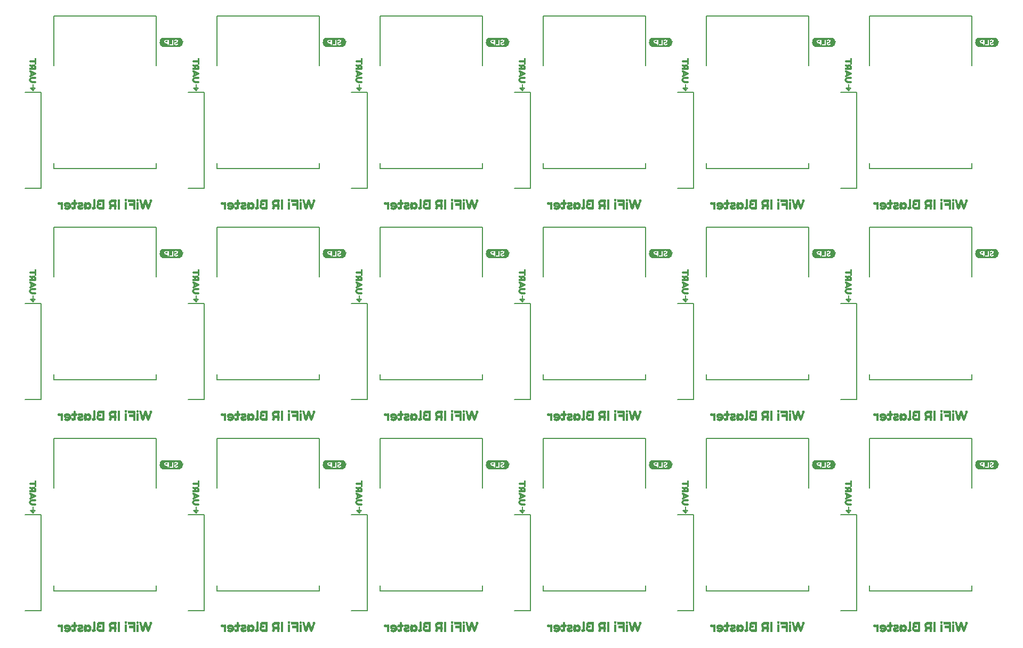
<source format=gbo>
G75*
%MOIN*%
%OFA0B0*%
%FSLAX25Y25*%
%IPPOS*%
%LPD*%
%AMOC8*
5,1,8,0,0,1.08239X$1,22.5*
%
%ADD10C,0.00800*%
%ADD11C,0.00700*%
%ADD12R,0.10315X0.00157*%
%ADD13R,0.11181X0.00118*%
%ADD14R,0.11732X0.00157*%
%ADD15R,0.12283X0.00118*%
%ADD16R,0.12520X0.00157*%
%ADD17R,0.12835X0.00118*%
%ADD18R,0.13071X0.00157*%
%ADD19R,0.03307X0.00118*%
%ADD20R,0.09370X0.00118*%
%ADD21R,0.03031X0.00157*%
%ADD22R,0.00984X0.00157*%
%ADD23R,0.02205X0.00157*%
%ADD24R,0.03307X0.00157*%
%ADD25R,0.02874X0.00118*%
%ADD26R,0.00827X0.00118*%
%ADD27R,0.02047X0.00118*%
%ADD28R,0.03031X0.00118*%
%ADD29R,0.02913X0.00157*%
%ADD30R,0.00709X0.00157*%
%ADD31R,0.02047X0.00157*%
%ADD32R,0.02756X0.00118*%
%ADD33R,0.00709X0.00118*%
%ADD34R,0.02913X0.00118*%
%ADD35R,0.02874X0.00157*%
%ADD36R,0.00394X0.00118*%
%ADD37R,0.02756X0.00157*%
%ADD38R,0.00827X0.00157*%
%ADD39R,0.02087X0.00118*%
%ADD40R,0.01102X0.00118*%
%ADD41R,0.02087X0.00157*%
%ADD42R,0.01102X0.00157*%
%ADD43R,0.01811X0.00118*%
%ADD44R,0.01260X0.00157*%
%ADD45R,0.03189X0.00118*%
%ADD46R,0.00984X0.00118*%
%ADD47R,0.03189X0.00157*%
%ADD48R,0.03465X0.00118*%
%ADD49R,0.00551X0.00118*%
%ADD50R,0.03740X0.00157*%
%ADD51R,0.00551X0.00157*%
%ADD52R,0.04291X0.00118*%
%ADD53R,0.00433X0.00118*%
%ADD54R,0.04567X0.00157*%
%ADD55R,0.00433X0.00157*%
%ADD56R,0.03583X0.00118*%
%ADD57R,0.00945X0.00157*%
%ADD58R,0.03858X0.00157*%
%ADD59R,0.04685X0.00118*%
%ADD60R,0.04685X0.00157*%
%ADD61R,0.02638X0.00118*%
%ADD62R,0.04567X0.00118*%
%ADD63R,0.00394X0.00157*%
%ADD64R,0.04409X0.00118*%
%ADD65R,0.04409X0.00157*%
%ADD66R,0.00945X0.00236*%
%ADD67R,0.01181X0.00236*%
%ADD68R,0.00472X0.00236*%
%ADD69R,0.00236X0.00236*%
%ADD70R,0.01417X0.00236*%
%ADD71R,0.03780X0.00236*%
%ADD72R,0.01654X0.00236*%
%ADD73R,0.02362X0.00236*%
%ADD74R,0.02598X0.00236*%
%ADD75R,0.04724X0.00236*%
%ADD76R,0.03543X0.00236*%
%ADD77R,0.04961X0.00236*%
%ADD78R,0.04016X0.00236*%
%ADD79R,0.04252X0.00236*%
%ADD80R,0.01890X0.00236*%
%ADD81R,0.04488X0.00236*%
%ADD82R,0.00709X0.00236*%
%ADD83R,0.02126X0.00236*%
%ADD84R,0.03307X0.00236*%
%ADD85R,0.03071X0.00236*%
%ADD86R,0.02835X0.00236*%
%ADD87R,0.06614X0.00236*%
%ADD88R,0.00157X0.00472*%
%ADD89R,0.00157X0.00315*%
%ADD90R,0.00157X0.00157*%
%ADD91R,0.00157X0.01417*%
%ADD92R,0.00157X0.03465*%
%ADD93R,0.00157X0.00787*%
%ADD94R,0.00157X0.00945*%
%ADD95R,0.00157X0.02205*%
%ADD96R,0.00157X0.03937*%
%ADD97R,0.00157X0.01102*%
%ADD98R,0.00157X0.02677*%
%ADD99R,0.00157X0.04094*%
%ADD100R,0.00157X0.02835*%
%ADD101R,0.00157X0.01260*%
%ADD102R,0.00157X0.02992*%
%ADD103R,0.00157X0.03150*%
%ADD104R,0.00157X0.03780*%
%ADD105R,0.00157X0.01575*%
%ADD106R,0.00157X0.01732*%
%ADD107R,0.00157X0.01890*%
%ADD108R,0.00157X0.02047*%
%ADD109R,0.00157X0.02362*%
%ADD110R,0.00157X0.03307*%
%ADD111R,0.00157X0.03622*%
%ADD112R,0.00157X0.02520*%
%ADD113R,0.00157X0.00630*%
D10*
X0028750Y0048750D02*
X0038750Y0048750D01*
X0038750Y0108750D01*
X0028750Y0108750D01*
X0032250Y0111250D02*
X0035250Y0111250D01*
X0033750Y0109750D01*
X0032250Y0111250D01*
X0033250Y0110750D02*
X0034250Y0110750D01*
X0033750Y0109750D02*
X0033750Y0113750D01*
X0038750Y0180750D02*
X0028750Y0180750D01*
X0038750Y0180750D02*
X0038750Y0240750D01*
X0028750Y0240750D01*
X0032250Y0243250D02*
X0035250Y0243250D01*
X0033750Y0241750D01*
X0032250Y0243250D01*
X0033250Y0242750D02*
X0034250Y0242750D01*
X0033750Y0241750D02*
X0033750Y0245750D01*
X0038750Y0312750D02*
X0028750Y0312750D01*
X0038750Y0312750D02*
X0038750Y0372750D01*
X0028750Y0372750D01*
X0032250Y0375250D02*
X0035250Y0375250D01*
X0033750Y0373750D01*
X0032250Y0375250D01*
X0033250Y0374750D02*
X0034250Y0374750D01*
X0033750Y0373750D02*
X0033750Y0377750D01*
X0130750Y0372750D02*
X0140750Y0372750D01*
X0140750Y0312750D01*
X0130750Y0312750D01*
X0135750Y0373750D02*
X0137250Y0375250D01*
X0134250Y0375250D01*
X0135750Y0373750D01*
X0135750Y0377750D01*
X0136250Y0374750D02*
X0135250Y0374750D01*
X0232750Y0372750D02*
X0242750Y0372750D01*
X0242750Y0312750D01*
X0232750Y0312750D01*
X0237750Y0373750D02*
X0236250Y0375250D01*
X0239250Y0375250D01*
X0237750Y0373750D01*
X0237750Y0377750D01*
X0238250Y0374750D02*
X0237250Y0374750D01*
X0334750Y0372750D02*
X0344750Y0372750D01*
X0344750Y0312750D01*
X0334750Y0312750D01*
X0339750Y0373750D02*
X0341250Y0375250D01*
X0338250Y0375250D01*
X0339750Y0373750D01*
X0339750Y0377750D01*
X0340250Y0374750D02*
X0339250Y0374750D01*
X0436750Y0372750D02*
X0446750Y0372750D01*
X0446750Y0312750D01*
X0436750Y0312750D01*
X0441750Y0373750D02*
X0443250Y0375250D01*
X0440250Y0375250D01*
X0441750Y0373750D01*
X0441750Y0377750D01*
X0442250Y0374750D02*
X0441250Y0374750D01*
X0538750Y0372750D02*
X0548750Y0372750D01*
X0548750Y0312750D01*
X0538750Y0312750D01*
X0543750Y0373750D02*
X0545250Y0375250D01*
X0542250Y0375250D01*
X0543750Y0373750D01*
X0543750Y0377750D01*
X0544250Y0374750D02*
X0543250Y0374750D01*
X0543750Y0245750D02*
X0543750Y0241750D01*
X0545250Y0243250D01*
X0542250Y0243250D01*
X0543750Y0241750D01*
X0544250Y0242750D02*
X0543250Y0242750D01*
X0538750Y0240750D02*
X0548750Y0240750D01*
X0548750Y0180750D01*
X0538750Y0180750D01*
X0446750Y0180750D02*
X0446750Y0240750D01*
X0436750Y0240750D01*
X0440250Y0243250D02*
X0443250Y0243250D01*
X0441750Y0241750D01*
X0440250Y0243250D01*
X0441250Y0242750D02*
X0442250Y0242750D01*
X0441750Y0241750D02*
X0441750Y0245750D01*
X0344750Y0240750D02*
X0344750Y0180750D01*
X0334750Y0180750D01*
X0334750Y0240750D02*
X0344750Y0240750D01*
X0341250Y0243250D02*
X0339750Y0241750D01*
X0338250Y0243250D01*
X0341250Y0243250D01*
X0340250Y0242750D02*
X0339250Y0242750D01*
X0339750Y0241750D02*
X0339750Y0245750D01*
X0242750Y0240750D02*
X0242750Y0180750D01*
X0232750Y0180750D01*
X0232750Y0240750D02*
X0242750Y0240750D01*
X0239250Y0243250D02*
X0236250Y0243250D01*
X0237750Y0241750D01*
X0239250Y0243250D01*
X0238250Y0242750D02*
X0237250Y0242750D01*
X0237750Y0241750D02*
X0237750Y0245750D01*
X0140750Y0240750D02*
X0140750Y0180750D01*
X0130750Y0180750D01*
X0130750Y0240750D02*
X0140750Y0240750D01*
X0137250Y0243250D02*
X0135750Y0241750D01*
X0134250Y0243250D01*
X0137250Y0243250D01*
X0136250Y0242750D02*
X0135250Y0242750D01*
X0135750Y0241750D02*
X0135750Y0245750D01*
X0135750Y0113750D02*
X0135750Y0109750D01*
X0137250Y0111250D01*
X0134250Y0111250D01*
X0135750Y0109750D01*
X0136250Y0110750D02*
X0135250Y0110750D01*
X0130750Y0108750D02*
X0140750Y0108750D01*
X0140750Y0048750D01*
X0130750Y0048750D01*
X0232750Y0048750D02*
X0242750Y0048750D01*
X0242750Y0108750D01*
X0232750Y0108750D01*
X0236250Y0111250D02*
X0239250Y0111250D01*
X0237750Y0109750D01*
X0236250Y0111250D01*
X0237250Y0110750D02*
X0238250Y0110750D01*
X0237750Y0109750D02*
X0237750Y0113750D01*
X0334750Y0108750D02*
X0344750Y0108750D01*
X0344750Y0048750D01*
X0334750Y0048750D01*
X0339750Y0109750D02*
X0341250Y0111250D01*
X0338250Y0111250D01*
X0339750Y0109750D01*
X0339750Y0113750D01*
X0340250Y0110750D02*
X0339250Y0110750D01*
X0436750Y0108750D02*
X0446750Y0108750D01*
X0446750Y0048750D01*
X0436750Y0048750D01*
X0441750Y0109750D02*
X0443250Y0111250D01*
X0440250Y0111250D01*
X0441750Y0109750D01*
X0441750Y0113750D01*
X0442250Y0110750D02*
X0441250Y0110750D01*
X0538750Y0108750D02*
X0548750Y0108750D01*
X0548750Y0048750D01*
X0538750Y0048750D01*
X0543750Y0109750D02*
X0545250Y0111250D01*
X0542250Y0111250D01*
X0543750Y0109750D01*
X0543750Y0113750D01*
X0544250Y0110750D02*
X0543250Y0110750D01*
X0446750Y0180750D02*
X0436750Y0180750D01*
D11*
X0454754Y0193006D02*
X0454754Y0196494D01*
X0454754Y0193006D02*
X0518746Y0193006D01*
X0518746Y0196494D01*
X0556754Y0196494D02*
X0556754Y0193006D01*
X0620746Y0193006D01*
X0620746Y0196494D01*
X0620746Y0156494D02*
X0556754Y0156494D01*
X0556754Y0125506D01*
X0518746Y0125506D02*
X0518746Y0156494D01*
X0454754Y0156494D01*
X0454754Y0125506D01*
X0416746Y0125506D02*
X0416746Y0156494D01*
X0352754Y0156494D01*
X0352754Y0125506D01*
X0314746Y0125506D02*
X0314746Y0156494D01*
X0250754Y0156494D01*
X0250754Y0125506D01*
X0212746Y0125506D02*
X0212746Y0156494D01*
X0148754Y0156494D01*
X0148754Y0125506D01*
X0110746Y0125506D02*
X0110746Y0156494D01*
X0046754Y0156494D01*
X0046754Y0125506D01*
X0046754Y0064494D02*
X0046754Y0061006D01*
X0110746Y0061006D01*
X0110746Y0064494D01*
X0148754Y0064494D02*
X0148754Y0061006D01*
X0212746Y0061006D01*
X0212746Y0064494D01*
X0250754Y0064494D02*
X0250754Y0061006D01*
X0314746Y0061006D01*
X0314746Y0064494D01*
X0352754Y0064494D02*
X0352754Y0061006D01*
X0416746Y0061006D01*
X0416746Y0064494D01*
X0454754Y0064494D02*
X0454754Y0061006D01*
X0518746Y0061006D01*
X0518746Y0064494D01*
X0556754Y0064494D02*
X0556754Y0061006D01*
X0620746Y0061006D01*
X0620746Y0064494D01*
X0620746Y0125506D02*
X0620746Y0156494D01*
X0620746Y0257506D02*
X0620746Y0288494D01*
X0556754Y0288494D01*
X0556754Y0257506D01*
X0518746Y0257506D02*
X0518746Y0288494D01*
X0454754Y0288494D01*
X0454754Y0257506D01*
X0416746Y0257506D02*
X0416746Y0288494D01*
X0352754Y0288494D01*
X0352754Y0257506D01*
X0314746Y0257506D02*
X0314746Y0288494D01*
X0250754Y0288494D01*
X0250754Y0257506D01*
X0212746Y0257506D02*
X0212746Y0288494D01*
X0148754Y0288494D01*
X0148754Y0257506D01*
X0110746Y0257506D02*
X0110746Y0288494D01*
X0046754Y0288494D01*
X0046754Y0257506D01*
X0046754Y0196494D02*
X0046754Y0193006D01*
X0110746Y0193006D01*
X0110746Y0196494D01*
X0148754Y0196494D02*
X0148754Y0193006D01*
X0212746Y0193006D01*
X0212746Y0196494D01*
X0250754Y0196494D02*
X0250754Y0193006D01*
X0314746Y0193006D01*
X0314746Y0196494D01*
X0352754Y0196494D02*
X0352754Y0193006D01*
X0416746Y0193006D01*
X0416746Y0196494D01*
X0416746Y0325006D02*
X0352754Y0325006D01*
X0352754Y0328494D01*
X0314746Y0328494D02*
X0314746Y0325006D01*
X0250754Y0325006D01*
X0250754Y0328494D01*
X0212746Y0328494D02*
X0212746Y0325006D01*
X0148754Y0325006D01*
X0148754Y0328494D01*
X0110746Y0328494D02*
X0110746Y0325006D01*
X0046754Y0325006D01*
X0046754Y0328494D01*
X0046754Y0389506D02*
X0046754Y0420494D01*
X0110746Y0420494D01*
X0110746Y0389506D01*
X0148754Y0389506D02*
X0148754Y0420494D01*
X0212746Y0420494D01*
X0212746Y0389506D01*
X0250754Y0389506D02*
X0250754Y0420494D01*
X0314746Y0420494D01*
X0314746Y0389506D01*
X0352754Y0389506D02*
X0352754Y0420494D01*
X0416746Y0420494D01*
X0416746Y0389506D01*
X0454754Y0389506D02*
X0454754Y0420494D01*
X0518746Y0420494D01*
X0518746Y0389506D01*
X0556754Y0389506D02*
X0556754Y0420494D01*
X0620746Y0420494D01*
X0620746Y0389506D01*
X0620746Y0328494D02*
X0620746Y0325006D01*
X0556754Y0325006D01*
X0556754Y0328494D01*
X0518746Y0328494D02*
X0518746Y0325006D01*
X0454754Y0325006D01*
X0454754Y0328494D01*
X0416746Y0328494D02*
X0416746Y0325006D01*
D12*
X0426230Y0274506D03*
X0426230Y0268994D03*
X0324230Y0268994D03*
X0324230Y0274506D03*
X0222230Y0274506D03*
X0222230Y0268994D03*
X0120230Y0268994D03*
X0120230Y0274506D03*
X0120230Y0400994D03*
X0120230Y0406506D03*
X0222230Y0406506D03*
X0222230Y0400994D03*
X0324230Y0400994D03*
X0324230Y0406506D03*
X0426230Y0406506D03*
X0426230Y0400994D03*
X0528230Y0400994D03*
X0528230Y0406506D03*
X0630230Y0406506D03*
X0630230Y0400994D03*
X0630230Y0274506D03*
X0630230Y0268994D03*
X0528230Y0268994D03*
X0528230Y0274506D03*
X0528230Y0142506D03*
X0528230Y0136994D03*
X0630230Y0136994D03*
X0630230Y0142506D03*
X0426230Y0142506D03*
X0426230Y0136994D03*
X0324230Y0136994D03*
X0324230Y0142506D03*
X0222230Y0142506D03*
X0222230Y0136994D03*
X0120230Y0136994D03*
X0120230Y0142506D03*
D13*
X0120230Y0142368D03*
X0120230Y0137132D03*
X0222230Y0137132D03*
X0222230Y0142368D03*
X0324230Y0142368D03*
X0324230Y0137132D03*
X0426230Y0137132D03*
X0426230Y0142368D03*
X0528230Y0142368D03*
X0528230Y0137132D03*
X0630230Y0137132D03*
X0630230Y0142368D03*
X0630230Y0269132D03*
X0630230Y0274368D03*
X0528230Y0274368D03*
X0528230Y0269132D03*
X0426230Y0269132D03*
X0426230Y0274368D03*
X0324230Y0274368D03*
X0324230Y0269132D03*
X0222230Y0269132D03*
X0222230Y0274368D03*
X0120230Y0274368D03*
X0120230Y0269132D03*
X0120230Y0401132D03*
X0120230Y0406368D03*
X0222230Y0406368D03*
X0222230Y0401132D03*
X0324230Y0401132D03*
X0324230Y0406368D03*
X0426230Y0406368D03*
X0426230Y0401132D03*
X0528230Y0401132D03*
X0528230Y0406368D03*
X0630230Y0406368D03*
X0630230Y0401132D03*
D14*
X0630230Y0401270D03*
X0630230Y0406230D03*
X0528230Y0406230D03*
X0528230Y0401270D03*
X0426230Y0401270D03*
X0426230Y0406230D03*
X0324230Y0406230D03*
X0324230Y0401270D03*
X0222230Y0401270D03*
X0222230Y0406230D03*
X0120230Y0406230D03*
X0120230Y0401270D03*
X0120230Y0274230D03*
X0120230Y0269270D03*
X0222230Y0269270D03*
X0222230Y0274230D03*
X0324230Y0274230D03*
X0324230Y0269270D03*
X0426230Y0269270D03*
X0426230Y0274230D03*
X0528230Y0274230D03*
X0528230Y0269270D03*
X0630230Y0269270D03*
X0630230Y0274230D03*
X0630230Y0142230D03*
X0630230Y0137270D03*
X0528230Y0137270D03*
X0528230Y0142230D03*
X0426230Y0142230D03*
X0426230Y0137270D03*
X0324230Y0137270D03*
X0324230Y0142230D03*
X0222230Y0142230D03*
X0222230Y0137270D03*
X0120230Y0137270D03*
X0120230Y0142230D03*
D15*
X0120230Y0142093D03*
X0120230Y0137407D03*
X0222230Y0137407D03*
X0222230Y0142093D03*
X0324230Y0142093D03*
X0324230Y0137407D03*
X0426230Y0137407D03*
X0426230Y0142093D03*
X0528230Y0142093D03*
X0528230Y0137407D03*
X0630230Y0137407D03*
X0630230Y0142093D03*
X0630230Y0269407D03*
X0630230Y0274093D03*
X0528230Y0274093D03*
X0528230Y0269407D03*
X0426230Y0269407D03*
X0426230Y0274093D03*
X0324230Y0274093D03*
X0324230Y0269407D03*
X0222230Y0269407D03*
X0222230Y0274093D03*
X0120230Y0274093D03*
X0120230Y0269407D03*
X0120230Y0401407D03*
X0120230Y0406093D03*
X0222230Y0406093D03*
X0222230Y0401407D03*
X0324230Y0401407D03*
X0324230Y0406093D03*
X0426230Y0406093D03*
X0426230Y0401407D03*
X0528230Y0401407D03*
X0528230Y0406093D03*
X0630230Y0406093D03*
X0630230Y0401407D03*
D16*
X0630230Y0401545D03*
X0630230Y0405955D03*
X0528230Y0405955D03*
X0528230Y0401545D03*
X0426230Y0401545D03*
X0426230Y0405955D03*
X0324230Y0405955D03*
X0324230Y0401545D03*
X0222230Y0401545D03*
X0222230Y0405955D03*
X0120230Y0405955D03*
X0120230Y0401545D03*
X0120230Y0273955D03*
X0120230Y0269545D03*
X0222230Y0269545D03*
X0222230Y0273955D03*
X0324230Y0273955D03*
X0324230Y0269545D03*
X0426230Y0269545D03*
X0426230Y0273955D03*
X0528230Y0273955D03*
X0528230Y0269545D03*
X0630230Y0269545D03*
X0630230Y0273955D03*
X0630230Y0141955D03*
X0630230Y0137545D03*
X0528230Y0137545D03*
X0528230Y0141955D03*
X0426230Y0141955D03*
X0426230Y0137545D03*
X0324230Y0137545D03*
X0324230Y0141955D03*
X0222230Y0141955D03*
X0222230Y0137545D03*
X0120230Y0137545D03*
X0120230Y0141955D03*
D17*
X0120230Y0141817D03*
X0120230Y0137683D03*
X0222230Y0137683D03*
X0222230Y0141817D03*
X0324230Y0141817D03*
X0324230Y0137683D03*
X0426230Y0137683D03*
X0426230Y0141817D03*
X0528230Y0141817D03*
X0528230Y0137683D03*
X0630230Y0137683D03*
X0630230Y0141817D03*
X0630230Y0269683D03*
X0630230Y0273817D03*
X0528230Y0273817D03*
X0528230Y0269683D03*
X0426230Y0269683D03*
X0426230Y0273817D03*
X0324230Y0273817D03*
X0324230Y0269683D03*
X0222230Y0269683D03*
X0222230Y0273817D03*
X0120230Y0273817D03*
X0120230Y0269683D03*
X0120230Y0401683D03*
X0120230Y0405817D03*
X0222230Y0405817D03*
X0222230Y0401683D03*
X0324230Y0401683D03*
X0324230Y0405817D03*
X0426230Y0405817D03*
X0426230Y0401683D03*
X0528230Y0401683D03*
X0528230Y0405817D03*
X0630230Y0405817D03*
X0630230Y0401683D03*
D18*
X0630230Y0401821D03*
X0630230Y0405679D03*
X0528230Y0405679D03*
X0528230Y0401821D03*
X0426230Y0401821D03*
X0426230Y0405679D03*
X0324230Y0405679D03*
X0324230Y0401821D03*
X0222230Y0401821D03*
X0222230Y0405679D03*
X0120230Y0405679D03*
X0120230Y0401821D03*
X0120230Y0273679D03*
X0120230Y0269821D03*
X0222230Y0269821D03*
X0222230Y0273679D03*
X0324230Y0273679D03*
X0324230Y0269821D03*
X0426230Y0269821D03*
X0426230Y0273679D03*
X0528230Y0273679D03*
X0528230Y0269821D03*
X0630230Y0269821D03*
X0630230Y0273679D03*
X0630230Y0141679D03*
X0630230Y0137821D03*
X0528230Y0137821D03*
X0528230Y0141679D03*
X0426230Y0141679D03*
X0426230Y0137821D03*
X0324230Y0137821D03*
X0324230Y0141679D03*
X0222230Y0141679D03*
X0222230Y0137821D03*
X0120230Y0137821D03*
X0120230Y0141679D03*
D19*
X0125270Y0141541D03*
X0227270Y0141541D03*
X0329270Y0141541D03*
X0431270Y0141541D03*
X0533270Y0141541D03*
X0635270Y0141541D03*
X0635270Y0273541D03*
X0533270Y0273541D03*
X0431270Y0273541D03*
X0329270Y0273541D03*
X0227270Y0273541D03*
X0125270Y0273541D03*
X0125270Y0405541D03*
X0227270Y0405541D03*
X0329270Y0405541D03*
X0431270Y0405541D03*
X0533270Y0405541D03*
X0635270Y0405541D03*
D20*
X0628222Y0405541D03*
X0526222Y0405541D03*
X0424222Y0405541D03*
X0322222Y0405541D03*
X0220222Y0405541D03*
X0118222Y0405541D03*
X0118222Y0273541D03*
X0220222Y0273541D03*
X0322222Y0273541D03*
X0424222Y0273541D03*
X0526222Y0273541D03*
X0628222Y0273541D03*
X0628222Y0141541D03*
X0526222Y0141541D03*
X0424222Y0141541D03*
X0322222Y0141541D03*
X0220222Y0141541D03*
X0118222Y0141541D03*
D21*
X0114778Y0141128D03*
X0114502Y0139474D03*
X0125526Y0141404D03*
X0125959Y0140301D03*
X0125959Y0140026D03*
X0216502Y0139474D03*
X0216778Y0141128D03*
X0227526Y0141404D03*
X0227959Y0140301D03*
X0227959Y0140026D03*
X0318502Y0139474D03*
X0318778Y0141128D03*
X0329526Y0141404D03*
X0329959Y0140301D03*
X0329959Y0140026D03*
X0420502Y0139474D03*
X0420778Y0141128D03*
X0431526Y0141404D03*
X0431959Y0140301D03*
X0431959Y0140026D03*
X0522502Y0139474D03*
X0522778Y0141128D03*
X0533526Y0141404D03*
X0533959Y0140301D03*
X0533959Y0140026D03*
X0624502Y0139474D03*
X0624778Y0141128D03*
X0635526Y0141404D03*
X0635959Y0140301D03*
X0635959Y0140026D03*
X0624502Y0271474D03*
X0624778Y0273128D03*
X0635526Y0273404D03*
X0635959Y0272301D03*
X0635959Y0272026D03*
X0533959Y0272026D03*
X0533959Y0272301D03*
X0533526Y0273404D03*
X0522778Y0273128D03*
X0522502Y0271474D03*
X0431959Y0272026D03*
X0431959Y0272301D03*
X0431526Y0273404D03*
X0420778Y0273128D03*
X0420502Y0271474D03*
X0329959Y0272026D03*
X0329959Y0272301D03*
X0329526Y0273404D03*
X0318778Y0273128D03*
X0318502Y0271474D03*
X0227959Y0272026D03*
X0227959Y0272301D03*
X0227526Y0273404D03*
X0216778Y0273128D03*
X0216502Y0271474D03*
X0125959Y0272026D03*
X0125959Y0272301D03*
X0125526Y0273404D03*
X0114778Y0273128D03*
X0114502Y0271474D03*
X0114502Y0403474D03*
X0114778Y0405128D03*
X0125526Y0405404D03*
X0125959Y0404301D03*
X0125959Y0404026D03*
X0216502Y0403474D03*
X0216778Y0405128D03*
X0227526Y0405404D03*
X0227959Y0404301D03*
X0227959Y0404026D03*
X0318502Y0403474D03*
X0318778Y0405128D03*
X0329526Y0405404D03*
X0329959Y0404301D03*
X0329959Y0404026D03*
X0420502Y0403474D03*
X0420778Y0405128D03*
X0431526Y0405404D03*
X0431959Y0404301D03*
X0431959Y0404026D03*
X0522502Y0403474D03*
X0522778Y0405128D03*
X0533526Y0405404D03*
X0533959Y0404301D03*
X0533959Y0404026D03*
X0624502Y0403474D03*
X0624778Y0405128D03*
X0635526Y0405404D03*
X0635959Y0404301D03*
X0635959Y0404026D03*
D22*
X0632022Y0405404D03*
X0530022Y0405404D03*
X0428022Y0405404D03*
X0326022Y0405404D03*
X0224022Y0405404D03*
X0122022Y0405404D03*
X0122022Y0273404D03*
X0224022Y0273404D03*
X0326022Y0273404D03*
X0428022Y0273404D03*
X0530022Y0273404D03*
X0632022Y0273404D03*
X0632022Y0141404D03*
X0530022Y0141404D03*
X0428022Y0141404D03*
X0326022Y0141404D03*
X0224022Y0141404D03*
X0122022Y0141404D03*
D23*
X0119758Y0141404D03*
X0221758Y0141404D03*
X0323758Y0141404D03*
X0425758Y0141404D03*
X0527758Y0141404D03*
X0629758Y0141404D03*
X0629758Y0273404D03*
X0527758Y0273404D03*
X0425758Y0273404D03*
X0323758Y0273404D03*
X0221758Y0273404D03*
X0119758Y0273404D03*
X0119758Y0405404D03*
X0221758Y0405404D03*
X0323758Y0405404D03*
X0425758Y0405404D03*
X0527758Y0405404D03*
X0629758Y0405404D03*
D24*
X0625073Y0405404D03*
X0624640Y0403199D03*
X0523073Y0405404D03*
X0522640Y0403199D03*
X0421073Y0405404D03*
X0420640Y0403199D03*
X0319073Y0405404D03*
X0318640Y0403199D03*
X0217073Y0405404D03*
X0216640Y0403199D03*
X0115073Y0405404D03*
X0114640Y0403199D03*
X0115073Y0273404D03*
X0114640Y0271199D03*
X0216640Y0271199D03*
X0217073Y0273404D03*
X0318640Y0271199D03*
X0319073Y0273404D03*
X0420640Y0271199D03*
X0421073Y0273404D03*
X0522640Y0271199D03*
X0523073Y0273404D03*
X0624640Y0271199D03*
X0625073Y0273404D03*
X0625073Y0141404D03*
X0624640Y0139199D03*
X0523073Y0141404D03*
X0522640Y0139199D03*
X0421073Y0141404D03*
X0420640Y0139199D03*
X0319073Y0141404D03*
X0318640Y0139199D03*
X0217073Y0141404D03*
X0216640Y0139199D03*
X0115073Y0141404D03*
X0114640Y0139199D03*
D25*
X0114581Y0140715D03*
X0125604Y0141266D03*
X0125880Y0140715D03*
X0216581Y0140715D03*
X0227604Y0141266D03*
X0227880Y0140715D03*
X0318581Y0140715D03*
X0329604Y0141266D03*
X0329880Y0140715D03*
X0420581Y0140715D03*
X0431604Y0141266D03*
X0431880Y0140715D03*
X0522581Y0140715D03*
X0533604Y0141266D03*
X0533880Y0140715D03*
X0624581Y0140715D03*
X0635604Y0141266D03*
X0635880Y0140715D03*
X0635880Y0272715D03*
X0635604Y0273266D03*
X0624581Y0272715D03*
X0533880Y0272715D03*
X0533604Y0273266D03*
X0522581Y0272715D03*
X0431880Y0272715D03*
X0431604Y0273266D03*
X0420581Y0272715D03*
X0329880Y0272715D03*
X0329604Y0273266D03*
X0318581Y0272715D03*
X0227880Y0272715D03*
X0227604Y0273266D03*
X0216581Y0272715D03*
X0125880Y0272715D03*
X0125604Y0273266D03*
X0114581Y0272715D03*
X0114581Y0404715D03*
X0125604Y0405266D03*
X0125880Y0404715D03*
X0216581Y0404715D03*
X0227604Y0405266D03*
X0227880Y0404715D03*
X0318581Y0404715D03*
X0329604Y0405266D03*
X0329880Y0404715D03*
X0420581Y0404715D03*
X0431604Y0405266D03*
X0431880Y0404715D03*
X0522581Y0404715D03*
X0533604Y0405266D03*
X0533880Y0404715D03*
X0624581Y0404715D03*
X0635604Y0405266D03*
X0635880Y0404715D03*
D26*
X0631943Y0404715D03*
X0631943Y0405266D03*
X0631943Y0403888D03*
X0529943Y0403888D03*
X0529943Y0404715D03*
X0529943Y0405266D03*
X0427943Y0405266D03*
X0427943Y0404715D03*
X0427943Y0403888D03*
X0325943Y0403888D03*
X0325943Y0404715D03*
X0325943Y0405266D03*
X0223943Y0405266D03*
X0223943Y0404715D03*
X0223943Y0403888D03*
X0121943Y0403888D03*
X0121943Y0404715D03*
X0121943Y0405266D03*
X0121943Y0273266D03*
X0121943Y0272715D03*
X0121943Y0271888D03*
X0223943Y0271888D03*
X0223943Y0272715D03*
X0223943Y0273266D03*
X0325943Y0273266D03*
X0325943Y0272715D03*
X0325943Y0271888D03*
X0427943Y0271888D03*
X0427943Y0272715D03*
X0427943Y0273266D03*
X0529943Y0273266D03*
X0529943Y0272715D03*
X0529943Y0271888D03*
X0631943Y0271888D03*
X0631943Y0272715D03*
X0631943Y0273266D03*
X0631943Y0141266D03*
X0631943Y0140715D03*
X0631943Y0139888D03*
X0529943Y0139888D03*
X0529943Y0140715D03*
X0529943Y0141266D03*
X0427943Y0141266D03*
X0427943Y0140715D03*
X0427943Y0139888D03*
X0325943Y0139888D03*
X0325943Y0140715D03*
X0325943Y0141266D03*
X0223943Y0141266D03*
X0223943Y0140715D03*
X0223943Y0139888D03*
X0121943Y0139888D03*
X0121943Y0140715D03*
X0121943Y0141266D03*
D27*
X0119679Y0141266D03*
X0119679Y0140990D03*
X0119679Y0140715D03*
X0119679Y0140439D03*
X0119679Y0140163D03*
X0119679Y0139888D03*
X0119679Y0139612D03*
X0119679Y0139337D03*
X0119679Y0139061D03*
X0119679Y0138785D03*
X0221679Y0138785D03*
X0221679Y0139061D03*
X0221679Y0139337D03*
X0221679Y0139612D03*
X0221679Y0139888D03*
X0221679Y0140163D03*
X0221679Y0140439D03*
X0221679Y0140715D03*
X0221679Y0140990D03*
X0221679Y0141266D03*
X0323679Y0141266D03*
X0323679Y0140990D03*
X0323679Y0140715D03*
X0323679Y0140439D03*
X0323679Y0140163D03*
X0323679Y0139888D03*
X0323679Y0139612D03*
X0323679Y0139337D03*
X0323679Y0139061D03*
X0323679Y0138785D03*
X0425679Y0138785D03*
X0425679Y0139061D03*
X0425679Y0139337D03*
X0425679Y0139612D03*
X0425679Y0139888D03*
X0425679Y0140163D03*
X0425679Y0140439D03*
X0425679Y0140715D03*
X0425679Y0140990D03*
X0425679Y0141266D03*
X0527679Y0141266D03*
X0527679Y0140990D03*
X0527679Y0140715D03*
X0527679Y0140439D03*
X0527679Y0140163D03*
X0527679Y0139888D03*
X0527679Y0139612D03*
X0527679Y0139337D03*
X0527679Y0139061D03*
X0527679Y0138785D03*
X0629679Y0138785D03*
X0629679Y0139061D03*
X0629679Y0139337D03*
X0629679Y0139612D03*
X0629679Y0139888D03*
X0629679Y0140163D03*
X0629679Y0140439D03*
X0629679Y0140715D03*
X0629679Y0140990D03*
X0629679Y0141266D03*
X0629679Y0270785D03*
X0629679Y0271061D03*
X0629679Y0271337D03*
X0629679Y0271612D03*
X0629679Y0271888D03*
X0629679Y0272163D03*
X0629679Y0272439D03*
X0629679Y0272715D03*
X0629679Y0272990D03*
X0629679Y0273266D03*
X0527679Y0273266D03*
X0527679Y0272990D03*
X0527679Y0272715D03*
X0527679Y0272439D03*
X0527679Y0272163D03*
X0527679Y0271888D03*
X0527679Y0271612D03*
X0527679Y0271337D03*
X0527679Y0271061D03*
X0527679Y0270785D03*
X0425679Y0270785D03*
X0425679Y0271061D03*
X0425679Y0271337D03*
X0425679Y0271612D03*
X0425679Y0271888D03*
X0425679Y0272163D03*
X0425679Y0272439D03*
X0425679Y0272715D03*
X0425679Y0272990D03*
X0425679Y0273266D03*
X0323679Y0273266D03*
X0323679Y0272990D03*
X0323679Y0272715D03*
X0323679Y0272439D03*
X0323679Y0272163D03*
X0323679Y0271888D03*
X0323679Y0271612D03*
X0323679Y0271337D03*
X0323679Y0271061D03*
X0323679Y0270785D03*
X0221679Y0270785D03*
X0221679Y0271061D03*
X0221679Y0271337D03*
X0221679Y0271612D03*
X0221679Y0271888D03*
X0221679Y0272163D03*
X0221679Y0272439D03*
X0221679Y0272715D03*
X0221679Y0272990D03*
X0221679Y0273266D03*
X0119679Y0273266D03*
X0119679Y0272990D03*
X0119679Y0272715D03*
X0119679Y0272439D03*
X0119679Y0272163D03*
X0119679Y0271888D03*
X0119679Y0271612D03*
X0119679Y0271337D03*
X0119679Y0271061D03*
X0119679Y0270785D03*
X0119679Y0402785D03*
X0119679Y0403061D03*
X0119679Y0403337D03*
X0119679Y0403612D03*
X0119679Y0403888D03*
X0119679Y0404163D03*
X0119679Y0404439D03*
X0119679Y0404715D03*
X0119679Y0404990D03*
X0119679Y0405266D03*
X0221679Y0405266D03*
X0221679Y0404990D03*
X0221679Y0404715D03*
X0221679Y0404439D03*
X0221679Y0404163D03*
X0221679Y0403888D03*
X0221679Y0403612D03*
X0221679Y0403337D03*
X0221679Y0403061D03*
X0221679Y0402785D03*
X0323679Y0402785D03*
X0323679Y0403061D03*
X0323679Y0403337D03*
X0323679Y0403612D03*
X0323679Y0403888D03*
X0323679Y0404163D03*
X0323679Y0404439D03*
X0323679Y0404715D03*
X0323679Y0404990D03*
X0323679Y0405266D03*
X0425679Y0405266D03*
X0425679Y0404990D03*
X0425679Y0404715D03*
X0425679Y0404439D03*
X0425679Y0404163D03*
X0425679Y0403888D03*
X0425679Y0403612D03*
X0425679Y0403337D03*
X0425679Y0403061D03*
X0425679Y0402785D03*
X0527679Y0402785D03*
X0527679Y0403061D03*
X0527679Y0403337D03*
X0527679Y0403612D03*
X0527679Y0403888D03*
X0527679Y0404163D03*
X0527679Y0404439D03*
X0527679Y0404715D03*
X0527679Y0404990D03*
X0527679Y0405266D03*
X0629679Y0405266D03*
X0629679Y0404990D03*
X0629679Y0404715D03*
X0629679Y0404439D03*
X0629679Y0404163D03*
X0629679Y0403888D03*
X0629679Y0403612D03*
X0629679Y0403337D03*
X0629679Y0403061D03*
X0629679Y0402785D03*
D28*
X0624502Y0403612D03*
X0624935Y0405266D03*
X0635407Y0401959D03*
X0635959Y0404163D03*
X0533959Y0404163D03*
X0533407Y0401959D03*
X0522935Y0405266D03*
X0522502Y0403612D03*
X0431959Y0404163D03*
X0431407Y0401959D03*
X0420935Y0405266D03*
X0420502Y0403612D03*
X0329959Y0404163D03*
X0329407Y0401959D03*
X0318935Y0405266D03*
X0318502Y0403612D03*
X0227959Y0404163D03*
X0227407Y0401959D03*
X0216935Y0405266D03*
X0216502Y0403612D03*
X0125959Y0404163D03*
X0125407Y0401959D03*
X0114935Y0405266D03*
X0114502Y0403612D03*
X0114935Y0273266D03*
X0114502Y0271612D03*
X0125407Y0269959D03*
X0125959Y0272163D03*
X0216502Y0271612D03*
X0216935Y0273266D03*
X0227407Y0269959D03*
X0227959Y0272163D03*
X0318502Y0271612D03*
X0318935Y0273266D03*
X0329407Y0269959D03*
X0329959Y0272163D03*
X0420502Y0271612D03*
X0420935Y0273266D03*
X0431407Y0269959D03*
X0431959Y0272163D03*
X0522502Y0271612D03*
X0522935Y0273266D03*
X0533407Y0269959D03*
X0533959Y0272163D03*
X0624502Y0271612D03*
X0624935Y0273266D03*
X0635407Y0269959D03*
X0635959Y0272163D03*
X0624935Y0141266D03*
X0624502Y0139612D03*
X0635407Y0137959D03*
X0635959Y0140163D03*
X0533959Y0140163D03*
X0533407Y0137959D03*
X0522935Y0141266D03*
X0522502Y0139612D03*
X0431959Y0140163D03*
X0431407Y0137959D03*
X0420935Y0141266D03*
X0420502Y0139612D03*
X0329959Y0140163D03*
X0329407Y0137959D03*
X0318935Y0141266D03*
X0318502Y0139612D03*
X0227959Y0140163D03*
X0227407Y0137959D03*
X0216935Y0141266D03*
X0216502Y0139612D03*
X0125959Y0140163D03*
X0125407Y0137959D03*
X0114935Y0141266D03*
X0114502Y0139612D03*
D29*
X0114443Y0139750D03*
X0114443Y0140026D03*
X0114443Y0140301D03*
X0125742Y0141128D03*
X0216443Y0140301D03*
X0216443Y0140026D03*
X0216443Y0139750D03*
X0227742Y0141128D03*
X0318443Y0140301D03*
X0318443Y0140026D03*
X0318443Y0139750D03*
X0329742Y0141128D03*
X0420443Y0140301D03*
X0420443Y0140026D03*
X0420443Y0139750D03*
X0431742Y0141128D03*
X0522443Y0140301D03*
X0522443Y0140026D03*
X0522443Y0139750D03*
X0533742Y0141128D03*
X0624443Y0140301D03*
X0624443Y0140026D03*
X0624443Y0139750D03*
X0635742Y0141128D03*
X0624443Y0271750D03*
X0624443Y0272026D03*
X0624443Y0272301D03*
X0635742Y0273128D03*
X0533742Y0273128D03*
X0522443Y0272301D03*
X0522443Y0272026D03*
X0522443Y0271750D03*
X0431742Y0273128D03*
X0420443Y0272301D03*
X0420443Y0272026D03*
X0420443Y0271750D03*
X0329742Y0273128D03*
X0318443Y0272301D03*
X0318443Y0272026D03*
X0318443Y0271750D03*
X0227742Y0273128D03*
X0216443Y0272301D03*
X0216443Y0272026D03*
X0216443Y0271750D03*
X0125742Y0273128D03*
X0114443Y0272301D03*
X0114443Y0272026D03*
X0114443Y0271750D03*
X0114443Y0403750D03*
X0114443Y0404026D03*
X0114443Y0404301D03*
X0125742Y0405128D03*
X0216443Y0404301D03*
X0216443Y0404026D03*
X0216443Y0403750D03*
X0227742Y0405128D03*
X0318443Y0404301D03*
X0318443Y0404026D03*
X0318443Y0403750D03*
X0329742Y0405128D03*
X0420443Y0404301D03*
X0420443Y0404026D03*
X0420443Y0403750D03*
X0431742Y0405128D03*
X0522443Y0404301D03*
X0522443Y0404026D03*
X0522443Y0403750D03*
X0533742Y0405128D03*
X0624443Y0404301D03*
X0624443Y0404026D03*
X0624443Y0403750D03*
X0635742Y0405128D03*
D30*
X0631884Y0405128D03*
X0631884Y0404852D03*
X0631884Y0403750D03*
X0529884Y0403750D03*
X0529884Y0404852D03*
X0529884Y0405128D03*
X0427884Y0405128D03*
X0427884Y0404852D03*
X0427884Y0403750D03*
X0325884Y0403750D03*
X0325884Y0404852D03*
X0325884Y0405128D03*
X0223884Y0405128D03*
X0223884Y0404852D03*
X0223884Y0403750D03*
X0121884Y0403750D03*
X0121884Y0404852D03*
X0121884Y0405128D03*
X0121884Y0273128D03*
X0121884Y0272852D03*
X0121884Y0271750D03*
X0223884Y0271750D03*
X0223884Y0272852D03*
X0223884Y0273128D03*
X0325884Y0273128D03*
X0325884Y0272852D03*
X0325884Y0271750D03*
X0427884Y0271750D03*
X0427884Y0272852D03*
X0427884Y0273128D03*
X0529884Y0273128D03*
X0529884Y0272852D03*
X0529884Y0271750D03*
X0631884Y0271750D03*
X0631884Y0272852D03*
X0631884Y0273128D03*
X0631884Y0141128D03*
X0631884Y0140852D03*
X0631884Y0139750D03*
X0529884Y0139750D03*
X0529884Y0140852D03*
X0529884Y0141128D03*
X0427884Y0141128D03*
X0427884Y0140852D03*
X0427884Y0139750D03*
X0325884Y0139750D03*
X0325884Y0140852D03*
X0325884Y0141128D03*
X0223884Y0141128D03*
X0223884Y0140852D03*
X0223884Y0139750D03*
X0121884Y0139750D03*
X0121884Y0140852D03*
X0121884Y0141128D03*
D31*
X0119679Y0141128D03*
X0119679Y0140852D03*
X0119679Y0140577D03*
X0119679Y0140301D03*
X0119679Y0140026D03*
X0119679Y0139750D03*
X0119679Y0139474D03*
X0119679Y0139199D03*
X0119679Y0138923D03*
X0119679Y0138648D03*
X0221679Y0138648D03*
X0221679Y0138923D03*
X0221679Y0139199D03*
X0221679Y0139474D03*
X0221679Y0139750D03*
X0221679Y0140026D03*
X0221679Y0140301D03*
X0221679Y0140577D03*
X0221679Y0140852D03*
X0221679Y0141128D03*
X0323679Y0141128D03*
X0323679Y0140852D03*
X0323679Y0140577D03*
X0323679Y0140301D03*
X0323679Y0140026D03*
X0323679Y0139750D03*
X0323679Y0139474D03*
X0323679Y0139199D03*
X0323679Y0138923D03*
X0323679Y0138648D03*
X0425679Y0138648D03*
X0425679Y0138923D03*
X0425679Y0139199D03*
X0425679Y0139474D03*
X0425679Y0139750D03*
X0425679Y0140026D03*
X0425679Y0140301D03*
X0425679Y0140577D03*
X0425679Y0140852D03*
X0425679Y0141128D03*
X0527679Y0141128D03*
X0527679Y0140852D03*
X0527679Y0140577D03*
X0527679Y0140301D03*
X0527679Y0140026D03*
X0527679Y0139750D03*
X0527679Y0139474D03*
X0527679Y0139199D03*
X0527679Y0138923D03*
X0527679Y0138648D03*
X0629679Y0138648D03*
X0629679Y0138923D03*
X0629679Y0139199D03*
X0629679Y0139474D03*
X0629679Y0139750D03*
X0629679Y0140026D03*
X0629679Y0140301D03*
X0629679Y0140577D03*
X0629679Y0140852D03*
X0629679Y0141128D03*
X0629679Y0270648D03*
X0629679Y0270923D03*
X0629679Y0271199D03*
X0629679Y0271474D03*
X0629679Y0271750D03*
X0629679Y0272026D03*
X0629679Y0272301D03*
X0629679Y0272577D03*
X0629679Y0272852D03*
X0629679Y0273128D03*
X0527679Y0273128D03*
X0527679Y0272852D03*
X0527679Y0272577D03*
X0527679Y0272301D03*
X0527679Y0272026D03*
X0527679Y0271750D03*
X0527679Y0271474D03*
X0527679Y0271199D03*
X0527679Y0270923D03*
X0527679Y0270648D03*
X0425679Y0270648D03*
X0425679Y0270923D03*
X0425679Y0271199D03*
X0425679Y0271474D03*
X0425679Y0271750D03*
X0425679Y0272026D03*
X0425679Y0272301D03*
X0425679Y0272577D03*
X0425679Y0272852D03*
X0425679Y0273128D03*
X0323679Y0273128D03*
X0323679Y0272852D03*
X0323679Y0272577D03*
X0323679Y0272301D03*
X0323679Y0272026D03*
X0323679Y0271750D03*
X0323679Y0271474D03*
X0323679Y0271199D03*
X0323679Y0270923D03*
X0323679Y0270648D03*
X0221679Y0270648D03*
X0221679Y0270923D03*
X0221679Y0271199D03*
X0221679Y0271474D03*
X0221679Y0271750D03*
X0221679Y0272026D03*
X0221679Y0272301D03*
X0221679Y0272577D03*
X0221679Y0272852D03*
X0221679Y0273128D03*
X0119679Y0273128D03*
X0119679Y0272852D03*
X0119679Y0272577D03*
X0119679Y0272301D03*
X0119679Y0272026D03*
X0119679Y0271750D03*
X0119679Y0271474D03*
X0119679Y0271199D03*
X0119679Y0270923D03*
X0119679Y0270648D03*
X0119679Y0402648D03*
X0119679Y0402923D03*
X0119679Y0403199D03*
X0119679Y0403474D03*
X0119679Y0403750D03*
X0119679Y0404026D03*
X0119679Y0404301D03*
X0119679Y0404577D03*
X0119679Y0404852D03*
X0119679Y0405128D03*
X0221679Y0405128D03*
X0221679Y0404852D03*
X0221679Y0404577D03*
X0221679Y0404301D03*
X0221679Y0404026D03*
X0221679Y0403750D03*
X0221679Y0403474D03*
X0221679Y0403199D03*
X0221679Y0402923D03*
X0221679Y0402648D03*
X0323679Y0402648D03*
X0323679Y0402923D03*
X0323679Y0403199D03*
X0323679Y0403474D03*
X0323679Y0403750D03*
X0323679Y0404026D03*
X0323679Y0404301D03*
X0323679Y0404577D03*
X0323679Y0404852D03*
X0323679Y0405128D03*
X0425679Y0405128D03*
X0425679Y0404852D03*
X0425679Y0404577D03*
X0425679Y0404301D03*
X0425679Y0404026D03*
X0425679Y0403750D03*
X0425679Y0403474D03*
X0425679Y0403199D03*
X0425679Y0402923D03*
X0425679Y0402648D03*
X0527679Y0402648D03*
X0527679Y0402923D03*
X0527679Y0403199D03*
X0527679Y0403474D03*
X0527679Y0403750D03*
X0527679Y0404026D03*
X0527679Y0404301D03*
X0527679Y0404577D03*
X0527679Y0404852D03*
X0527679Y0405128D03*
X0629679Y0405128D03*
X0629679Y0404852D03*
X0629679Y0404577D03*
X0629679Y0404301D03*
X0629679Y0404026D03*
X0629679Y0403750D03*
X0629679Y0403474D03*
X0629679Y0403199D03*
X0629679Y0402923D03*
X0629679Y0402648D03*
D32*
X0635663Y0402234D03*
X0635939Y0402785D03*
X0635821Y0404990D03*
X0533939Y0402785D03*
X0533663Y0402234D03*
X0533821Y0404990D03*
X0431939Y0402785D03*
X0431663Y0402234D03*
X0431821Y0404990D03*
X0329939Y0402785D03*
X0329663Y0402234D03*
X0329821Y0404990D03*
X0227939Y0402785D03*
X0227663Y0402234D03*
X0227821Y0404990D03*
X0125939Y0402785D03*
X0125663Y0402234D03*
X0125821Y0404990D03*
X0125821Y0272990D03*
X0125939Y0270785D03*
X0125663Y0270234D03*
X0227663Y0270234D03*
X0227939Y0270785D03*
X0227821Y0272990D03*
X0329663Y0270234D03*
X0329939Y0270785D03*
X0329821Y0272990D03*
X0431663Y0270234D03*
X0431939Y0270785D03*
X0431821Y0272990D03*
X0533663Y0270234D03*
X0533939Y0270785D03*
X0533821Y0272990D03*
X0635663Y0270234D03*
X0635939Y0270785D03*
X0635821Y0272990D03*
X0635821Y0140990D03*
X0635939Y0138785D03*
X0635663Y0138234D03*
X0533939Y0138785D03*
X0533663Y0138234D03*
X0533821Y0140990D03*
X0431939Y0138785D03*
X0431663Y0138234D03*
X0431821Y0140990D03*
X0329939Y0138785D03*
X0329663Y0138234D03*
X0329821Y0140990D03*
X0227939Y0138785D03*
X0227663Y0138234D03*
X0227821Y0140990D03*
X0125939Y0138785D03*
X0125663Y0138234D03*
X0125821Y0140990D03*
D33*
X0123262Y0138785D03*
X0121884Y0138234D03*
X0121884Y0140990D03*
X0118852Y0137959D03*
X0220852Y0137959D03*
X0223884Y0138234D03*
X0225262Y0138785D03*
X0223884Y0140990D03*
X0322852Y0137959D03*
X0325884Y0138234D03*
X0327262Y0138785D03*
X0325884Y0140990D03*
X0424852Y0137959D03*
X0427884Y0138234D03*
X0429262Y0138785D03*
X0427884Y0140990D03*
X0526852Y0137959D03*
X0529884Y0138234D03*
X0531262Y0138785D03*
X0529884Y0140990D03*
X0628852Y0137959D03*
X0631884Y0138234D03*
X0633262Y0138785D03*
X0631884Y0140990D03*
X0628852Y0269959D03*
X0631884Y0270234D03*
X0633262Y0270785D03*
X0631884Y0272990D03*
X0531262Y0270785D03*
X0529884Y0270234D03*
X0529884Y0272990D03*
X0526852Y0269959D03*
X0429262Y0270785D03*
X0427884Y0270234D03*
X0427884Y0272990D03*
X0424852Y0269959D03*
X0327262Y0270785D03*
X0325884Y0270234D03*
X0325884Y0272990D03*
X0322852Y0269959D03*
X0225262Y0270785D03*
X0223884Y0270234D03*
X0223884Y0272990D03*
X0220852Y0269959D03*
X0123262Y0270785D03*
X0121884Y0270234D03*
X0121884Y0272990D03*
X0118852Y0269959D03*
X0118852Y0401959D03*
X0121884Y0402234D03*
X0123262Y0402785D03*
X0121884Y0404990D03*
X0220852Y0401959D03*
X0223884Y0402234D03*
X0225262Y0402785D03*
X0223884Y0404990D03*
X0322852Y0401959D03*
X0325884Y0402234D03*
X0327262Y0402785D03*
X0325884Y0404990D03*
X0424852Y0401959D03*
X0427884Y0402234D03*
X0429262Y0402785D03*
X0427884Y0404990D03*
X0526852Y0401959D03*
X0529884Y0402234D03*
X0531262Y0402785D03*
X0529884Y0404990D03*
X0628852Y0401959D03*
X0631884Y0402234D03*
X0633262Y0402785D03*
X0631884Y0404990D03*
D34*
X0636018Y0404439D03*
X0624719Y0404990D03*
X0624443Y0404439D03*
X0624443Y0404163D03*
X0624443Y0403888D03*
X0534018Y0404439D03*
X0522719Y0404990D03*
X0522443Y0404439D03*
X0522443Y0404163D03*
X0522443Y0403888D03*
X0432018Y0404439D03*
X0420719Y0404990D03*
X0420443Y0404439D03*
X0420443Y0404163D03*
X0420443Y0403888D03*
X0330018Y0404439D03*
X0318719Y0404990D03*
X0318443Y0404439D03*
X0318443Y0404163D03*
X0318443Y0403888D03*
X0228018Y0404439D03*
X0216719Y0404990D03*
X0216443Y0404439D03*
X0216443Y0404163D03*
X0216443Y0403888D03*
X0126018Y0404439D03*
X0114719Y0404990D03*
X0114443Y0404439D03*
X0114443Y0404163D03*
X0114443Y0403888D03*
X0114719Y0272990D03*
X0114443Y0272439D03*
X0114443Y0272163D03*
X0114443Y0271888D03*
X0126018Y0272439D03*
X0216443Y0272439D03*
X0216443Y0272163D03*
X0216443Y0271888D03*
X0216719Y0272990D03*
X0228018Y0272439D03*
X0318443Y0272439D03*
X0318443Y0272163D03*
X0318443Y0271888D03*
X0318719Y0272990D03*
X0330018Y0272439D03*
X0420443Y0272439D03*
X0420443Y0272163D03*
X0420443Y0271888D03*
X0420719Y0272990D03*
X0432018Y0272439D03*
X0522443Y0272439D03*
X0522443Y0272163D03*
X0522443Y0271888D03*
X0522719Y0272990D03*
X0534018Y0272439D03*
X0624443Y0272439D03*
X0624443Y0272163D03*
X0624443Y0271888D03*
X0624719Y0272990D03*
X0636018Y0272439D03*
X0624719Y0140990D03*
X0624443Y0140439D03*
X0624443Y0140163D03*
X0624443Y0139888D03*
X0636018Y0140439D03*
X0534018Y0140439D03*
X0522719Y0140990D03*
X0522443Y0140439D03*
X0522443Y0140163D03*
X0522443Y0139888D03*
X0432018Y0140439D03*
X0420719Y0140990D03*
X0420443Y0140439D03*
X0420443Y0140163D03*
X0420443Y0139888D03*
X0330018Y0140439D03*
X0318719Y0140990D03*
X0318443Y0140439D03*
X0318443Y0140163D03*
X0318443Y0139888D03*
X0228018Y0140439D03*
X0216719Y0140990D03*
X0216443Y0140439D03*
X0216443Y0140163D03*
X0216443Y0139888D03*
X0126018Y0140439D03*
X0114719Y0140990D03*
X0114443Y0140439D03*
X0114443Y0140163D03*
X0114443Y0139888D03*
D35*
X0114581Y0140852D03*
X0125880Y0140852D03*
X0125880Y0138923D03*
X0125604Y0138096D03*
X0216581Y0140852D03*
X0227880Y0140852D03*
X0227880Y0138923D03*
X0227604Y0138096D03*
X0318581Y0140852D03*
X0329880Y0140852D03*
X0329880Y0138923D03*
X0329604Y0138096D03*
X0420581Y0140852D03*
X0431880Y0140852D03*
X0431880Y0138923D03*
X0431604Y0138096D03*
X0522581Y0140852D03*
X0533880Y0140852D03*
X0533880Y0138923D03*
X0533604Y0138096D03*
X0624581Y0140852D03*
X0635880Y0140852D03*
X0635880Y0138923D03*
X0635604Y0138096D03*
X0635604Y0270096D03*
X0635880Y0270923D03*
X0635880Y0272852D03*
X0624581Y0272852D03*
X0533880Y0272852D03*
X0533880Y0270923D03*
X0533604Y0270096D03*
X0522581Y0272852D03*
X0431880Y0272852D03*
X0431880Y0270923D03*
X0431604Y0270096D03*
X0420581Y0272852D03*
X0329880Y0272852D03*
X0329880Y0270923D03*
X0329604Y0270096D03*
X0318581Y0272852D03*
X0227880Y0272852D03*
X0227880Y0270923D03*
X0227604Y0270096D03*
X0216581Y0272852D03*
X0125880Y0272852D03*
X0125880Y0270923D03*
X0125604Y0270096D03*
X0114581Y0272852D03*
X0125604Y0402096D03*
X0125880Y0402923D03*
X0125880Y0404852D03*
X0114581Y0404852D03*
X0216581Y0404852D03*
X0227880Y0404852D03*
X0227880Y0402923D03*
X0227604Y0402096D03*
X0318581Y0404852D03*
X0329880Y0404852D03*
X0329880Y0402923D03*
X0329604Y0402096D03*
X0420581Y0404852D03*
X0431880Y0404852D03*
X0431880Y0402923D03*
X0431604Y0402096D03*
X0522581Y0404852D03*
X0533880Y0404852D03*
X0533880Y0402923D03*
X0533604Y0402096D03*
X0624581Y0404852D03*
X0635880Y0404852D03*
X0635880Y0402923D03*
X0635604Y0402096D03*
D36*
X0633262Y0404715D03*
X0628852Y0402510D03*
X0628852Y0402234D03*
X0531262Y0404715D03*
X0526852Y0402510D03*
X0526852Y0402234D03*
X0429262Y0404715D03*
X0424852Y0402510D03*
X0424852Y0402234D03*
X0327262Y0404715D03*
X0322852Y0402510D03*
X0322852Y0402234D03*
X0225262Y0404715D03*
X0220852Y0402510D03*
X0220852Y0402234D03*
X0123262Y0404715D03*
X0118852Y0402510D03*
X0118852Y0402234D03*
X0123262Y0272715D03*
X0118852Y0270510D03*
X0118852Y0270234D03*
X0220852Y0270234D03*
X0220852Y0270510D03*
X0225262Y0272715D03*
X0322852Y0270510D03*
X0322852Y0270234D03*
X0327262Y0272715D03*
X0424852Y0270510D03*
X0424852Y0270234D03*
X0429262Y0272715D03*
X0526852Y0270510D03*
X0526852Y0270234D03*
X0531262Y0272715D03*
X0628852Y0270510D03*
X0628852Y0270234D03*
X0633262Y0272715D03*
X0633262Y0140715D03*
X0628852Y0138510D03*
X0628852Y0138234D03*
X0531262Y0140715D03*
X0526852Y0138510D03*
X0526852Y0138234D03*
X0429262Y0140715D03*
X0424852Y0138510D03*
X0424852Y0138234D03*
X0327262Y0140715D03*
X0322852Y0138510D03*
X0322852Y0138234D03*
X0225262Y0140715D03*
X0220852Y0138510D03*
X0220852Y0138234D03*
X0123262Y0140715D03*
X0118852Y0138510D03*
X0118852Y0138234D03*
D37*
X0114522Y0140577D03*
X0125939Y0140577D03*
X0125939Y0138648D03*
X0125821Y0138372D03*
X0216522Y0140577D03*
X0227939Y0140577D03*
X0227939Y0138648D03*
X0227821Y0138372D03*
X0318522Y0140577D03*
X0329939Y0140577D03*
X0329939Y0138648D03*
X0329821Y0138372D03*
X0420522Y0140577D03*
X0431939Y0140577D03*
X0431939Y0138648D03*
X0431821Y0138372D03*
X0522522Y0140577D03*
X0533939Y0140577D03*
X0533939Y0138648D03*
X0533821Y0138372D03*
X0624522Y0140577D03*
X0635939Y0140577D03*
X0635939Y0138648D03*
X0635821Y0138372D03*
X0635821Y0270372D03*
X0635939Y0270648D03*
X0635939Y0272577D03*
X0624522Y0272577D03*
X0533939Y0272577D03*
X0533939Y0270648D03*
X0533821Y0270372D03*
X0522522Y0272577D03*
X0431939Y0272577D03*
X0431939Y0270648D03*
X0431821Y0270372D03*
X0420522Y0272577D03*
X0329939Y0272577D03*
X0329939Y0270648D03*
X0329821Y0270372D03*
X0318522Y0272577D03*
X0227939Y0272577D03*
X0227939Y0270648D03*
X0227821Y0270372D03*
X0216522Y0272577D03*
X0125939Y0272577D03*
X0125939Y0270648D03*
X0125821Y0270372D03*
X0114522Y0272577D03*
X0125821Y0402372D03*
X0125939Y0402648D03*
X0125939Y0404577D03*
X0114522Y0404577D03*
X0216522Y0404577D03*
X0227939Y0404577D03*
X0227939Y0402648D03*
X0227821Y0402372D03*
X0318522Y0404577D03*
X0329939Y0404577D03*
X0329939Y0402648D03*
X0329821Y0402372D03*
X0420522Y0404577D03*
X0431939Y0404577D03*
X0431939Y0402648D03*
X0431821Y0402372D03*
X0522522Y0404577D03*
X0533939Y0404577D03*
X0533939Y0402648D03*
X0533821Y0402372D03*
X0624522Y0404577D03*
X0635939Y0404577D03*
X0635939Y0402648D03*
X0635821Y0402372D03*
D38*
X0633203Y0404577D03*
X0631943Y0404577D03*
X0631943Y0402096D03*
X0627415Y0404577D03*
X0531203Y0404577D03*
X0529943Y0404577D03*
X0529943Y0402096D03*
X0525415Y0404577D03*
X0429203Y0404577D03*
X0427943Y0404577D03*
X0427943Y0402096D03*
X0423415Y0404577D03*
X0327203Y0404577D03*
X0325943Y0404577D03*
X0325943Y0402096D03*
X0321415Y0404577D03*
X0225203Y0404577D03*
X0223943Y0404577D03*
X0223943Y0402096D03*
X0219415Y0404577D03*
X0123203Y0404577D03*
X0121943Y0404577D03*
X0121943Y0402096D03*
X0117415Y0404577D03*
X0117415Y0272577D03*
X0121943Y0272577D03*
X0123203Y0272577D03*
X0121943Y0270096D03*
X0219415Y0272577D03*
X0223943Y0272577D03*
X0225203Y0272577D03*
X0223943Y0270096D03*
X0321415Y0272577D03*
X0325943Y0272577D03*
X0327203Y0272577D03*
X0325943Y0270096D03*
X0423415Y0272577D03*
X0427943Y0272577D03*
X0429203Y0272577D03*
X0427943Y0270096D03*
X0525415Y0272577D03*
X0529943Y0272577D03*
X0531203Y0272577D03*
X0529943Y0270096D03*
X0627415Y0272577D03*
X0631943Y0272577D03*
X0633203Y0272577D03*
X0631943Y0270096D03*
X0631943Y0140577D03*
X0633203Y0140577D03*
X0631943Y0138096D03*
X0627415Y0140577D03*
X0531203Y0140577D03*
X0529943Y0140577D03*
X0529943Y0138096D03*
X0525415Y0140577D03*
X0429203Y0140577D03*
X0427943Y0140577D03*
X0427943Y0138096D03*
X0423415Y0140577D03*
X0327203Y0140577D03*
X0325943Y0140577D03*
X0325943Y0138096D03*
X0321415Y0140577D03*
X0225203Y0140577D03*
X0223943Y0140577D03*
X0223943Y0138096D03*
X0219415Y0140577D03*
X0123203Y0140577D03*
X0121943Y0140577D03*
X0121943Y0138096D03*
X0117415Y0140577D03*
D39*
X0122573Y0140439D03*
X0224573Y0140439D03*
X0326573Y0140439D03*
X0428573Y0140439D03*
X0530573Y0140439D03*
X0632573Y0140439D03*
X0632573Y0272439D03*
X0530573Y0272439D03*
X0428573Y0272439D03*
X0326573Y0272439D03*
X0224573Y0272439D03*
X0122573Y0272439D03*
X0122573Y0404439D03*
X0224573Y0404439D03*
X0326573Y0404439D03*
X0428573Y0404439D03*
X0530573Y0404439D03*
X0632573Y0404439D03*
D40*
X0633341Y0403061D03*
X0632081Y0401959D03*
X0627278Y0404163D03*
X0627278Y0404439D03*
X0531341Y0403061D03*
X0530081Y0401959D03*
X0525278Y0404163D03*
X0525278Y0404439D03*
X0429341Y0403061D03*
X0428081Y0401959D03*
X0423278Y0404163D03*
X0423278Y0404439D03*
X0327341Y0403061D03*
X0326081Y0401959D03*
X0321278Y0404163D03*
X0321278Y0404439D03*
X0225341Y0403061D03*
X0224081Y0401959D03*
X0219278Y0404163D03*
X0219278Y0404439D03*
X0123341Y0403061D03*
X0122081Y0401959D03*
X0117278Y0404163D03*
X0117278Y0404439D03*
X0117278Y0272439D03*
X0117278Y0272163D03*
X0122081Y0269959D03*
X0123341Y0271061D03*
X0219278Y0272163D03*
X0219278Y0272439D03*
X0224081Y0269959D03*
X0225341Y0271061D03*
X0321278Y0272163D03*
X0321278Y0272439D03*
X0326081Y0269959D03*
X0327341Y0271061D03*
X0423278Y0272163D03*
X0423278Y0272439D03*
X0428081Y0269959D03*
X0429341Y0271061D03*
X0525278Y0272163D03*
X0525278Y0272439D03*
X0530081Y0269959D03*
X0531341Y0271061D03*
X0627278Y0272163D03*
X0627278Y0272439D03*
X0632081Y0269959D03*
X0633341Y0271061D03*
X0627278Y0140439D03*
X0627278Y0140163D03*
X0632081Y0137959D03*
X0633341Y0139061D03*
X0531341Y0139061D03*
X0530081Y0137959D03*
X0525278Y0140163D03*
X0525278Y0140439D03*
X0429341Y0139061D03*
X0428081Y0137959D03*
X0423278Y0140163D03*
X0423278Y0140439D03*
X0327341Y0139061D03*
X0326081Y0137959D03*
X0321278Y0140163D03*
X0321278Y0140439D03*
X0225341Y0139061D03*
X0224081Y0137959D03*
X0219278Y0140163D03*
X0219278Y0140439D03*
X0123341Y0139061D03*
X0122081Y0137959D03*
X0117278Y0140163D03*
X0117278Y0140439D03*
D41*
X0122573Y0140301D03*
X0224573Y0140301D03*
X0326573Y0140301D03*
X0428573Y0140301D03*
X0530573Y0140301D03*
X0632573Y0140301D03*
X0632573Y0272301D03*
X0530573Y0272301D03*
X0428573Y0272301D03*
X0326573Y0272301D03*
X0224573Y0272301D03*
X0122573Y0272301D03*
X0122573Y0404301D03*
X0224573Y0404301D03*
X0326573Y0404301D03*
X0428573Y0404301D03*
X0530573Y0404301D03*
X0632573Y0404301D03*
D42*
X0627278Y0404301D03*
X0627278Y0404026D03*
X0525278Y0404026D03*
X0525278Y0404301D03*
X0423278Y0404301D03*
X0423278Y0404026D03*
X0321278Y0404026D03*
X0321278Y0404301D03*
X0219278Y0404301D03*
X0219278Y0404026D03*
X0117278Y0404026D03*
X0117278Y0404301D03*
X0117278Y0272301D03*
X0117278Y0272026D03*
X0219278Y0272026D03*
X0219278Y0272301D03*
X0321278Y0272301D03*
X0321278Y0272026D03*
X0423278Y0272026D03*
X0423278Y0272301D03*
X0525278Y0272301D03*
X0525278Y0272026D03*
X0627278Y0272026D03*
X0627278Y0272301D03*
X0627278Y0140301D03*
X0627278Y0140026D03*
X0525278Y0140026D03*
X0525278Y0140301D03*
X0423278Y0140301D03*
X0423278Y0140026D03*
X0321278Y0140026D03*
X0321278Y0140301D03*
X0219278Y0140301D03*
X0219278Y0140026D03*
X0117278Y0140026D03*
X0117278Y0140301D03*
D43*
X0122435Y0140163D03*
X0224435Y0140163D03*
X0326435Y0140163D03*
X0428435Y0140163D03*
X0530435Y0140163D03*
X0632435Y0140163D03*
X0632435Y0272163D03*
X0530435Y0272163D03*
X0428435Y0272163D03*
X0326435Y0272163D03*
X0224435Y0272163D03*
X0122435Y0272163D03*
X0122435Y0404163D03*
X0224435Y0404163D03*
X0326435Y0404163D03*
X0428435Y0404163D03*
X0530435Y0404163D03*
X0632435Y0404163D03*
D44*
X0632159Y0404026D03*
X0530159Y0404026D03*
X0428159Y0404026D03*
X0326159Y0404026D03*
X0224159Y0404026D03*
X0122159Y0404026D03*
X0122159Y0272026D03*
X0224159Y0272026D03*
X0326159Y0272026D03*
X0428159Y0272026D03*
X0530159Y0272026D03*
X0632159Y0272026D03*
X0632159Y0140026D03*
X0530159Y0140026D03*
X0428159Y0140026D03*
X0326159Y0140026D03*
X0224159Y0140026D03*
X0122159Y0140026D03*
D45*
X0125880Y0139888D03*
X0125880Y0139061D03*
X0114581Y0139337D03*
X0216581Y0139337D03*
X0227880Y0139061D03*
X0227880Y0139888D03*
X0318581Y0139337D03*
X0329880Y0139061D03*
X0329880Y0139888D03*
X0420581Y0139337D03*
X0431880Y0139061D03*
X0431880Y0139888D03*
X0522581Y0139337D03*
X0533880Y0139061D03*
X0533880Y0139888D03*
X0624581Y0139337D03*
X0635880Y0139061D03*
X0635880Y0139888D03*
X0635880Y0271061D03*
X0635880Y0271888D03*
X0624581Y0271337D03*
X0533880Y0271061D03*
X0533880Y0271888D03*
X0522581Y0271337D03*
X0431880Y0271061D03*
X0431880Y0271888D03*
X0420581Y0271337D03*
X0329880Y0271061D03*
X0329880Y0271888D03*
X0318581Y0271337D03*
X0227880Y0271061D03*
X0227880Y0271888D03*
X0216581Y0271337D03*
X0125880Y0271061D03*
X0125880Y0271888D03*
X0114581Y0271337D03*
X0114581Y0403337D03*
X0125880Y0403061D03*
X0125880Y0403888D03*
X0216581Y0403337D03*
X0227880Y0403061D03*
X0227880Y0403888D03*
X0318581Y0403337D03*
X0329880Y0403061D03*
X0329880Y0403888D03*
X0420581Y0403337D03*
X0431880Y0403061D03*
X0431880Y0403888D03*
X0522581Y0403337D03*
X0533880Y0403061D03*
X0533880Y0403888D03*
X0624581Y0403337D03*
X0635880Y0403061D03*
X0635880Y0403888D03*
D46*
X0627337Y0403888D03*
X0525337Y0403888D03*
X0423337Y0403888D03*
X0321337Y0403888D03*
X0219337Y0403888D03*
X0117337Y0403888D03*
X0117337Y0271888D03*
X0219337Y0271888D03*
X0321337Y0271888D03*
X0423337Y0271888D03*
X0525337Y0271888D03*
X0627337Y0271888D03*
X0627337Y0139888D03*
X0525337Y0139888D03*
X0423337Y0139888D03*
X0321337Y0139888D03*
X0219337Y0139888D03*
X0117337Y0139888D03*
D47*
X0125880Y0139750D03*
X0227880Y0139750D03*
X0329880Y0139750D03*
X0431880Y0139750D03*
X0533880Y0139750D03*
X0635880Y0139750D03*
X0635880Y0271750D03*
X0533880Y0271750D03*
X0431880Y0271750D03*
X0329880Y0271750D03*
X0227880Y0271750D03*
X0125880Y0271750D03*
X0125880Y0403750D03*
X0227880Y0403750D03*
X0329880Y0403750D03*
X0431880Y0403750D03*
X0533880Y0403750D03*
X0635880Y0403750D03*
D48*
X0635742Y0403612D03*
X0533742Y0403612D03*
X0431742Y0403612D03*
X0329742Y0403612D03*
X0227742Y0403612D03*
X0125742Y0403612D03*
X0125742Y0271612D03*
X0227742Y0271612D03*
X0329742Y0271612D03*
X0431742Y0271612D03*
X0533742Y0271612D03*
X0635742Y0271612D03*
X0635742Y0139612D03*
X0533742Y0139612D03*
X0431742Y0139612D03*
X0329742Y0139612D03*
X0227742Y0139612D03*
X0125742Y0139612D03*
D49*
X0121805Y0139612D03*
X0121805Y0138510D03*
X0223805Y0138510D03*
X0223805Y0139612D03*
X0325805Y0139612D03*
X0325805Y0138510D03*
X0427805Y0138510D03*
X0427805Y0139612D03*
X0529805Y0139612D03*
X0529805Y0138510D03*
X0631805Y0138510D03*
X0631805Y0139612D03*
X0631805Y0270510D03*
X0631805Y0271612D03*
X0529805Y0271612D03*
X0529805Y0270510D03*
X0427805Y0270510D03*
X0427805Y0271612D03*
X0325805Y0271612D03*
X0325805Y0270510D03*
X0223805Y0270510D03*
X0223805Y0271612D03*
X0121805Y0271612D03*
X0121805Y0270510D03*
X0121805Y0402510D03*
X0121805Y0403612D03*
X0223805Y0403612D03*
X0223805Y0402510D03*
X0325805Y0402510D03*
X0325805Y0403612D03*
X0427805Y0403612D03*
X0427805Y0402510D03*
X0529805Y0402510D03*
X0529805Y0403612D03*
X0631805Y0403612D03*
X0631805Y0402510D03*
D50*
X0635604Y0403474D03*
X0533604Y0403474D03*
X0431604Y0403474D03*
X0329604Y0403474D03*
X0227604Y0403474D03*
X0125604Y0403474D03*
X0125604Y0271474D03*
X0227604Y0271474D03*
X0329604Y0271474D03*
X0431604Y0271474D03*
X0533604Y0271474D03*
X0635604Y0271474D03*
X0635604Y0139474D03*
X0533604Y0139474D03*
X0431604Y0139474D03*
X0329604Y0139474D03*
X0227604Y0139474D03*
X0125604Y0139474D03*
D51*
X0121805Y0139474D03*
X0121805Y0138372D03*
X0223805Y0138372D03*
X0223805Y0139474D03*
X0325805Y0139474D03*
X0325805Y0138372D03*
X0427805Y0138372D03*
X0427805Y0139474D03*
X0529805Y0139474D03*
X0529805Y0138372D03*
X0631805Y0138372D03*
X0631805Y0139474D03*
X0631805Y0270372D03*
X0631805Y0271474D03*
X0529805Y0271474D03*
X0529805Y0270372D03*
X0427805Y0270372D03*
X0427805Y0271474D03*
X0325805Y0271474D03*
X0325805Y0270372D03*
X0223805Y0270372D03*
X0223805Y0271474D03*
X0121805Y0271474D03*
X0121805Y0270372D03*
X0121805Y0402372D03*
X0121805Y0403474D03*
X0223805Y0403474D03*
X0223805Y0402372D03*
X0325805Y0402372D03*
X0325805Y0403474D03*
X0427805Y0403474D03*
X0427805Y0402372D03*
X0529805Y0402372D03*
X0529805Y0403474D03*
X0631805Y0403474D03*
X0631805Y0402372D03*
D52*
X0635329Y0403337D03*
X0533329Y0403337D03*
X0431329Y0403337D03*
X0329329Y0403337D03*
X0227329Y0403337D03*
X0125329Y0403337D03*
X0125329Y0271337D03*
X0227329Y0271337D03*
X0329329Y0271337D03*
X0431329Y0271337D03*
X0533329Y0271337D03*
X0635329Y0271337D03*
X0635329Y0139337D03*
X0533329Y0139337D03*
X0431329Y0139337D03*
X0329329Y0139337D03*
X0227329Y0139337D03*
X0125329Y0139337D03*
D53*
X0121746Y0139337D03*
X0121746Y0139061D03*
X0121746Y0138785D03*
X0223746Y0138785D03*
X0223746Y0139061D03*
X0223746Y0139337D03*
X0325746Y0139337D03*
X0325746Y0139061D03*
X0325746Y0138785D03*
X0427746Y0138785D03*
X0427746Y0139061D03*
X0427746Y0139337D03*
X0529746Y0139337D03*
X0529746Y0139061D03*
X0529746Y0138785D03*
X0631746Y0138785D03*
X0631746Y0139061D03*
X0631746Y0139337D03*
X0631746Y0270785D03*
X0631746Y0271061D03*
X0631746Y0271337D03*
X0529746Y0271337D03*
X0529746Y0271061D03*
X0529746Y0270785D03*
X0427746Y0270785D03*
X0427746Y0271061D03*
X0427746Y0271337D03*
X0325746Y0271337D03*
X0325746Y0271061D03*
X0325746Y0270785D03*
X0223746Y0270785D03*
X0223746Y0271061D03*
X0223746Y0271337D03*
X0121746Y0271337D03*
X0121746Y0271061D03*
X0121746Y0270785D03*
X0121746Y0402785D03*
X0121746Y0403061D03*
X0121746Y0403337D03*
X0223746Y0403337D03*
X0223746Y0403061D03*
X0223746Y0402785D03*
X0325746Y0402785D03*
X0325746Y0403061D03*
X0325746Y0403337D03*
X0427746Y0403337D03*
X0427746Y0403061D03*
X0427746Y0402785D03*
X0529746Y0402785D03*
X0529746Y0403061D03*
X0529746Y0403337D03*
X0631746Y0403337D03*
X0631746Y0403061D03*
X0631746Y0402785D03*
D54*
X0635191Y0403199D03*
X0625545Y0402372D03*
X0533191Y0403199D03*
X0523545Y0402372D03*
X0431191Y0403199D03*
X0421545Y0402372D03*
X0329191Y0403199D03*
X0319545Y0402372D03*
X0227191Y0403199D03*
X0217545Y0402372D03*
X0125191Y0403199D03*
X0115545Y0402372D03*
X0125191Y0271199D03*
X0115545Y0270372D03*
X0217545Y0270372D03*
X0227191Y0271199D03*
X0319545Y0270372D03*
X0329191Y0271199D03*
X0421545Y0270372D03*
X0431191Y0271199D03*
X0523545Y0270372D03*
X0533191Y0271199D03*
X0625545Y0270372D03*
X0635191Y0271199D03*
X0635191Y0139199D03*
X0625545Y0138372D03*
X0533191Y0139199D03*
X0523545Y0138372D03*
X0431191Y0139199D03*
X0421545Y0138372D03*
X0329191Y0139199D03*
X0319545Y0138372D03*
X0227191Y0139199D03*
X0217545Y0138372D03*
X0125191Y0139199D03*
X0115545Y0138372D03*
D55*
X0121746Y0138648D03*
X0121746Y0138923D03*
X0121746Y0139199D03*
X0223746Y0139199D03*
X0223746Y0138923D03*
X0223746Y0138648D03*
X0325746Y0138648D03*
X0325746Y0138923D03*
X0325746Y0139199D03*
X0427746Y0139199D03*
X0427746Y0138923D03*
X0427746Y0138648D03*
X0529746Y0138648D03*
X0529746Y0138923D03*
X0529746Y0139199D03*
X0631746Y0139199D03*
X0631746Y0138923D03*
X0631746Y0138648D03*
X0631746Y0270648D03*
X0631746Y0270923D03*
X0631746Y0271199D03*
X0529746Y0271199D03*
X0529746Y0270923D03*
X0529746Y0270648D03*
X0427746Y0270648D03*
X0427746Y0270923D03*
X0427746Y0271199D03*
X0325746Y0271199D03*
X0325746Y0270923D03*
X0325746Y0270648D03*
X0223746Y0270648D03*
X0223746Y0270923D03*
X0223746Y0271199D03*
X0121746Y0271199D03*
X0121746Y0270923D03*
X0121746Y0270648D03*
X0121746Y0402648D03*
X0121746Y0402923D03*
X0121746Y0403199D03*
X0223746Y0403199D03*
X0223746Y0402923D03*
X0223746Y0402648D03*
X0325746Y0402648D03*
X0325746Y0402923D03*
X0325746Y0403199D03*
X0427746Y0403199D03*
X0427746Y0402923D03*
X0427746Y0402648D03*
X0529746Y0402648D03*
X0529746Y0402923D03*
X0529746Y0403199D03*
X0631746Y0403199D03*
X0631746Y0402923D03*
X0631746Y0402648D03*
D56*
X0624778Y0403061D03*
X0522778Y0403061D03*
X0420778Y0403061D03*
X0318778Y0403061D03*
X0216778Y0403061D03*
X0114778Y0403061D03*
X0114778Y0271061D03*
X0216778Y0271061D03*
X0318778Y0271061D03*
X0420778Y0271061D03*
X0522778Y0271061D03*
X0624778Y0271061D03*
X0624778Y0139061D03*
X0522778Y0139061D03*
X0420778Y0139061D03*
X0318778Y0139061D03*
X0216778Y0139061D03*
X0114778Y0139061D03*
D57*
X0123262Y0138923D03*
X0225262Y0138923D03*
X0327262Y0138923D03*
X0429262Y0138923D03*
X0531262Y0138923D03*
X0633262Y0138923D03*
X0633262Y0270923D03*
X0531262Y0270923D03*
X0429262Y0270923D03*
X0327262Y0270923D03*
X0225262Y0270923D03*
X0123262Y0270923D03*
X0123262Y0402923D03*
X0225262Y0402923D03*
X0327262Y0402923D03*
X0429262Y0402923D03*
X0531262Y0402923D03*
X0633262Y0402923D03*
D58*
X0625073Y0402923D03*
X0523073Y0402923D03*
X0421073Y0402923D03*
X0319073Y0402923D03*
X0217073Y0402923D03*
X0115073Y0402923D03*
X0115073Y0270923D03*
X0217073Y0270923D03*
X0319073Y0270923D03*
X0421073Y0270923D03*
X0523073Y0270923D03*
X0625073Y0270923D03*
X0625073Y0138923D03*
X0523073Y0138923D03*
X0421073Y0138923D03*
X0319073Y0138923D03*
X0217073Y0138923D03*
X0115073Y0138923D03*
D59*
X0115486Y0138785D03*
X0217486Y0138785D03*
X0319486Y0138785D03*
X0421486Y0138785D03*
X0523486Y0138785D03*
X0625486Y0138785D03*
X0625486Y0270785D03*
X0523486Y0270785D03*
X0421486Y0270785D03*
X0319486Y0270785D03*
X0217486Y0270785D03*
X0115486Y0270785D03*
X0115486Y0402785D03*
X0217486Y0402785D03*
X0319486Y0402785D03*
X0421486Y0402785D03*
X0523486Y0402785D03*
X0625486Y0402785D03*
D60*
X0625486Y0402648D03*
X0523486Y0402648D03*
X0421486Y0402648D03*
X0319486Y0402648D03*
X0217486Y0402648D03*
X0115486Y0402648D03*
X0115486Y0270648D03*
X0217486Y0270648D03*
X0319486Y0270648D03*
X0421486Y0270648D03*
X0523486Y0270648D03*
X0625486Y0270648D03*
X0625486Y0138648D03*
X0523486Y0138648D03*
X0421486Y0138648D03*
X0319486Y0138648D03*
X0217486Y0138648D03*
X0115486Y0138648D03*
D61*
X0125880Y0138510D03*
X0227880Y0138510D03*
X0329880Y0138510D03*
X0431880Y0138510D03*
X0533880Y0138510D03*
X0635880Y0138510D03*
X0635880Y0270510D03*
X0533880Y0270510D03*
X0431880Y0270510D03*
X0329880Y0270510D03*
X0227880Y0270510D03*
X0125880Y0270510D03*
X0125880Y0402510D03*
X0227880Y0402510D03*
X0329880Y0402510D03*
X0431880Y0402510D03*
X0533880Y0402510D03*
X0635880Y0402510D03*
D62*
X0625545Y0402510D03*
X0523545Y0402510D03*
X0421545Y0402510D03*
X0319545Y0402510D03*
X0217545Y0402510D03*
X0115545Y0402510D03*
X0115545Y0270510D03*
X0217545Y0270510D03*
X0319545Y0270510D03*
X0421545Y0270510D03*
X0523545Y0270510D03*
X0625545Y0270510D03*
X0625545Y0138510D03*
X0523545Y0138510D03*
X0421545Y0138510D03*
X0319545Y0138510D03*
X0217545Y0138510D03*
X0115545Y0138510D03*
D63*
X0118852Y0138372D03*
X0118852Y0138096D03*
X0220852Y0138096D03*
X0220852Y0138372D03*
X0322852Y0138372D03*
X0322852Y0138096D03*
X0424852Y0138096D03*
X0424852Y0138372D03*
X0526852Y0138372D03*
X0526852Y0138096D03*
X0628852Y0138096D03*
X0628852Y0138372D03*
X0628852Y0270096D03*
X0628852Y0270372D03*
X0526852Y0270372D03*
X0526852Y0270096D03*
X0424852Y0270096D03*
X0424852Y0270372D03*
X0322852Y0270372D03*
X0322852Y0270096D03*
X0220852Y0270096D03*
X0220852Y0270372D03*
X0118852Y0270372D03*
X0118852Y0270096D03*
X0118852Y0402096D03*
X0118852Y0402372D03*
X0220852Y0402372D03*
X0220852Y0402096D03*
X0322852Y0402096D03*
X0322852Y0402372D03*
X0424852Y0402372D03*
X0424852Y0402096D03*
X0526852Y0402096D03*
X0526852Y0402372D03*
X0628852Y0402372D03*
X0628852Y0402096D03*
D64*
X0625742Y0401959D03*
X0625624Y0402234D03*
X0523742Y0401959D03*
X0523624Y0402234D03*
X0421742Y0401959D03*
X0421624Y0402234D03*
X0319742Y0401959D03*
X0319624Y0402234D03*
X0217742Y0401959D03*
X0217624Y0402234D03*
X0115742Y0401959D03*
X0115624Y0402234D03*
X0115624Y0270234D03*
X0115742Y0269959D03*
X0217624Y0270234D03*
X0217742Y0269959D03*
X0319624Y0270234D03*
X0319742Y0269959D03*
X0421624Y0270234D03*
X0421742Y0269959D03*
X0523624Y0270234D03*
X0523742Y0269959D03*
X0625624Y0270234D03*
X0625742Y0269959D03*
X0625624Y0138234D03*
X0625742Y0137959D03*
X0523742Y0137959D03*
X0523624Y0138234D03*
X0421742Y0137959D03*
X0421624Y0138234D03*
X0319742Y0137959D03*
X0319624Y0138234D03*
X0217742Y0137959D03*
X0217624Y0138234D03*
X0115742Y0137959D03*
X0115624Y0138234D03*
D65*
X0115624Y0138096D03*
X0217624Y0138096D03*
X0319624Y0138096D03*
X0421624Y0138096D03*
X0523624Y0138096D03*
X0625624Y0138096D03*
X0625624Y0270096D03*
X0523624Y0270096D03*
X0421624Y0270096D03*
X0319624Y0270096D03*
X0217624Y0270096D03*
X0115624Y0270096D03*
X0115624Y0402096D03*
X0217624Y0402096D03*
X0319624Y0402096D03*
X0421624Y0402096D03*
X0523624Y0402096D03*
X0625624Y0402096D03*
D66*
X0609204Y0305757D03*
X0612511Y0299379D03*
X0615819Y0299379D03*
X0591960Y0299379D03*
X0582275Y0305757D03*
X0574480Y0300560D03*
X0565031Y0299143D03*
X0513819Y0299379D03*
X0510511Y0299379D03*
X0507204Y0305757D03*
X0489960Y0299379D03*
X0480275Y0305757D03*
X0472480Y0300560D03*
X0463031Y0299143D03*
X0411819Y0299379D03*
X0408511Y0299379D03*
X0405204Y0305757D03*
X0387960Y0299379D03*
X0378275Y0305757D03*
X0370480Y0300560D03*
X0361031Y0299143D03*
X0309819Y0299379D03*
X0306511Y0299379D03*
X0303204Y0305757D03*
X0285960Y0299379D03*
X0276275Y0305757D03*
X0268480Y0300560D03*
X0259031Y0299143D03*
X0207819Y0299379D03*
X0204511Y0299379D03*
X0201204Y0305757D03*
X0183960Y0299379D03*
X0174275Y0305757D03*
X0166480Y0300560D03*
X0157031Y0299143D03*
X0105819Y0299379D03*
X0102511Y0299379D03*
X0099204Y0305757D03*
X0081960Y0299379D03*
X0072275Y0305757D03*
X0064480Y0300560D03*
X0055031Y0299143D03*
X0072275Y0173757D03*
X0064480Y0168560D03*
X0055031Y0167143D03*
X0081960Y0167379D03*
X0099204Y0173757D03*
X0102511Y0167379D03*
X0105819Y0167379D03*
X0157031Y0167143D03*
X0166480Y0168560D03*
X0174275Y0173757D03*
X0183960Y0167379D03*
X0201204Y0173757D03*
X0204511Y0167379D03*
X0207819Y0167379D03*
X0259031Y0167143D03*
X0268480Y0168560D03*
X0276275Y0173757D03*
X0285960Y0167379D03*
X0303204Y0173757D03*
X0306511Y0167379D03*
X0309819Y0167379D03*
X0361031Y0167143D03*
X0370480Y0168560D03*
X0378275Y0173757D03*
X0387960Y0167379D03*
X0405204Y0173757D03*
X0408511Y0167379D03*
X0411819Y0167379D03*
X0463031Y0167143D03*
X0472480Y0168560D03*
X0480275Y0173757D03*
X0489960Y0167379D03*
X0507204Y0173757D03*
X0510511Y0167379D03*
X0513819Y0167379D03*
X0565031Y0167143D03*
X0574480Y0168560D03*
X0582275Y0173757D03*
X0591960Y0167379D03*
X0609204Y0173757D03*
X0612511Y0167379D03*
X0615819Y0167379D03*
X0609204Y0041757D03*
X0612511Y0035379D03*
X0615819Y0035379D03*
X0591960Y0035379D03*
X0582275Y0041757D03*
X0574480Y0036560D03*
X0565031Y0035143D03*
X0513819Y0035379D03*
X0510511Y0035379D03*
X0507204Y0041757D03*
X0489960Y0035379D03*
X0480275Y0041757D03*
X0472480Y0036560D03*
X0463031Y0035143D03*
X0411819Y0035379D03*
X0408511Y0035379D03*
X0405204Y0041757D03*
X0387960Y0035379D03*
X0378275Y0041757D03*
X0370480Y0036560D03*
X0361031Y0035143D03*
X0309819Y0035379D03*
X0306511Y0035379D03*
X0303204Y0041757D03*
X0285960Y0035379D03*
X0276275Y0041757D03*
X0268480Y0036560D03*
X0259031Y0035143D03*
X0207819Y0035379D03*
X0204511Y0035379D03*
X0201204Y0041757D03*
X0183960Y0035379D03*
X0174275Y0041757D03*
X0166480Y0036560D03*
X0157031Y0035143D03*
X0105819Y0035379D03*
X0102511Y0035379D03*
X0099204Y0041757D03*
X0081960Y0035379D03*
X0072275Y0041757D03*
X0064480Y0036560D03*
X0055031Y0035143D03*
D67*
X0051842Y0035379D03*
X0051842Y0039631D03*
X0066488Y0039631D03*
X0068378Y0039631D03*
X0068378Y0035379D03*
X0066488Y0035379D03*
X0085149Y0035379D03*
X0087511Y0035379D03*
X0091763Y0035379D03*
X0091763Y0039631D03*
X0091763Y0041757D03*
X0099086Y0039631D03*
X0099086Y0035379D03*
X0096960Y0035379D03*
X0104283Y0041285D03*
X0107590Y0041285D03*
X0153842Y0039631D03*
X0153842Y0035379D03*
X0168488Y0035379D03*
X0170378Y0035379D03*
X0170378Y0039631D03*
X0168488Y0039631D03*
X0187149Y0035379D03*
X0189511Y0035379D03*
X0193763Y0035379D03*
X0193763Y0039631D03*
X0193763Y0041757D03*
X0201086Y0039631D03*
X0201086Y0035379D03*
X0198960Y0035379D03*
X0206283Y0041285D03*
X0209590Y0041285D03*
X0255842Y0039631D03*
X0255842Y0035379D03*
X0270488Y0035379D03*
X0272378Y0035379D03*
X0272378Y0039631D03*
X0270488Y0039631D03*
X0289149Y0035379D03*
X0291511Y0035379D03*
X0295763Y0035379D03*
X0295763Y0039631D03*
X0295763Y0041757D03*
X0303086Y0039631D03*
X0303086Y0035379D03*
X0300960Y0035379D03*
X0308283Y0041285D03*
X0311590Y0041285D03*
X0357842Y0039631D03*
X0357842Y0035379D03*
X0372488Y0035379D03*
X0374378Y0035379D03*
X0374378Y0039631D03*
X0372488Y0039631D03*
X0391149Y0035379D03*
X0393511Y0035379D03*
X0397763Y0035379D03*
X0397763Y0039631D03*
X0397763Y0041757D03*
X0405086Y0039631D03*
X0405086Y0035379D03*
X0402960Y0035379D03*
X0410283Y0041285D03*
X0413590Y0041285D03*
X0459842Y0039631D03*
X0459842Y0035379D03*
X0474488Y0035379D03*
X0476378Y0035379D03*
X0476378Y0039631D03*
X0474488Y0039631D03*
X0493149Y0035379D03*
X0495511Y0035379D03*
X0499763Y0035379D03*
X0499763Y0039631D03*
X0499763Y0041757D03*
X0507086Y0039631D03*
X0507086Y0035379D03*
X0504960Y0035379D03*
X0512283Y0041285D03*
X0515590Y0041285D03*
X0561842Y0039631D03*
X0561842Y0035379D03*
X0576488Y0035379D03*
X0578378Y0035379D03*
X0578378Y0039631D03*
X0576488Y0039631D03*
X0595149Y0035379D03*
X0597511Y0035379D03*
X0601763Y0035379D03*
X0601763Y0039631D03*
X0601763Y0041757D03*
X0609086Y0039631D03*
X0609086Y0035379D03*
X0606960Y0035379D03*
X0614283Y0041285D03*
X0617590Y0041285D03*
X0609086Y0167379D03*
X0606960Y0167379D03*
X0609086Y0171631D03*
X0614283Y0173285D03*
X0617590Y0173285D03*
X0601763Y0173757D03*
X0601763Y0171631D03*
X0601763Y0167379D03*
X0597511Y0167379D03*
X0595149Y0167379D03*
X0578378Y0167379D03*
X0576488Y0167379D03*
X0576488Y0171631D03*
X0578378Y0171631D03*
X0561842Y0171631D03*
X0561842Y0167379D03*
X0515590Y0173285D03*
X0512283Y0173285D03*
X0507086Y0171631D03*
X0507086Y0167379D03*
X0504960Y0167379D03*
X0499763Y0167379D03*
X0495511Y0167379D03*
X0493149Y0167379D03*
X0499763Y0171631D03*
X0499763Y0173757D03*
X0476378Y0171631D03*
X0474488Y0171631D03*
X0474488Y0167379D03*
X0476378Y0167379D03*
X0459842Y0167379D03*
X0459842Y0171631D03*
X0413590Y0173285D03*
X0410283Y0173285D03*
X0405086Y0171631D03*
X0405086Y0167379D03*
X0402960Y0167379D03*
X0397763Y0167379D03*
X0393511Y0167379D03*
X0391149Y0167379D03*
X0397763Y0171631D03*
X0397763Y0173757D03*
X0374378Y0171631D03*
X0372488Y0171631D03*
X0372488Y0167379D03*
X0374378Y0167379D03*
X0357842Y0167379D03*
X0357842Y0171631D03*
X0311590Y0173285D03*
X0308283Y0173285D03*
X0303086Y0171631D03*
X0303086Y0167379D03*
X0300960Y0167379D03*
X0295763Y0167379D03*
X0291511Y0167379D03*
X0289149Y0167379D03*
X0295763Y0171631D03*
X0295763Y0173757D03*
X0272378Y0171631D03*
X0270488Y0171631D03*
X0270488Y0167379D03*
X0272378Y0167379D03*
X0255842Y0167379D03*
X0255842Y0171631D03*
X0209590Y0173285D03*
X0206283Y0173285D03*
X0201086Y0171631D03*
X0201086Y0167379D03*
X0198960Y0167379D03*
X0193763Y0167379D03*
X0189511Y0167379D03*
X0187149Y0167379D03*
X0193763Y0171631D03*
X0193763Y0173757D03*
X0170378Y0171631D03*
X0168488Y0171631D03*
X0168488Y0167379D03*
X0170378Y0167379D03*
X0153842Y0167379D03*
X0153842Y0171631D03*
X0107590Y0173285D03*
X0104283Y0173285D03*
X0099086Y0171631D03*
X0099086Y0167379D03*
X0096960Y0167379D03*
X0091763Y0167379D03*
X0087511Y0167379D03*
X0085149Y0167379D03*
X0091763Y0171631D03*
X0091763Y0173757D03*
X0068378Y0171631D03*
X0066488Y0171631D03*
X0066488Y0167379D03*
X0068378Y0167379D03*
X0051842Y0167379D03*
X0051842Y0171631D03*
X0051842Y0299379D03*
X0051842Y0303631D03*
X0066488Y0303631D03*
X0068378Y0303631D03*
X0068378Y0299379D03*
X0066488Y0299379D03*
X0085149Y0299379D03*
X0087511Y0299379D03*
X0091763Y0299379D03*
X0091763Y0303631D03*
X0091763Y0305757D03*
X0099086Y0303631D03*
X0099086Y0299379D03*
X0096960Y0299379D03*
X0104283Y0305285D03*
X0107590Y0305285D03*
X0153842Y0303631D03*
X0153842Y0299379D03*
X0168488Y0299379D03*
X0170378Y0299379D03*
X0170378Y0303631D03*
X0168488Y0303631D03*
X0187149Y0299379D03*
X0189511Y0299379D03*
X0193763Y0299379D03*
X0193763Y0303631D03*
X0193763Y0305757D03*
X0201086Y0303631D03*
X0201086Y0299379D03*
X0198960Y0299379D03*
X0206283Y0305285D03*
X0209590Y0305285D03*
X0255842Y0303631D03*
X0255842Y0299379D03*
X0270488Y0299379D03*
X0272378Y0299379D03*
X0272378Y0303631D03*
X0270488Y0303631D03*
X0289149Y0299379D03*
X0291511Y0299379D03*
X0295763Y0299379D03*
X0295763Y0303631D03*
X0295763Y0305757D03*
X0303086Y0303631D03*
X0303086Y0299379D03*
X0300960Y0299379D03*
X0308283Y0305285D03*
X0311590Y0305285D03*
X0357842Y0303631D03*
X0357842Y0299379D03*
X0372488Y0299379D03*
X0374378Y0299379D03*
X0374378Y0303631D03*
X0372488Y0303631D03*
X0391149Y0299379D03*
X0393511Y0299379D03*
X0397763Y0299379D03*
X0397763Y0303631D03*
X0397763Y0305757D03*
X0405086Y0303631D03*
X0405086Y0299379D03*
X0402960Y0299379D03*
X0410283Y0305285D03*
X0413590Y0305285D03*
X0459842Y0303631D03*
X0459842Y0299379D03*
X0474488Y0299379D03*
X0476378Y0299379D03*
X0476378Y0303631D03*
X0474488Y0303631D03*
X0493149Y0299379D03*
X0495511Y0299379D03*
X0499763Y0299379D03*
X0499763Y0303631D03*
X0499763Y0305757D03*
X0507086Y0303631D03*
X0507086Y0299379D03*
X0504960Y0299379D03*
X0512283Y0305285D03*
X0515590Y0305285D03*
X0561842Y0303631D03*
X0561842Y0299379D03*
X0576488Y0299379D03*
X0578378Y0299379D03*
X0578378Y0303631D03*
X0576488Y0303631D03*
X0595149Y0299379D03*
X0597511Y0299379D03*
X0601763Y0299379D03*
X0601763Y0303631D03*
X0601763Y0305757D03*
X0609086Y0303631D03*
X0609086Y0299379D03*
X0606960Y0299379D03*
X0614283Y0305285D03*
X0617590Y0305285D03*
D68*
X0617472Y0305521D03*
X0611094Y0305521D03*
X0609204Y0304340D03*
X0597393Y0305521D03*
X0573299Y0303867D03*
X0572354Y0302450D03*
X0568574Y0302214D03*
X0569756Y0305285D03*
X0565267Y0303867D03*
X0559834Y0302214D03*
X0515472Y0305521D03*
X0509094Y0305521D03*
X0507204Y0304340D03*
X0495393Y0305521D03*
X0471299Y0303867D03*
X0470354Y0302450D03*
X0466574Y0302214D03*
X0467756Y0305285D03*
X0463267Y0303867D03*
X0457834Y0302214D03*
X0413472Y0305521D03*
X0407094Y0305521D03*
X0405204Y0304340D03*
X0393393Y0305521D03*
X0369299Y0303867D03*
X0368354Y0302450D03*
X0364574Y0302214D03*
X0365756Y0305285D03*
X0361267Y0303867D03*
X0355834Y0302214D03*
X0311472Y0305521D03*
X0305094Y0305521D03*
X0303204Y0304340D03*
X0291393Y0305521D03*
X0267299Y0303867D03*
X0266354Y0302450D03*
X0262574Y0302214D03*
X0263756Y0305285D03*
X0259267Y0303867D03*
X0253834Y0302214D03*
X0209472Y0305521D03*
X0203094Y0305521D03*
X0201204Y0304340D03*
X0189393Y0305521D03*
X0165299Y0303867D03*
X0164354Y0302450D03*
X0160574Y0302214D03*
X0161756Y0305285D03*
X0157267Y0303867D03*
X0151834Y0302214D03*
X0107472Y0305521D03*
X0101094Y0305521D03*
X0099204Y0304340D03*
X0087393Y0305521D03*
X0063299Y0303867D03*
X0062354Y0302450D03*
X0058574Y0302214D03*
X0059756Y0305285D03*
X0055267Y0303867D03*
X0049834Y0302214D03*
X0059756Y0173285D03*
X0058574Y0170214D03*
X0055267Y0171867D03*
X0049834Y0170214D03*
X0062354Y0170450D03*
X0063299Y0171867D03*
X0087393Y0173521D03*
X0099204Y0172340D03*
X0101094Y0173521D03*
X0107472Y0173521D03*
X0151834Y0170214D03*
X0157267Y0171867D03*
X0160574Y0170214D03*
X0161756Y0173285D03*
X0165299Y0171867D03*
X0164354Y0170450D03*
X0189393Y0173521D03*
X0201204Y0172340D03*
X0203094Y0173521D03*
X0209472Y0173521D03*
X0253834Y0170214D03*
X0259267Y0171867D03*
X0262574Y0170214D03*
X0263756Y0173285D03*
X0267299Y0171867D03*
X0266354Y0170450D03*
X0291393Y0173521D03*
X0303204Y0172340D03*
X0305094Y0173521D03*
X0311472Y0173521D03*
X0355834Y0170214D03*
X0361267Y0171867D03*
X0364574Y0170214D03*
X0365756Y0173285D03*
X0369299Y0171867D03*
X0368354Y0170450D03*
X0393393Y0173521D03*
X0405204Y0172340D03*
X0407094Y0173521D03*
X0413472Y0173521D03*
X0457834Y0170214D03*
X0463267Y0171867D03*
X0466574Y0170214D03*
X0467756Y0173285D03*
X0471299Y0171867D03*
X0470354Y0170450D03*
X0495393Y0173521D03*
X0507204Y0172340D03*
X0509094Y0173521D03*
X0515472Y0173521D03*
X0559834Y0170214D03*
X0565267Y0171867D03*
X0568574Y0170214D03*
X0569756Y0173285D03*
X0573299Y0171867D03*
X0572354Y0170450D03*
X0597393Y0173521D03*
X0609204Y0172340D03*
X0611094Y0173521D03*
X0617472Y0173521D03*
X0617472Y0041521D03*
X0611094Y0041521D03*
X0609204Y0040340D03*
X0597393Y0041521D03*
X0573299Y0039867D03*
X0572354Y0038450D03*
X0568574Y0038214D03*
X0569756Y0041285D03*
X0565267Y0039867D03*
X0559834Y0038214D03*
X0515472Y0041521D03*
X0509094Y0041521D03*
X0507204Y0040340D03*
X0495393Y0041521D03*
X0471299Y0039867D03*
X0470354Y0038450D03*
X0466574Y0038214D03*
X0467756Y0041285D03*
X0463267Y0039867D03*
X0457834Y0038214D03*
X0413472Y0041521D03*
X0407094Y0041521D03*
X0405204Y0040340D03*
X0393393Y0041521D03*
X0369299Y0039867D03*
X0368354Y0038450D03*
X0364574Y0038214D03*
X0365756Y0041285D03*
X0361267Y0039867D03*
X0355834Y0038214D03*
X0311472Y0041521D03*
X0305094Y0041521D03*
X0303204Y0040340D03*
X0291393Y0041521D03*
X0267299Y0039867D03*
X0266354Y0038450D03*
X0262574Y0038214D03*
X0263756Y0041285D03*
X0259267Y0039867D03*
X0253834Y0038214D03*
X0209472Y0041521D03*
X0203094Y0041521D03*
X0201204Y0040340D03*
X0189393Y0041521D03*
X0165299Y0039867D03*
X0164354Y0038450D03*
X0160574Y0038214D03*
X0161756Y0041285D03*
X0157267Y0039867D03*
X0151834Y0038214D03*
X0107472Y0041521D03*
X0101094Y0041521D03*
X0099204Y0040340D03*
X0087393Y0041521D03*
X0063299Y0039867D03*
X0062354Y0038450D03*
X0058574Y0038214D03*
X0059756Y0041285D03*
X0055267Y0039867D03*
X0049834Y0038214D03*
D69*
X0063417Y0035143D03*
X0064598Y0036796D03*
X0104283Y0041521D03*
X0165417Y0035143D03*
X0166598Y0036796D03*
X0206283Y0041521D03*
X0267417Y0035143D03*
X0268598Y0036796D03*
X0308283Y0041521D03*
X0369417Y0035143D03*
X0370598Y0036796D03*
X0410283Y0041521D03*
X0471417Y0035143D03*
X0472598Y0036796D03*
X0512283Y0041521D03*
X0573417Y0035143D03*
X0574598Y0036796D03*
X0614283Y0041521D03*
X0573417Y0167143D03*
X0574598Y0168796D03*
X0614283Y0173521D03*
X0512283Y0173521D03*
X0472598Y0168796D03*
X0471417Y0167143D03*
X0410283Y0173521D03*
X0370598Y0168796D03*
X0369417Y0167143D03*
X0308283Y0173521D03*
X0268598Y0168796D03*
X0267417Y0167143D03*
X0206283Y0173521D03*
X0166598Y0168796D03*
X0165417Y0167143D03*
X0104283Y0173521D03*
X0064598Y0168796D03*
X0063417Y0167143D03*
X0063417Y0299143D03*
X0064598Y0300796D03*
X0104283Y0305521D03*
X0165417Y0299143D03*
X0166598Y0300796D03*
X0206283Y0305521D03*
X0267417Y0299143D03*
X0268598Y0300796D03*
X0308283Y0305521D03*
X0369417Y0299143D03*
X0370598Y0300796D03*
X0410283Y0305521D03*
X0471417Y0299143D03*
X0472598Y0300796D03*
X0512283Y0305521D03*
X0573417Y0299143D03*
X0574598Y0300796D03*
X0614283Y0305521D03*
D70*
X0614165Y0305048D03*
X0610858Y0305048D03*
X0610858Y0305285D03*
X0609204Y0305285D03*
X0609204Y0305521D03*
X0609204Y0305048D03*
X0609204Y0304812D03*
X0609204Y0304576D03*
X0609204Y0303395D03*
X0609204Y0303159D03*
X0609204Y0302922D03*
X0609204Y0302686D03*
X0609204Y0302450D03*
X0609204Y0302214D03*
X0609204Y0301978D03*
X0609204Y0301741D03*
X0609204Y0301505D03*
X0609204Y0301269D03*
X0609204Y0301033D03*
X0609204Y0300796D03*
X0609204Y0300560D03*
X0609204Y0300324D03*
X0609204Y0300088D03*
X0609204Y0299852D03*
X0609204Y0299615D03*
X0612511Y0299615D03*
X0612511Y0299852D03*
X0615819Y0299615D03*
X0601645Y0304576D03*
X0597393Y0304576D03*
X0597393Y0304812D03*
X0597393Y0305048D03*
X0597393Y0305285D03*
X0597393Y0304340D03*
X0597393Y0304104D03*
X0597393Y0303867D03*
X0597393Y0303631D03*
X0597393Y0303395D03*
X0597393Y0303159D03*
X0597393Y0302922D03*
X0597393Y0302686D03*
X0597393Y0302450D03*
X0597393Y0302214D03*
X0597393Y0301978D03*
X0597393Y0301741D03*
X0597393Y0301505D03*
X0597393Y0301269D03*
X0597393Y0301033D03*
X0597393Y0300796D03*
X0597393Y0300560D03*
X0597393Y0300324D03*
X0597393Y0300088D03*
X0597393Y0299852D03*
X0597393Y0299615D03*
X0595267Y0299615D03*
X0591960Y0299615D03*
X0587708Y0301033D03*
X0587708Y0301269D03*
X0587708Y0301505D03*
X0587708Y0301741D03*
X0587708Y0301978D03*
X0587708Y0302214D03*
X0587708Y0302450D03*
X0587708Y0302686D03*
X0587708Y0302922D03*
X0587708Y0303159D03*
X0587708Y0303395D03*
X0587708Y0303631D03*
X0587708Y0303867D03*
X0582275Y0303867D03*
X0582275Y0303631D03*
X0582275Y0303395D03*
X0582275Y0303159D03*
X0582275Y0302922D03*
X0582275Y0302686D03*
X0582275Y0302450D03*
X0582275Y0302214D03*
X0582275Y0301978D03*
X0582275Y0301741D03*
X0582275Y0301505D03*
X0582275Y0301269D03*
X0582275Y0301033D03*
X0581567Y0299379D03*
X0582275Y0304104D03*
X0582275Y0304340D03*
X0582275Y0304576D03*
X0582275Y0304812D03*
X0582275Y0305048D03*
X0582275Y0305285D03*
X0582275Y0305521D03*
X0574480Y0302450D03*
X0569756Y0300796D03*
X0569756Y0304812D03*
X0569756Y0305048D03*
X0563850Y0302214D03*
X0563850Y0301978D03*
X0560070Y0303631D03*
X0513819Y0299615D03*
X0510511Y0299615D03*
X0510511Y0299852D03*
X0507204Y0299852D03*
X0507204Y0300088D03*
X0507204Y0300324D03*
X0507204Y0300560D03*
X0507204Y0300796D03*
X0507204Y0301033D03*
X0507204Y0301269D03*
X0507204Y0301505D03*
X0507204Y0301741D03*
X0507204Y0301978D03*
X0507204Y0302214D03*
X0507204Y0302450D03*
X0507204Y0302686D03*
X0507204Y0302922D03*
X0507204Y0303159D03*
X0507204Y0303395D03*
X0507204Y0304576D03*
X0507204Y0304812D03*
X0507204Y0305048D03*
X0507204Y0305285D03*
X0507204Y0305521D03*
X0508858Y0305285D03*
X0508858Y0305048D03*
X0512165Y0305048D03*
X0507204Y0299615D03*
X0499645Y0304576D03*
X0495393Y0304576D03*
X0495393Y0304812D03*
X0495393Y0305048D03*
X0495393Y0305285D03*
X0495393Y0304340D03*
X0495393Y0304104D03*
X0495393Y0303867D03*
X0495393Y0303631D03*
X0495393Y0303395D03*
X0495393Y0303159D03*
X0495393Y0302922D03*
X0495393Y0302686D03*
X0495393Y0302450D03*
X0495393Y0302214D03*
X0495393Y0301978D03*
X0495393Y0301741D03*
X0495393Y0301505D03*
X0495393Y0301269D03*
X0495393Y0301033D03*
X0495393Y0300796D03*
X0495393Y0300560D03*
X0495393Y0300324D03*
X0495393Y0300088D03*
X0495393Y0299852D03*
X0495393Y0299615D03*
X0493267Y0299615D03*
X0489960Y0299615D03*
X0485708Y0301033D03*
X0485708Y0301269D03*
X0485708Y0301505D03*
X0485708Y0301741D03*
X0485708Y0301978D03*
X0485708Y0302214D03*
X0485708Y0302450D03*
X0485708Y0302686D03*
X0485708Y0302922D03*
X0485708Y0303159D03*
X0485708Y0303395D03*
X0485708Y0303631D03*
X0485708Y0303867D03*
X0480275Y0303867D03*
X0480275Y0303631D03*
X0480275Y0303395D03*
X0480275Y0303159D03*
X0480275Y0302922D03*
X0480275Y0302686D03*
X0480275Y0302450D03*
X0480275Y0302214D03*
X0480275Y0301978D03*
X0480275Y0301741D03*
X0480275Y0301505D03*
X0480275Y0301269D03*
X0480275Y0301033D03*
X0479567Y0299379D03*
X0480275Y0304104D03*
X0480275Y0304340D03*
X0480275Y0304576D03*
X0480275Y0304812D03*
X0480275Y0305048D03*
X0480275Y0305285D03*
X0480275Y0305521D03*
X0472480Y0302450D03*
X0467756Y0300796D03*
X0467756Y0304812D03*
X0467756Y0305048D03*
X0461850Y0302214D03*
X0461850Y0301978D03*
X0458070Y0303631D03*
X0411819Y0299615D03*
X0408511Y0299615D03*
X0408511Y0299852D03*
X0405204Y0299852D03*
X0405204Y0300088D03*
X0405204Y0300324D03*
X0405204Y0300560D03*
X0405204Y0300796D03*
X0405204Y0301033D03*
X0405204Y0301269D03*
X0405204Y0301505D03*
X0405204Y0301741D03*
X0405204Y0301978D03*
X0405204Y0302214D03*
X0405204Y0302450D03*
X0405204Y0302686D03*
X0405204Y0302922D03*
X0405204Y0303159D03*
X0405204Y0303395D03*
X0405204Y0304576D03*
X0405204Y0304812D03*
X0405204Y0305048D03*
X0405204Y0305285D03*
X0405204Y0305521D03*
X0406858Y0305285D03*
X0406858Y0305048D03*
X0410165Y0305048D03*
X0405204Y0299615D03*
X0397645Y0304576D03*
X0393393Y0304576D03*
X0393393Y0304812D03*
X0393393Y0305048D03*
X0393393Y0305285D03*
X0393393Y0304340D03*
X0393393Y0304104D03*
X0393393Y0303867D03*
X0393393Y0303631D03*
X0393393Y0303395D03*
X0393393Y0303159D03*
X0393393Y0302922D03*
X0393393Y0302686D03*
X0393393Y0302450D03*
X0393393Y0302214D03*
X0393393Y0301978D03*
X0393393Y0301741D03*
X0393393Y0301505D03*
X0393393Y0301269D03*
X0393393Y0301033D03*
X0393393Y0300796D03*
X0393393Y0300560D03*
X0393393Y0300324D03*
X0393393Y0300088D03*
X0393393Y0299852D03*
X0393393Y0299615D03*
X0391267Y0299615D03*
X0387960Y0299615D03*
X0383708Y0301033D03*
X0383708Y0301269D03*
X0383708Y0301505D03*
X0383708Y0301741D03*
X0383708Y0301978D03*
X0383708Y0302214D03*
X0383708Y0302450D03*
X0383708Y0302686D03*
X0383708Y0302922D03*
X0383708Y0303159D03*
X0383708Y0303395D03*
X0383708Y0303631D03*
X0383708Y0303867D03*
X0378275Y0303867D03*
X0378275Y0303631D03*
X0378275Y0303395D03*
X0378275Y0303159D03*
X0378275Y0302922D03*
X0378275Y0302686D03*
X0378275Y0302450D03*
X0378275Y0302214D03*
X0378275Y0301978D03*
X0378275Y0301741D03*
X0378275Y0301505D03*
X0378275Y0301269D03*
X0378275Y0301033D03*
X0377567Y0299379D03*
X0378275Y0304104D03*
X0378275Y0304340D03*
X0378275Y0304576D03*
X0378275Y0304812D03*
X0378275Y0305048D03*
X0378275Y0305285D03*
X0378275Y0305521D03*
X0370480Y0302450D03*
X0365756Y0300796D03*
X0365756Y0304812D03*
X0365756Y0305048D03*
X0359850Y0302214D03*
X0359850Y0301978D03*
X0356070Y0303631D03*
X0309819Y0299615D03*
X0306511Y0299615D03*
X0306511Y0299852D03*
X0303204Y0299852D03*
X0303204Y0300088D03*
X0303204Y0300324D03*
X0303204Y0300560D03*
X0303204Y0300796D03*
X0303204Y0301033D03*
X0303204Y0301269D03*
X0303204Y0301505D03*
X0303204Y0301741D03*
X0303204Y0301978D03*
X0303204Y0302214D03*
X0303204Y0302450D03*
X0303204Y0302686D03*
X0303204Y0302922D03*
X0303204Y0303159D03*
X0303204Y0303395D03*
X0303204Y0304576D03*
X0303204Y0304812D03*
X0303204Y0305048D03*
X0303204Y0305285D03*
X0303204Y0305521D03*
X0304858Y0305285D03*
X0304858Y0305048D03*
X0308165Y0305048D03*
X0303204Y0299615D03*
X0295645Y0304576D03*
X0291393Y0304576D03*
X0291393Y0304812D03*
X0291393Y0305048D03*
X0291393Y0305285D03*
X0291393Y0304340D03*
X0291393Y0304104D03*
X0291393Y0303867D03*
X0291393Y0303631D03*
X0291393Y0303395D03*
X0291393Y0303159D03*
X0291393Y0302922D03*
X0291393Y0302686D03*
X0291393Y0302450D03*
X0291393Y0302214D03*
X0291393Y0301978D03*
X0291393Y0301741D03*
X0291393Y0301505D03*
X0291393Y0301269D03*
X0291393Y0301033D03*
X0291393Y0300796D03*
X0291393Y0300560D03*
X0291393Y0300324D03*
X0291393Y0300088D03*
X0291393Y0299852D03*
X0291393Y0299615D03*
X0289267Y0299615D03*
X0285960Y0299615D03*
X0281708Y0301033D03*
X0281708Y0301269D03*
X0281708Y0301505D03*
X0281708Y0301741D03*
X0281708Y0301978D03*
X0281708Y0302214D03*
X0281708Y0302450D03*
X0281708Y0302686D03*
X0281708Y0302922D03*
X0281708Y0303159D03*
X0281708Y0303395D03*
X0281708Y0303631D03*
X0281708Y0303867D03*
X0276275Y0303867D03*
X0276275Y0303631D03*
X0276275Y0303395D03*
X0276275Y0303159D03*
X0276275Y0302922D03*
X0276275Y0302686D03*
X0276275Y0302450D03*
X0276275Y0302214D03*
X0276275Y0301978D03*
X0276275Y0301741D03*
X0276275Y0301505D03*
X0276275Y0301269D03*
X0276275Y0301033D03*
X0275567Y0299379D03*
X0276275Y0304104D03*
X0276275Y0304340D03*
X0276275Y0304576D03*
X0276275Y0304812D03*
X0276275Y0305048D03*
X0276275Y0305285D03*
X0276275Y0305521D03*
X0268480Y0302450D03*
X0263756Y0300796D03*
X0263756Y0304812D03*
X0263756Y0305048D03*
X0257850Y0302214D03*
X0257850Y0301978D03*
X0254070Y0303631D03*
X0207819Y0299615D03*
X0204511Y0299615D03*
X0204511Y0299852D03*
X0201204Y0299852D03*
X0201204Y0300088D03*
X0201204Y0300324D03*
X0201204Y0300560D03*
X0201204Y0300796D03*
X0201204Y0301033D03*
X0201204Y0301269D03*
X0201204Y0301505D03*
X0201204Y0301741D03*
X0201204Y0301978D03*
X0201204Y0302214D03*
X0201204Y0302450D03*
X0201204Y0302686D03*
X0201204Y0302922D03*
X0201204Y0303159D03*
X0201204Y0303395D03*
X0201204Y0304576D03*
X0201204Y0304812D03*
X0201204Y0305048D03*
X0201204Y0305285D03*
X0201204Y0305521D03*
X0202858Y0305285D03*
X0202858Y0305048D03*
X0206165Y0305048D03*
X0193645Y0304576D03*
X0189393Y0304576D03*
X0189393Y0304812D03*
X0189393Y0305048D03*
X0189393Y0305285D03*
X0189393Y0304340D03*
X0189393Y0304104D03*
X0189393Y0303867D03*
X0189393Y0303631D03*
X0189393Y0303395D03*
X0189393Y0303159D03*
X0189393Y0302922D03*
X0189393Y0302686D03*
X0189393Y0302450D03*
X0189393Y0302214D03*
X0189393Y0301978D03*
X0189393Y0301741D03*
X0189393Y0301505D03*
X0189393Y0301269D03*
X0189393Y0301033D03*
X0189393Y0300796D03*
X0189393Y0300560D03*
X0189393Y0300324D03*
X0189393Y0300088D03*
X0189393Y0299852D03*
X0189393Y0299615D03*
X0187267Y0299615D03*
X0183960Y0299615D03*
X0179708Y0301033D03*
X0179708Y0301269D03*
X0179708Y0301505D03*
X0179708Y0301741D03*
X0179708Y0301978D03*
X0179708Y0302214D03*
X0179708Y0302450D03*
X0179708Y0302686D03*
X0179708Y0302922D03*
X0179708Y0303159D03*
X0179708Y0303395D03*
X0179708Y0303631D03*
X0179708Y0303867D03*
X0174275Y0303867D03*
X0174275Y0303631D03*
X0174275Y0303395D03*
X0174275Y0303159D03*
X0174275Y0302922D03*
X0174275Y0302686D03*
X0174275Y0302450D03*
X0174275Y0302214D03*
X0174275Y0301978D03*
X0174275Y0301741D03*
X0174275Y0301505D03*
X0174275Y0301269D03*
X0174275Y0301033D03*
X0173567Y0299379D03*
X0174275Y0304104D03*
X0174275Y0304340D03*
X0174275Y0304576D03*
X0174275Y0304812D03*
X0174275Y0305048D03*
X0174275Y0305285D03*
X0174275Y0305521D03*
X0166480Y0302450D03*
X0161756Y0300796D03*
X0161756Y0304812D03*
X0161756Y0305048D03*
X0155850Y0302214D03*
X0155850Y0301978D03*
X0152070Y0303631D03*
X0105819Y0299615D03*
X0102511Y0299615D03*
X0102511Y0299852D03*
X0099204Y0299852D03*
X0099204Y0300088D03*
X0099204Y0300324D03*
X0099204Y0300560D03*
X0099204Y0300796D03*
X0099204Y0301033D03*
X0099204Y0301269D03*
X0099204Y0301505D03*
X0099204Y0301741D03*
X0099204Y0301978D03*
X0099204Y0302214D03*
X0099204Y0302450D03*
X0099204Y0302686D03*
X0099204Y0302922D03*
X0099204Y0303159D03*
X0099204Y0303395D03*
X0099204Y0304576D03*
X0099204Y0304812D03*
X0099204Y0305048D03*
X0099204Y0305285D03*
X0099204Y0305521D03*
X0100858Y0305285D03*
X0100858Y0305048D03*
X0104165Y0305048D03*
X0099204Y0299615D03*
X0091645Y0304576D03*
X0087393Y0304576D03*
X0087393Y0304812D03*
X0087393Y0305048D03*
X0087393Y0305285D03*
X0087393Y0304340D03*
X0087393Y0304104D03*
X0087393Y0303867D03*
X0087393Y0303631D03*
X0087393Y0303395D03*
X0087393Y0303159D03*
X0087393Y0302922D03*
X0087393Y0302686D03*
X0087393Y0302450D03*
X0087393Y0302214D03*
X0087393Y0301978D03*
X0087393Y0301741D03*
X0087393Y0301505D03*
X0087393Y0301269D03*
X0087393Y0301033D03*
X0087393Y0300796D03*
X0087393Y0300560D03*
X0087393Y0300324D03*
X0087393Y0300088D03*
X0087393Y0299852D03*
X0087393Y0299615D03*
X0085267Y0299615D03*
X0081960Y0299615D03*
X0077708Y0301033D03*
X0077708Y0301269D03*
X0077708Y0301505D03*
X0077708Y0301741D03*
X0077708Y0301978D03*
X0077708Y0302214D03*
X0077708Y0302450D03*
X0077708Y0302686D03*
X0077708Y0302922D03*
X0077708Y0303159D03*
X0077708Y0303395D03*
X0077708Y0303631D03*
X0077708Y0303867D03*
X0072275Y0303867D03*
X0072275Y0303631D03*
X0072275Y0303395D03*
X0072275Y0303159D03*
X0072275Y0302922D03*
X0072275Y0302686D03*
X0072275Y0302450D03*
X0072275Y0302214D03*
X0072275Y0301978D03*
X0072275Y0301741D03*
X0072275Y0301505D03*
X0072275Y0301269D03*
X0072275Y0301033D03*
X0071567Y0299379D03*
X0072275Y0304104D03*
X0072275Y0304340D03*
X0072275Y0304576D03*
X0072275Y0304812D03*
X0072275Y0305048D03*
X0072275Y0305285D03*
X0072275Y0305521D03*
X0064480Y0302450D03*
X0059756Y0300796D03*
X0059756Y0304812D03*
X0059756Y0305048D03*
X0053850Y0302214D03*
X0053850Y0301978D03*
X0050070Y0303631D03*
X0201204Y0299615D03*
X0201204Y0173521D03*
X0201204Y0173285D03*
X0201204Y0173048D03*
X0201204Y0172812D03*
X0201204Y0172576D03*
X0201204Y0171395D03*
X0201204Y0171159D03*
X0201204Y0170922D03*
X0201204Y0170686D03*
X0201204Y0170450D03*
X0201204Y0170214D03*
X0201204Y0169978D03*
X0201204Y0169741D03*
X0201204Y0169505D03*
X0201204Y0169269D03*
X0201204Y0169033D03*
X0201204Y0168796D03*
X0201204Y0168560D03*
X0201204Y0168324D03*
X0201204Y0168088D03*
X0201204Y0167852D03*
X0201204Y0167615D03*
X0204511Y0167615D03*
X0204511Y0167852D03*
X0207819Y0167615D03*
X0206165Y0173048D03*
X0202858Y0173048D03*
X0202858Y0173285D03*
X0193645Y0172576D03*
X0189393Y0172576D03*
X0189393Y0172812D03*
X0189393Y0173048D03*
X0189393Y0173285D03*
X0189393Y0172340D03*
X0189393Y0172104D03*
X0189393Y0171867D03*
X0189393Y0171631D03*
X0189393Y0171395D03*
X0189393Y0171159D03*
X0189393Y0170922D03*
X0189393Y0170686D03*
X0189393Y0170450D03*
X0189393Y0170214D03*
X0189393Y0169978D03*
X0189393Y0169741D03*
X0189393Y0169505D03*
X0189393Y0169269D03*
X0189393Y0169033D03*
X0189393Y0168796D03*
X0189393Y0168560D03*
X0189393Y0168324D03*
X0189393Y0168088D03*
X0189393Y0167852D03*
X0189393Y0167615D03*
X0187267Y0167615D03*
X0183960Y0167615D03*
X0179708Y0169033D03*
X0179708Y0169269D03*
X0179708Y0169505D03*
X0179708Y0169741D03*
X0179708Y0169978D03*
X0179708Y0170214D03*
X0179708Y0170450D03*
X0179708Y0170686D03*
X0179708Y0170922D03*
X0179708Y0171159D03*
X0179708Y0171395D03*
X0179708Y0171631D03*
X0179708Y0171867D03*
X0174275Y0171867D03*
X0174275Y0171631D03*
X0174275Y0171395D03*
X0174275Y0171159D03*
X0174275Y0170922D03*
X0174275Y0170686D03*
X0174275Y0170450D03*
X0174275Y0170214D03*
X0174275Y0169978D03*
X0174275Y0169741D03*
X0174275Y0169505D03*
X0174275Y0169269D03*
X0174275Y0169033D03*
X0173567Y0167379D03*
X0174275Y0172104D03*
X0174275Y0172340D03*
X0174275Y0172576D03*
X0174275Y0172812D03*
X0174275Y0173048D03*
X0174275Y0173285D03*
X0174275Y0173521D03*
X0166480Y0170450D03*
X0161756Y0168796D03*
X0161756Y0172812D03*
X0161756Y0173048D03*
X0155850Y0170214D03*
X0155850Y0169978D03*
X0152070Y0171631D03*
X0105819Y0167615D03*
X0102511Y0167615D03*
X0102511Y0167852D03*
X0099204Y0167852D03*
X0099204Y0168088D03*
X0099204Y0168324D03*
X0099204Y0168560D03*
X0099204Y0168796D03*
X0099204Y0169033D03*
X0099204Y0169269D03*
X0099204Y0169505D03*
X0099204Y0169741D03*
X0099204Y0169978D03*
X0099204Y0170214D03*
X0099204Y0170450D03*
X0099204Y0170686D03*
X0099204Y0170922D03*
X0099204Y0171159D03*
X0099204Y0171395D03*
X0099204Y0172576D03*
X0099204Y0172812D03*
X0099204Y0173048D03*
X0099204Y0173285D03*
X0099204Y0173521D03*
X0100858Y0173285D03*
X0100858Y0173048D03*
X0104165Y0173048D03*
X0099204Y0167615D03*
X0091645Y0172576D03*
X0087393Y0172576D03*
X0087393Y0172812D03*
X0087393Y0173048D03*
X0087393Y0173285D03*
X0087393Y0172340D03*
X0087393Y0172104D03*
X0087393Y0171867D03*
X0087393Y0171631D03*
X0087393Y0171395D03*
X0087393Y0171159D03*
X0087393Y0170922D03*
X0087393Y0170686D03*
X0087393Y0170450D03*
X0087393Y0170214D03*
X0087393Y0169978D03*
X0087393Y0169741D03*
X0087393Y0169505D03*
X0087393Y0169269D03*
X0087393Y0169033D03*
X0087393Y0168796D03*
X0087393Y0168560D03*
X0087393Y0168324D03*
X0087393Y0168088D03*
X0087393Y0167852D03*
X0087393Y0167615D03*
X0085267Y0167615D03*
X0081960Y0167615D03*
X0077708Y0169033D03*
X0077708Y0169269D03*
X0077708Y0169505D03*
X0077708Y0169741D03*
X0077708Y0169978D03*
X0077708Y0170214D03*
X0077708Y0170450D03*
X0077708Y0170686D03*
X0077708Y0170922D03*
X0077708Y0171159D03*
X0077708Y0171395D03*
X0077708Y0171631D03*
X0077708Y0171867D03*
X0072275Y0171867D03*
X0072275Y0171631D03*
X0072275Y0171395D03*
X0072275Y0171159D03*
X0072275Y0170922D03*
X0072275Y0170686D03*
X0072275Y0170450D03*
X0072275Y0170214D03*
X0072275Y0169978D03*
X0072275Y0169741D03*
X0072275Y0169505D03*
X0072275Y0169269D03*
X0072275Y0169033D03*
X0071567Y0167379D03*
X0072275Y0172104D03*
X0072275Y0172340D03*
X0072275Y0172576D03*
X0072275Y0172812D03*
X0072275Y0173048D03*
X0072275Y0173285D03*
X0072275Y0173521D03*
X0064480Y0170450D03*
X0059756Y0168796D03*
X0059756Y0172812D03*
X0059756Y0173048D03*
X0053850Y0170214D03*
X0053850Y0169978D03*
X0050070Y0171631D03*
X0059756Y0041048D03*
X0059756Y0040812D03*
X0059756Y0036796D03*
X0064480Y0038450D03*
X0071567Y0035379D03*
X0072275Y0037033D03*
X0072275Y0037269D03*
X0072275Y0037505D03*
X0072275Y0037741D03*
X0072275Y0037978D03*
X0072275Y0038214D03*
X0072275Y0038450D03*
X0072275Y0038686D03*
X0072275Y0038922D03*
X0072275Y0039159D03*
X0072275Y0039395D03*
X0072275Y0039631D03*
X0072275Y0039867D03*
X0072275Y0040104D03*
X0072275Y0040340D03*
X0072275Y0040576D03*
X0072275Y0040812D03*
X0072275Y0041048D03*
X0072275Y0041285D03*
X0072275Y0041521D03*
X0077708Y0039867D03*
X0077708Y0039631D03*
X0077708Y0039395D03*
X0077708Y0039159D03*
X0077708Y0038922D03*
X0077708Y0038686D03*
X0077708Y0038450D03*
X0077708Y0038214D03*
X0077708Y0037978D03*
X0077708Y0037741D03*
X0077708Y0037505D03*
X0077708Y0037269D03*
X0077708Y0037033D03*
X0081960Y0035615D03*
X0085267Y0035615D03*
X0087393Y0035615D03*
X0087393Y0035852D03*
X0087393Y0036088D03*
X0087393Y0036324D03*
X0087393Y0036560D03*
X0087393Y0036796D03*
X0087393Y0037033D03*
X0087393Y0037269D03*
X0087393Y0037505D03*
X0087393Y0037741D03*
X0087393Y0037978D03*
X0087393Y0038214D03*
X0087393Y0038450D03*
X0087393Y0038686D03*
X0087393Y0038922D03*
X0087393Y0039159D03*
X0087393Y0039395D03*
X0087393Y0039631D03*
X0087393Y0039867D03*
X0087393Y0040104D03*
X0087393Y0040340D03*
X0087393Y0040576D03*
X0087393Y0040812D03*
X0087393Y0041048D03*
X0087393Y0041285D03*
X0091645Y0040576D03*
X0099204Y0040576D03*
X0099204Y0040812D03*
X0099204Y0041048D03*
X0099204Y0041285D03*
X0099204Y0041521D03*
X0100858Y0041285D03*
X0100858Y0041048D03*
X0099204Y0039395D03*
X0099204Y0039159D03*
X0099204Y0038922D03*
X0099204Y0038686D03*
X0099204Y0038450D03*
X0099204Y0038214D03*
X0099204Y0037978D03*
X0099204Y0037741D03*
X0099204Y0037505D03*
X0099204Y0037269D03*
X0099204Y0037033D03*
X0099204Y0036796D03*
X0099204Y0036560D03*
X0099204Y0036324D03*
X0099204Y0036088D03*
X0099204Y0035852D03*
X0099204Y0035615D03*
X0102511Y0035615D03*
X0102511Y0035852D03*
X0105819Y0035615D03*
X0104165Y0041048D03*
X0152070Y0039631D03*
X0155850Y0038214D03*
X0155850Y0037978D03*
X0161756Y0036796D03*
X0161756Y0040812D03*
X0161756Y0041048D03*
X0166480Y0038450D03*
X0173567Y0035379D03*
X0174275Y0037033D03*
X0174275Y0037269D03*
X0174275Y0037505D03*
X0174275Y0037741D03*
X0174275Y0037978D03*
X0174275Y0038214D03*
X0174275Y0038450D03*
X0174275Y0038686D03*
X0174275Y0038922D03*
X0174275Y0039159D03*
X0174275Y0039395D03*
X0174275Y0039631D03*
X0174275Y0039867D03*
X0174275Y0040104D03*
X0174275Y0040340D03*
X0174275Y0040576D03*
X0174275Y0040812D03*
X0174275Y0041048D03*
X0174275Y0041285D03*
X0174275Y0041521D03*
X0179708Y0039867D03*
X0179708Y0039631D03*
X0179708Y0039395D03*
X0179708Y0039159D03*
X0179708Y0038922D03*
X0179708Y0038686D03*
X0179708Y0038450D03*
X0179708Y0038214D03*
X0179708Y0037978D03*
X0179708Y0037741D03*
X0179708Y0037505D03*
X0179708Y0037269D03*
X0179708Y0037033D03*
X0183960Y0035615D03*
X0187267Y0035615D03*
X0189393Y0035615D03*
X0189393Y0035852D03*
X0189393Y0036088D03*
X0189393Y0036324D03*
X0189393Y0036560D03*
X0189393Y0036796D03*
X0189393Y0037033D03*
X0189393Y0037269D03*
X0189393Y0037505D03*
X0189393Y0037741D03*
X0189393Y0037978D03*
X0189393Y0038214D03*
X0189393Y0038450D03*
X0189393Y0038686D03*
X0189393Y0038922D03*
X0189393Y0039159D03*
X0189393Y0039395D03*
X0189393Y0039631D03*
X0189393Y0039867D03*
X0189393Y0040104D03*
X0189393Y0040340D03*
X0189393Y0040576D03*
X0189393Y0040812D03*
X0189393Y0041048D03*
X0189393Y0041285D03*
X0193645Y0040576D03*
X0201204Y0040576D03*
X0201204Y0040812D03*
X0201204Y0041048D03*
X0201204Y0041285D03*
X0201204Y0041521D03*
X0202858Y0041285D03*
X0202858Y0041048D03*
X0201204Y0039395D03*
X0201204Y0039159D03*
X0201204Y0038922D03*
X0201204Y0038686D03*
X0201204Y0038450D03*
X0201204Y0038214D03*
X0201204Y0037978D03*
X0201204Y0037741D03*
X0201204Y0037505D03*
X0201204Y0037269D03*
X0201204Y0037033D03*
X0201204Y0036796D03*
X0201204Y0036560D03*
X0201204Y0036324D03*
X0201204Y0036088D03*
X0201204Y0035852D03*
X0201204Y0035615D03*
X0204511Y0035615D03*
X0204511Y0035852D03*
X0207819Y0035615D03*
X0206165Y0041048D03*
X0254070Y0039631D03*
X0257850Y0038214D03*
X0257850Y0037978D03*
X0263756Y0036796D03*
X0263756Y0040812D03*
X0263756Y0041048D03*
X0268480Y0038450D03*
X0275567Y0035379D03*
X0276275Y0037033D03*
X0276275Y0037269D03*
X0276275Y0037505D03*
X0276275Y0037741D03*
X0276275Y0037978D03*
X0276275Y0038214D03*
X0276275Y0038450D03*
X0276275Y0038686D03*
X0276275Y0038922D03*
X0276275Y0039159D03*
X0276275Y0039395D03*
X0276275Y0039631D03*
X0276275Y0039867D03*
X0276275Y0040104D03*
X0276275Y0040340D03*
X0276275Y0040576D03*
X0276275Y0040812D03*
X0276275Y0041048D03*
X0276275Y0041285D03*
X0276275Y0041521D03*
X0281708Y0039867D03*
X0281708Y0039631D03*
X0281708Y0039395D03*
X0281708Y0039159D03*
X0281708Y0038922D03*
X0281708Y0038686D03*
X0281708Y0038450D03*
X0281708Y0038214D03*
X0281708Y0037978D03*
X0281708Y0037741D03*
X0281708Y0037505D03*
X0281708Y0037269D03*
X0281708Y0037033D03*
X0285960Y0035615D03*
X0289267Y0035615D03*
X0291393Y0035615D03*
X0291393Y0035852D03*
X0291393Y0036088D03*
X0291393Y0036324D03*
X0291393Y0036560D03*
X0291393Y0036796D03*
X0291393Y0037033D03*
X0291393Y0037269D03*
X0291393Y0037505D03*
X0291393Y0037741D03*
X0291393Y0037978D03*
X0291393Y0038214D03*
X0291393Y0038450D03*
X0291393Y0038686D03*
X0291393Y0038922D03*
X0291393Y0039159D03*
X0291393Y0039395D03*
X0291393Y0039631D03*
X0291393Y0039867D03*
X0291393Y0040104D03*
X0291393Y0040340D03*
X0291393Y0040576D03*
X0291393Y0040812D03*
X0291393Y0041048D03*
X0291393Y0041285D03*
X0295645Y0040576D03*
X0303204Y0040576D03*
X0303204Y0040812D03*
X0303204Y0041048D03*
X0303204Y0041285D03*
X0303204Y0041521D03*
X0304858Y0041285D03*
X0304858Y0041048D03*
X0303204Y0039395D03*
X0303204Y0039159D03*
X0303204Y0038922D03*
X0303204Y0038686D03*
X0303204Y0038450D03*
X0303204Y0038214D03*
X0303204Y0037978D03*
X0303204Y0037741D03*
X0303204Y0037505D03*
X0303204Y0037269D03*
X0303204Y0037033D03*
X0303204Y0036796D03*
X0303204Y0036560D03*
X0303204Y0036324D03*
X0303204Y0036088D03*
X0303204Y0035852D03*
X0303204Y0035615D03*
X0306511Y0035615D03*
X0306511Y0035852D03*
X0309819Y0035615D03*
X0308165Y0041048D03*
X0356070Y0039631D03*
X0359850Y0038214D03*
X0359850Y0037978D03*
X0365756Y0036796D03*
X0365756Y0040812D03*
X0365756Y0041048D03*
X0370480Y0038450D03*
X0377567Y0035379D03*
X0378275Y0037033D03*
X0378275Y0037269D03*
X0378275Y0037505D03*
X0378275Y0037741D03*
X0378275Y0037978D03*
X0378275Y0038214D03*
X0378275Y0038450D03*
X0378275Y0038686D03*
X0378275Y0038922D03*
X0378275Y0039159D03*
X0378275Y0039395D03*
X0378275Y0039631D03*
X0378275Y0039867D03*
X0378275Y0040104D03*
X0378275Y0040340D03*
X0378275Y0040576D03*
X0378275Y0040812D03*
X0378275Y0041048D03*
X0378275Y0041285D03*
X0378275Y0041521D03*
X0383708Y0039867D03*
X0383708Y0039631D03*
X0383708Y0039395D03*
X0383708Y0039159D03*
X0383708Y0038922D03*
X0383708Y0038686D03*
X0383708Y0038450D03*
X0383708Y0038214D03*
X0383708Y0037978D03*
X0383708Y0037741D03*
X0383708Y0037505D03*
X0383708Y0037269D03*
X0383708Y0037033D03*
X0387960Y0035615D03*
X0391267Y0035615D03*
X0393393Y0035615D03*
X0393393Y0035852D03*
X0393393Y0036088D03*
X0393393Y0036324D03*
X0393393Y0036560D03*
X0393393Y0036796D03*
X0393393Y0037033D03*
X0393393Y0037269D03*
X0393393Y0037505D03*
X0393393Y0037741D03*
X0393393Y0037978D03*
X0393393Y0038214D03*
X0393393Y0038450D03*
X0393393Y0038686D03*
X0393393Y0038922D03*
X0393393Y0039159D03*
X0393393Y0039395D03*
X0393393Y0039631D03*
X0393393Y0039867D03*
X0393393Y0040104D03*
X0393393Y0040340D03*
X0393393Y0040576D03*
X0393393Y0040812D03*
X0393393Y0041048D03*
X0393393Y0041285D03*
X0397645Y0040576D03*
X0405204Y0040576D03*
X0405204Y0040812D03*
X0405204Y0041048D03*
X0405204Y0041285D03*
X0405204Y0041521D03*
X0406858Y0041285D03*
X0406858Y0041048D03*
X0405204Y0039395D03*
X0405204Y0039159D03*
X0405204Y0038922D03*
X0405204Y0038686D03*
X0405204Y0038450D03*
X0405204Y0038214D03*
X0405204Y0037978D03*
X0405204Y0037741D03*
X0405204Y0037505D03*
X0405204Y0037269D03*
X0405204Y0037033D03*
X0405204Y0036796D03*
X0405204Y0036560D03*
X0405204Y0036324D03*
X0405204Y0036088D03*
X0405204Y0035852D03*
X0405204Y0035615D03*
X0408511Y0035615D03*
X0408511Y0035852D03*
X0411819Y0035615D03*
X0410165Y0041048D03*
X0458070Y0039631D03*
X0461850Y0038214D03*
X0461850Y0037978D03*
X0467756Y0036796D03*
X0467756Y0040812D03*
X0467756Y0041048D03*
X0472480Y0038450D03*
X0479567Y0035379D03*
X0480275Y0037033D03*
X0480275Y0037269D03*
X0480275Y0037505D03*
X0480275Y0037741D03*
X0480275Y0037978D03*
X0480275Y0038214D03*
X0480275Y0038450D03*
X0480275Y0038686D03*
X0480275Y0038922D03*
X0480275Y0039159D03*
X0480275Y0039395D03*
X0480275Y0039631D03*
X0480275Y0039867D03*
X0480275Y0040104D03*
X0480275Y0040340D03*
X0480275Y0040576D03*
X0480275Y0040812D03*
X0480275Y0041048D03*
X0480275Y0041285D03*
X0480275Y0041521D03*
X0485708Y0039867D03*
X0485708Y0039631D03*
X0485708Y0039395D03*
X0485708Y0039159D03*
X0485708Y0038922D03*
X0485708Y0038686D03*
X0485708Y0038450D03*
X0485708Y0038214D03*
X0485708Y0037978D03*
X0485708Y0037741D03*
X0485708Y0037505D03*
X0485708Y0037269D03*
X0485708Y0037033D03*
X0489960Y0035615D03*
X0493267Y0035615D03*
X0495393Y0035615D03*
X0495393Y0035852D03*
X0495393Y0036088D03*
X0495393Y0036324D03*
X0495393Y0036560D03*
X0495393Y0036796D03*
X0495393Y0037033D03*
X0495393Y0037269D03*
X0495393Y0037505D03*
X0495393Y0037741D03*
X0495393Y0037978D03*
X0495393Y0038214D03*
X0495393Y0038450D03*
X0495393Y0038686D03*
X0495393Y0038922D03*
X0495393Y0039159D03*
X0495393Y0039395D03*
X0495393Y0039631D03*
X0495393Y0039867D03*
X0495393Y0040104D03*
X0495393Y0040340D03*
X0495393Y0040576D03*
X0495393Y0040812D03*
X0495393Y0041048D03*
X0495393Y0041285D03*
X0499645Y0040576D03*
X0507204Y0040576D03*
X0507204Y0040812D03*
X0507204Y0041048D03*
X0507204Y0041285D03*
X0507204Y0041521D03*
X0508858Y0041285D03*
X0508858Y0041048D03*
X0507204Y0039395D03*
X0507204Y0039159D03*
X0507204Y0038922D03*
X0507204Y0038686D03*
X0507204Y0038450D03*
X0507204Y0038214D03*
X0507204Y0037978D03*
X0507204Y0037741D03*
X0507204Y0037505D03*
X0507204Y0037269D03*
X0507204Y0037033D03*
X0507204Y0036796D03*
X0507204Y0036560D03*
X0507204Y0036324D03*
X0507204Y0036088D03*
X0507204Y0035852D03*
X0507204Y0035615D03*
X0510511Y0035615D03*
X0510511Y0035852D03*
X0513819Y0035615D03*
X0512165Y0041048D03*
X0560070Y0039631D03*
X0563850Y0038214D03*
X0563850Y0037978D03*
X0569756Y0036796D03*
X0569756Y0040812D03*
X0569756Y0041048D03*
X0574480Y0038450D03*
X0581567Y0035379D03*
X0582275Y0037033D03*
X0582275Y0037269D03*
X0582275Y0037505D03*
X0582275Y0037741D03*
X0582275Y0037978D03*
X0582275Y0038214D03*
X0582275Y0038450D03*
X0582275Y0038686D03*
X0582275Y0038922D03*
X0582275Y0039159D03*
X0582275Y0039395D03*
X0582275Y0039631D03*
X0582275Y0039867D03*
X0582275Y0040104D03*
X0582275Y0040340D03*
X0582275Y0040576D03*
X0582275Y0040812D03*
X0582275Y0041048D03*
X0582275Y0041285D03*
X0582275Y0041521D03*
X0587708Y0039867D03*
X0587708Y0039631D03*
X0587708Y0039395D03*
X0587708Y0039159D03*
X0587708Y0038922D03*
X0587708Y0038686D03*
X0587708Y0038450D03*
X0587708Y0038214D03*
X0587708Y0037978D03*
X0587708Y0037741D03*
X0587708Y0037505D03*
X0587708Y0037269D03*
X0587708Y0037033D03*
X0591960Y0035615D03*
X0595267Y0035615D03*
X0597393Y0035615D03*
X0597393Y0035852D03*
X0597393Y0036088D03*
X0597393Y0036324D03*
X0597393Y0036560D03*
X0597393Y0036796D03*
X0597393Y0037033D03*
X0597393Y0037269D03*
X0597393Y0037505D03*
X0597393Y0037741D03*
X0597393Y0037978D03*
X0597393Y0038214D03*
X0597393Y0038450D03*
X0597393Y0038686D03*
X0597393Y0038922D03*
X0597393Y0039159D03*
X0597393Y0039395D03*
X0597393Y0039631D03*
X0597393Y0039867D03*
X0597393Y0040104D03*
X0597393Y0040340D03*
X0597393Y0040576D03*
X0597393Y0040812D03*
X0597393Y0041048D03*
X0597393Y0041285D03*
X0601645Y0040576D03*
X0609204Y0040576D03*
X0609204Y0040812D03*
X0609204Y0041048D03*
X0609204Y0041285D03*
X0609204Y0041521D03*
X0610858Y0041285D03*
X0610858Y0041048D03*
X0609204Y0039395D03*
X0609204Y0039159D03*
X0609204Y0038922D03*
X0609204Y0038686D03*
X0609204Y0038450D03*
X0609204Y0038214D03*
X0609204Y0037978D03*
X0609204Y0037741D03*
X0609204Y0037505D03*
X0609204Y0037269D03*
X0609204Y0037033D03*
X0609204Y0036796D03*
X0609204Y0036560D03*
X0609204Y0036324D03*
X0609204Y0036088D03*
X0609204Y0035852D03*
X0609204Y0035615D03*
X0612511Y0035615D03*
X0612511Y0035852D03*
X0615819Y0035615D03*
X0614165Y0041048D03*
X0612511Y0167615D03*
X0612511Y0167852D03*
X0609204Y0167852D03*
X0609204Y0168088D03*
X0609204Y0168324D03*
X0609204Y0168560D03*
X0609204Y0168796D03*
X0609204Y0169033D03*
X0609204Y0169269D03*
X0609204Y0169505D03*
X0609204Y0169741D03*
X0609204Y0169978D03*
X0609204Y0170214D03*
X0609204Y0170450D03*
X0609204Y0170686D03*
X0609204Y0170922D03*
X0609204Y0171159D03*
X0609204Y0171395D03*
X0609204Y0172576D03*
X0609204Y0172812D03*
X0609204Y0173048D03*
X0609204Y0173285D03*
X0609204Y0173521D03*
X0610858Y0173285D03*
X0610858Y0173048D03*
X0614165Y0173048D03*
X0615819Y0167615D03*
X0609204Y0167615D03*
X0601645Y0172576D03*
X0597393Y0172576D03*
X0597393Y0172812D03*
X0597393Y0173048D03*
X0597393Y0173285D03*
X0597393Y0172340D03*
X0597393Y0172104D03*
X0597393Y0171867D03*
X0597393Y0171631D03*
X0597393Y0171395D03*
X0597393Y0171159D03*
X0597393Y0170922D03*
X0597393Y0170686D03*
X0597393Y0170450D03*
X0597393Y0170214D03*
X0597393Y0169978D03*
X0597393Y0169741D03*
X0597393Y0169505D03*
X0597393Y0169269D03*
X0597393Y0169033D03*
X0597393Y0168796D03*
X0597393Y0168560D03*
X0597393Y0168324D03*
X0597393Y0168088D03*
X0597393Y0167852D03*
X0597393Y0167615D03*
X0595267Y0167615D03*
X0591960Y0167615D03*
X0587708Y0169033D03*
X0587708Y0169269D03*
X0587708Y0169505D03*
X0587708Y0169741D03*
X0587708Y0169978D03*
X0587708Y0170214D03*
X0587708Y0170450D03*
X0587708Y0170686D03*
X0587708Y0170922D03*
X0587708Y0171159D03*
X0587708Y0171395D03*
X0587708Y0171631D03*
X0587708Y0171867D03*
X0582275Y0171867D03*
X0582275Y0171631D03*
X0582275Y0171395D03*
X0582275Y0171159D03*
X0582275Y0170922D03*
X0582275Y0170686D03*
X0582275Y0170450D03*
X0582275Y0170214D03*
X0582275Y0169978D03*
X0582275Y0169741D03*
X0582275Y0169505D03*
X0582275Y0169269D03*
X0582275Y0169033D03*
X0581567Y0167379D03*
X0582275Y0172104D03*
X0582275Y0172340D03*
X0582275Y0172576D03*
X0582275Y0172812D03*
X0582275Y0173048D03*
X0582275Y0173285D03*
X0582275Y0173521D03*
X0574480Y0170450D03*
X0569756Y0168796D03*
X0569756Y0172812D03*
X0569756Y0173048D03*
X0563850Y0170214D03*
X0563850Y0169978D03*
X0560070Y0171631D03*
X0513819Y0167615D03*
X0510511Y0167615D03*
X0510511Y0167852D03*
X0507204Y0167852D03*
X0507204Y0168088D03*
X0507204Y0168324D03*
X0507204Y0168560D03*
X0507204Y0168796D03*
X0507204Y0169033D03*
X0507204Y0169269D03*
X0507204Y0169505D03*
X0507204Y0169741D03*
X0507204Y0169978D03*
X0507204Y0170214D03*
X0507204Y0170450D03*
X0507204Y0170686D03*
X0507204Y0170922D03*
X0507204Y0171159D03*
X0507204Y0171395D03*
X0507204Y0172576D03*
X0507204Y0172812D03*
X0507204Y0173048D03*
X0507204Y0173285D03*
X0507204Y0173521D03*
X0508858Y0173285D03*
X0508858Y0173048D03*
X0512165Y0173048D03*
X0507204Y0167615D03*
X0499645Y0172576D03*
X0495393Y0172576D03*
X0495393Y0172812D03*
X0495393Y0173048D03*
X0495393Y0173285D03*
X0495393Y0172340D03*
X0495393Y0172104D03*
X0495393Y0171867D03*
X0495393Y0171631D03*
X0495393Y0171395D03*
X0495393Y0171159D03*
X0495393Y0170922D03*
X0495393Y0170686D03*
X0495393Y0170450D03*
X0495393Y0170214D03*
X0495393Y0169978D03*
X0495393Y0169741D03*
X0495393Y0169505D03*
X0495393Y0169269D03*
X0495393Y0169033D03*
X0495393Y0168796D03*
X0495393Y0168560D03*
X0495393Y0168324D03*
X0495393Y0168088D03*
X0495393Y0167852D03*
X0495393Y0167615D03*
X0493267Y0167615D03*
X0489960Y0167615D03*
X0485708Y0169033D03*
X0485708Y0169269D03*
X0485708Y0169505D03*
X0485708Y0169741D03*
X0485708Y0169978D03*
X0485708Y0170214D03*
X0485708Y0170450D03*
X0485708Y0170686D03*
X0485708Y0170922D03*
X0485708Y0171159D03*
X0485708Y0171395D03*
X0485708Y0171631D03*
X0485708Y0171867D03*
X0480275Y0171867D03*
X0480275Y0171631D03*
X0480275Y0171395D03*
X0480275Y0171159D03*
X0480275Y0170922D03*
X0480275Y0170686D03*
X0480275Y0170450D03*
X0480275Y0170214D03*
X0480275Y0169978D03*
X0480275Y0169741D03*
X0480275Y0169505D03*
X0480275Y0169269D03*
X0480275Y0169033D03*
X0479567Y0167379D03*
X0480275Y0172104D03*
X0480275Y0172340D03*
X0480275Y0172576D03*
X0480275Y0172812D03*
X0480275Y0173048D03*
X0480275Y0173285D03*
X0480275Y0173521D03*
X0472480Y0170450D03*
X0467756Y0168796D03*
X0467756Y0172812D03*
X0467756Y0173048D03*
X0461850Y0170214D03*
X0461850Y0169978D03*
X0458070Y0171631D03*
X0411819Y0167615D03*
X0408511Y0167615D03*
X0408511Y0167852D03*
X0405204Y0167852D03*
X0405204Y0168088D03*
X0405204Y0168324D03*
X0405204Y0168560D03*
X0405204Y0168796D03*
X0405204Y0169033D03*
X0405204Y0169269D03*
X0405204Y0169505D03*
X0405204Y0169741D03*
X0405204Y0169978D03*
X0405204Y0170214D03*
X0405204Y0170450D03*
X0405204Y0170686D03*
X0405204Y0170922D03*
X0405204Y0171159D03*
X0405204Y0171395D03*
X0405204Y0172576D03*
X0405204Y0172812D03*
X0405204Y0173048D03*
X0405204Y0173285D03*
X0405204Y0173521D03*
X0406858Y0173285D03*
X0406858Y0173048D03*
X0410165Y0173048D03*
X0405204Y0167615D03*
X0397645Y0172576D03*
X0393393Y0172576D03*
X0393393Y0172812D03*
X0393393Y0173048D03*
X0393393Y0173285D03*
X0393393Y0172340D03*
X0393393Y0172104D03*
X0393393Y0171867D03*
X0393393Y0171631D03*
X0393393Y0171395D03*
X0393393Y0171159D03*
X0393393Y0170922D03*
X0393393Y0170686D03*
X0393393Y0170450D03*
X0393393Y0170214D03*
X0393393Y0169978D03*
X0393393Y0169741D03*
X0393393Y0169505D03*
X0393393Y0169269D03*
X0393393Y0169033D03*
X0393393Y0168796D03*
X0393393Y0168560D03*
X0393393Y0168324D03*
X0393393Y0168088D03*
X0393393Y0167852D03*
X0393393Y0167615D03*
X0391267Y0167615D03*
X0387960Y0167615D03*
X0383708Y0169033D03*
X0383708Y0169269D03*
X0383708Y0169505D03*
X0383708Y0169741D03*
X0383708Y0169978D03*
X0383708Y0170214D03*
X0383708Y0170450D03*
X0383708Y0170686D03*
X0383708Y0170922D03*
X0383708Y0171159D03*
X0383708Y0171395D03*
X0383708Y0171631D03*
X0383708Y0171867D03*
X0378275Y0171867D03*
X0378275Y0171631D03*
X0378275Y0171395D03*
X0378275Y0171159D03*
X0378275Y0170922D03*
X0378275Y0170686D03*
X0378275Y0170450D03*
X0378275Y0170214D03*
X0378275Y0169978D03*
X0378275Y0169741D03*
X0378275Y0169505D03*
X0378275Y0169269D03*
X0378275Y0169033D03*
X0377567Y0167379D03*
X0378275Y0172104D03*
X0378275Y0172340D03*
X0378275Y0172576D03*
X0378275Y0172812D03*
X0378275Y0173048D03*
X0378275Y0173285D03*
X0378275Y0173521D03*
X0370480Y0170450D03*
X0365756Y0168796D03*
X0365756Y0172812D03*
X0365756Y0173048D03*
X0359850Y0170214D03*
X0359850Y0169978D03*
X0356070Y0171631D03*
X0309819Y0167615D03*
X0306511Y0167615D03*
X0306511Y0167852D03*
X0303204Y0167852D03*
X0303204Y0168088D03*
X0303204Y0168324D03*
X0303204Y0168560D03*
X0303204Y0168796D03*
X0303204Y0169033D03*
X0303204Y0169269D03*
X0303204Y0169505D03*
X0303204Y0169741D03*
X0303204Y0169978D03*
X0303204Y0170214D03*
X0303204Y0170450D03*
X0303204Y0170686D03*
X0303204Y0170922D03*
X0303204Y0171159D03*
X0303204Y0171395D03*
X0303204Y0172576D03*
X0303204Y0172812D03*
X0303204Y0173048D03*
X0303204Y0173285D03*
X0303204Y0173521D03*
X0304858Y0173285D03*
X0304858Y0173048D03*
X0308165Y0173048D03*
X0303204Y0167615D03*
X0295645Y0172576D03*
X0291393Y0172576D03*
X0291393Y0172812D03*
X0291393Y0173048D03*
X0291393Y0173285D03*
X0291393Y0172340D03*
X0291393Y0172104D03*
X0291393Y0171867D03*
X0291393Y0171631D03*
X0291393Y0171395D03*
X0291393Y0171159D03*
X0291393Y0170922D03*
X0291393Y0170686D03*
X0291393Y0170450D03*
X0291393Y0170214D03*
X0291393Y0169978D03*
X0291393Y0169741D03*
X0291393Y0169505D03*
X0291393Y0169269D03*
X0291393Y0169033D03*
X0291393Y0168796D03*
X0291393Y0168560D03*
X0291393Y0168324D03*
X0291393Y0168088D03*
X0291393Y0167852D03*
X0291393Y0167615D03*
X0289267Y0167615D03*
X0285960Y0167615D03*
X0281708Y0169033D03*
X0281708Y0169269D03*
X0281708Y0169505D03*
X0281708Y0169741D03*
X0281708Y0169978D03*
X0281708Y0170214D03*
X0281708Y0170450D03*
X0281708Y0170686D03*
X0281708Y0170922D03*
X0281708Y0171159D03*
X0281708Y0171395D03*
X0281708Y0171631D03*
X0281708Y0171867D03*
X0276275Y0171867D03*
X0276275Y0171631D03*
X0276275Y0171395D03*
X0276275Y0171159D03*
X0276275Y0170922D03*
X0276275Y0170686D03*
X0276275Y0170450D03*
X0276275Y0170214D03*
X0276275Y0169978D03*
X0276275Y0169741D03*
X0276275Y0169505D03*
X0276275Y0169269D03*
X0276275Y0169033D03*
X0275567Y0167379D03*
X0276275Y0172104D03*
X0276275Y0172340D03*
X0276275Y0172576D03*
X0276275Y0172812D03*
X0276275Y0173048D03*
X0276275Y0173285D03*
X0276275Y0173521D03*
X0268480Y0170450D03*
X0263756Y0168796D03*
X0263756Y0172812D03*
X0263756Y0173048D03*
X0257850Y0170214D03*
X0257850Y0169978D03*
X0254070Y0171631D03*
X0053850Y0038214D03*
X0053850Y0037978D03*
X0050070Y0039631D03*
D71*
X0055267Y0038922D03*
X0055267Y0036088D03*
X0059519Y0038686D03*
X0059519Y0038922D03*
X0059519Y0039159D03*
X0063299Y0036324D03*
X0076527Y0041285D03*
X0095189Y0041521D03*
X0095897Y0037741D03*
X0157267Y0038922D03*
X0157267Y0036088D03*
X0161519Y0038686D03*
X0161519Y0038922D03*
X0161519Y0039159D03*
X0165299Y0036324D03*
X0178527Y0041285D03*
X0197189Y0041521D03*
X0197897Y0037741D03*
X0259267Y0038922D03*
X0259267Y0036088D03*
X0263519Y0038686D03*
X0263519Y0038922D03*
X0263519Y0039159D03*
X0267299Y0036324D03*
X0280527Y0041285D03*
X0299189Y0041521D03*
X0299897Y0037741D03*
X0361267Y0038922D03*
X0361267Y0036088D03*
X0365519Y0038686D03*
X0365519Y0038922D03*
X0365519Y0039159D03*
X0369299Y0036324D03*
X0382527Y0041285D03*
X0401189Y0041521D03*
X0401897Y0037741D03*
X0463267Y0038922D03*
X0463267Y0036088D03*
X0467519Y0038686D03*
X0467519Y0038922D03*
X0467519Y0039159D03*
X0471299Y0036324D03*
X0484527Y0041285D03*
X0503189Y0041521D03*
X0503897Y0037741D03*
X0565267Y0038922D03*
X0565267Y0036088D03*
X0569519Y0038686D03*
X0569519Y0038922D03*
X0569519Y0039159D03*
X0573299Y0036324D03*
X0586527Y0041285D03*
X0605189Y0041521D03*
X0605897Y0037741D03*
X0605897Y0169741D03*
X0605189Y0173521D03*
X0586527Y0173285D03*
X0573299Y0168324D03*
X0569519Y0170686D03*
X0569519Y0170922D03*
X0569519Y0171159D03*
X0565267Y0170922D03*
X0565267Y0168088D03*
X0503897Y0169741D03*
X0503189Y0173521D03*
X0484527Y0173285D03*
X0471299Y0168324D03*
X0467519Y0170686D03*
X0467519Y0170922D03*
X0467519Y0171159D03*
X0463267Y0170922D03*
X0463267Y0168088D03*
X0401897Y0169741D03*
X0401189Y0173521D03*
X0382527Y0173285D03*
X0369299Y0168324D03*
X0365519Y0170686D03*
X0365519Y0170922D03*
X0365519Y0171159D03*
X0361267Y0170922D03*
X0361267Y0168088D03*
X0299897Y0169741D03*
X0299189Y0173521D03*
X0280527Y0173285D03*
X0267299Y0168324D03*
X0263519Y0170686D03*
X0263519Y0170922D03*
X0263519Y0171159D03*
X0259267Y0170922D03*
X0259267Y0168088D03*
X0197897Y0169741D03*
X0197189Y0173521D03*
X0178527Y0173285D03*
X0165299Y0168324D03*
X0161519Y0170686D03*
X0161519Y0170922D03*
X0161519Y0171159D03*
X0157267Y0170922D03*
X0157267Y0168088D03*
X0095897Y0169741D03*
X0095189Y0173521D03*
X0076527Y0173285D03*
X0063299Y0168324D03*
X0059519Y0170686D03*
X0059519Y0170922D03*
X0059519Y0171159D03*
X0055267Y0170922D03*
X0055267Y0168088D03*
X0055267Y0300088D03*
X0055267Y0302922D03*
X0059519Y0302922D03*
X0059519Y0302686D03*
X0059519Y0303159D03*
X0063299Y0300324D03*
X0076527Y0305285D03*
X0095189Y0305521D03*
X0095897Y0301741D03*
X0157267Y0302922D03*
X0157267Y0300088D03*
X0161519Y0302686D03*
X0161519Y0302922D03*
X0161519Y0303159D03*
X0165299Y0300324D03*
X0178527Y0305285D03*
X0197189Y0305521D03*
X0197897Y0301741D03*
X0259267Y0302922D03*
X0259267Y0300088D03*
X0263519Y0302686D03*
X0263519Y0302922D03*
X0263519Y0303159D03*
X0267299Y0300324D03*
X0280527Y0305285D03*
X0299189Y0305521D03*
X0299897Y0301741D03*
X0361267Y0302922D03*
X0361267Y0300088D03*
X0365519Y0302686D03*
X0365519Y0302922D03*
X0365519Y0303159D03*
X0369299Y0300324D03*
X0382527Y0305285D03*
X0401189Y0305521D03*
X0401897Y0301741D03*
X0463267Y0302922D03*
X0463267Y0300088D03*
X0467519Y0302686D03*
X0467519Y0302922D03*
X0467519Y0303159D03*
X0471299Y0300324D03*
X0484527Y0305285D03*
X0503189Y0305521D03*
X0503897Y0301741D03*
X0565267Y0302922D03*
X0565267Y0300088D03*
X0569519Y0302686D03*
X0569519Y0302922D03*
X0569519Y0303159D03*
X0573299Y0300324D03*
X0586527Y0305285D03*
X0605189Y0305521D03*
X0605897Y0301741D03*
D72*
X0606960Y0301505D03*
X0606960Y0301269D03*
X0606960Y0301033D03*
X0606960Y0300796D03*
X0606960Y0300560D03*
X0606960Y0300324D03*
X0606960Y0300088D03*
X0606960Y0299852D03*
X0606960Y0299615D03*
X0606960Y0303395D03*
X0606960Y0303631D03*
X0606960Y0303867D03*
X0610976Y0304340D03*
X0610976Y0304576D03*
X0610976Y0304812D03*
X0611212Y0304104D03*
X0611212Y0303867D03*
X0611212Y0303631D03*
X0611448Y0303395D03*
X0611448Y0303159D03*
X0611448Y0302922D03*
X0611685Y0302686D03*
X0614283Y0304812D03*
X0617118Y0303867D03*
X0617118Y0303631D03*
X0617118Y0303395D03*
X0616881Y0303159D03*
X0616881Y0302922D03*
X0616881Y0302686D03*
X0617354Y0304104D03*
X0617354Y0304340D03*
X0617590Y0304812D03*
X0617590Y0305048D03*
X0615937Y0300088D03*
X0615937Y0299852D03*
X0601763Y0299852D03*
X0601763Y0300088D03*
X0601763Y0300324D03*
X0601763Y0300560D03*
X0601763Y0300796D03*
X0601763Y0301033D03*
X0601763Y0301269D03*
X0601763Y0301505D03*
X0601763Y0301741D03*
X0601763Y0301978D03*
X0601763Y0302214D03*
X0601763Y0302450D03*
X0601763Y0302686D03*
X0601763Y0302922D03*
X0601763Y0303159D03*
X0601763Y0303395D03*
X0601763Y0304812D03*
X0601763Y0305048D03*
X0601763Y0305285D03*
X0601763Y0305521D03*
X0595149Y0303867D03*
X0595149Y0303631D03*
X0595149Y0303395D03*
X0595149Y0303159D03*
X0595149Y0302922D03*
X0595149Y0302686D03*
X0595149Y0300796D03*
X0595149Y0300560D03*
X0595149Y0300324D03*
X0595149Y0300088D03*
X0595149Y0299852D03*
X0592315Y0300796D03*
X0592078Y0300560D03*
X0592078Y0300324D03*
X0591842Y0299852D03*
X0592078Y0302686D03*
X0591842Y0302922D03*
X0591842Y0303159D03*
X0591842Y0303395D03*
X0592078Y0303631D03*
X0584519Y0303631D03*
X0584519Y0303395D03*
X0584519Y0303867D03*
X0584283Y0301741D03*
X0584283Y0301505D03*
X0584283Y0301269D03*
X0584283Y0301033D03*
X0582157Y0300796D03*
X0579559Y0301269D03*
X0579559Y0301505D03*
X0579559Y0301741D03*
X0576488Y0301505D03*
X0574362Y0302214D03*
X0572236Y0300560D03*
X0569874Y0301033D03*
X0569874Y0301269D03*
X0569874Y0301505D03*
X0569874Y0301741D03*
X0569874Y0301978D03*
X0569874Y0303867D03*
X0569874Y0304104D03*
X0569874Y0304340D03*
X0569874Y0304576D03*
X0566803Y0301978D03*
X0568929Y0299379D03*
X0561842Y0299615D03*
X0561842Y0299852D03*
X0561842Y0300088D03*
X0561842Y0300324D03*
X0561842Y0300560D03*
X0561842Y0300796D03*
X0561842Y0301033D03*
X0561842Y0301269D03*
X0561842Y0301505D03*
X0561842Y0301741D03*
X0561842Y0301978D03*
X0601763Y0299615D03*
X0515590Y0304812D03*
X0515590Y0305048D03*
X0515354Y0304340D03*
X0515354Y0304104D03*
X0515118Y0303867D03*
X0515118Y0303631D03*
X0515118Y0303395D03*
X0514881Y0303159D03*
X0514881Y0302922D03*
X0514881Y0302686D03*
X0513937Y0300088D03*
X0513937Y0299852D03*
X0509685Y0302686D03*
X0509448Y0302922D03*
X0509448Y0303159D03*
X0509448Y0303395D03*
X0509212Y0303631D03*
X0509212Y0303867D03*
X0509212Y0304104D03*
X0508976Y0304340D03*
X0508976Y0304576D03*
X0508976Y0304812D03*
X0512283Y0304812D03*
X0504960Y0303867D03*
X0504960Y0303631D03*
X0504960Y0303395D03*
X0504960Y0301505D03*
X0504960Y0301269D03*
X0504960Y0301033D03*
X0504960Y0300796D03*
X0504960Y0300560D03*
X0504960Y0300324D03*
X0504960Y0300088D03*
X0504960Y0299852D03*
X0504960Y0299615D03*
X0499763Y0299615D03*
X0499763Y0299852D03*
X0499763Y0300088D03*
X0499763Y0300324D03*
X0499763Y0300560D03*
X0499763Y0300796D03*
X0499763Y0301033D03*
X0499763Y0301269D03*
X0499763Y0301505D03*
X0499763Y0301741D03*
X0499763Y0301978D03*
X0499763Y0302214D03*
X0499763Y0302450D03*
X0499763Y0302686D03*
X0499763Y0302922D03*
X0499763Y0303159D03*
X0499763Y0303395D03*
X0499763Y0304812D03*
X0499763Y0305048D03*
X0499763Y0305285D03*
X0499763Y0305521D03*
X0493149Y0303867D03*
X0493149Y0303631D03*
X0493149Y0303395D03*
X0493149Y0303159D03*
X0493149Y0302922D03*
X0493149Y0302686D03*
X0493149Y0300796D03*
X0493149Y0300560D03*
X0493149Y0300324D03*
X0493149Y0300088D03*
X0493149Y0299852D03*
X0490315Y0300796D03*
X0490078Y0300560D03*
X0490078Y0300324D03*
X0489842Y0299852D03*
X0490078Y0302686D03*
X0489842Y0302922D03*
X0489842Y0303159D03*
X0489842Y0303395D03*
X0490078Y0303631D03*
X0482519Y0303631D03*
X0482519Y0303395D03*
X0482519Y0303867D03*
X0482283Y0301741D03*
X0482283Y0301505D03*
X0482283Y0301269D03*
X0482283Y0301033D03*
X0480157Y0300796D03*
X0477559Y0301269D03*
X0477559Y0301505D03*
X0477559Y0301741D03*
X0474488Y0301505D03*
X0472362Y0302214D03*
X0470236Y0300560D03*
X0467874Y0301033D03*
X0467874Y0301269D03*
X0467874Y0301505D03*
X0467874Y0301741D03*
X0467874Y0301978D03*
X0467874Y0303867D03*
X0467874Y0304104D03*
X0467874Y0304340D03*
X0467874Y0304576D03*
X0464803Y0301978D03*
X0466929Y0299379D03*
X0459842Y0299615D03*
X0459842Y0299852D03*
X0459842Y0300088D03*
X0459842Y0300324D03*
X0459842Y0300560D03*
X0459842Y0300796D03*
X0459842Y0301033D03*
X0459842Y0301269D03*
X0459842Y0301505D03*
X0459842Y0301741D03*
X0459842Y0301978D03*
X0413590Y0304812D03*
X0413590Y0305048D03*
X0413354Y0304340D03*
X0413354Y0304104D03*
X0413118Y0303867D03*
X0413118Y0303631D03*
X0413118Y0303395D03*
X0412881Y0303159D03*
X0412881Y0302922D03*
X0412881Y0302686D03*
X0411937Y0300088D03*
X0411937Y0299852D03*
X0407685Y0302686D03*
X0407448Y0302922D03*
X0407448Y0303159D03*
X0407448Y0303395D03*
X0407212Y0303631D03*
X0407212Y0303867D03*
X0407212Y0304104D03*
X0406976Y0304340D03*
X0406976Y0304576D03*
X0406976Y0304812D03*
X0410283Y0304812D03*
X0402960Y0303867D03*
X0402960Y0303631D03*
X0402960Y0303395D03*
X0402960Y0301505D03*
X0402960Y0301269D03*
X0402960Y0301033D03*
X0402960Y0300796D03*
X0402960Y0300560D03*
X0402960Y0300324D03*
X0402960Y0300088D03*
X0402960Y0299852D03*
X0402960Y0299615D03*
X0397763Y0299615D03*
X0397763Y0299852D03*
X0397763Y0300088D03*
X0397763Y0300324D03*
X0397763Y0300560D03*
X0397763Y0300796D03*
X0397763Y0301033D03*
X0397763Y0301269D03*
X0397763Y0301505D03*
X0397763Y0301741D03*
X0397763Y0301978D03*
X0397763Y0302214D03*
X0397763Y0302450D03*
X0397763Y0302686D03*
X0397763Y0302922D03*
X0397763Y0303159D03*
X0397763Y0303395D03*
X0397763Y0304812D03*
X0397763Y0305048D03*
X0397763Y0305285D03*
X0397763Y0305521D03*
X0391149Y0303867D03*
X0391149Y0303631D03*
X0391149Y0303395D03*
X0391149Y0303159D03*
X0391149Y0302922D03*
X0391149Y0302686D03*
X0391149Y0300796D03*
X0391149Y0300560D03*
X0391149Y0300324D03*
X0391149Y0300088D03*
X0391149Y0299852D03*
X0388315Y0300796D03*
X0388078Y0300560D03*
X0388078Y0300324D03*
X0387842Y0299852D03*
X0388078Y0302686D03*
X0387842Y0302922D03*
X0387842Y0303159D03*
X0387842Y0303395D03*
X0388078Y0303631D03*
X0380519Y0303631D03*
X0380519Y0303395D03*
X0380519Y0303867D03*
X0380283Y0301741D03*
X0380283Y0301505D03*
X0380283Y0301269D03*
X0380283Y0301033D03*
X0378157Y0300796D03*
X0375559Y0301269D03*
X0375559Y0301505D03*
X0375559Y0301741D03*
X0372488Y0301505D03*
X0370362Y0302214D03*
X0368236Y0300560D03*
X0365874Y0301033D03*
X0365874Y0301269D03*
X0365874Y0301505D03*
X0365874Y0301741D03*
X0365874Y0301978D03*
X0365874Y0303867D03*
X0365874Y0304104D03*
X0365874Y0304340D03*
X0365874Y0304576D03*
X0362803Y0301978D03*
X0364929Y0299379D03*
X0357842Y0299615D03*
X0357842Y0299852D03*
X0357842Y0300088D03*
X0357842Y0300324D03*
X0357842Y0300560D03*
X0357842Y0300796D03*
X0357842Y0301033D03*
X0357842Y0301269D03*
X0357842Y0301505D03*
X0357842Y0301741D03*
X0357842Y0301978D03*
X0311590Y0304812D03*
X0311590Y0305048D03*
X0311354Y0304340D03*
X0311354Y0304104D03*
X0311118Y0303867D03*
X0311118Y0303631D03*
X0311118Y0303395D03*
X0310881Y0303159D03*
X0310881Y0302922D03*
X0310881Y0302686D03*
X0309937Y0300088D03*
X0309937Y0299852D03*
X0305685Y0302686D03*
X0305448Y0302922D03*
X0305448Y0303159D03*
X0305448Y0303395D03*
X0305212Y0303631D03*
X0305212Y0303867D03*
X0305212Y0304104D03*
X0304976Y0304340D03*
X0304976Y0304576D03*
X0304976Y0304812D03*
X0308283Y0304812D03*
X0300960Y0303867D03*
X0300960Y0303631D03*
X0300960Y0303395D03*
X0300960Y0301505D03*
X0300960Y0301269D03*
X0300960Y0301033D03*
X0300960Y0300796D03*
X0300960Y0300560D03*
X0300960Y0300324D03*
X0300960Y0300088D03*
X0300960Y0299852D03*
X0300960Y0299615D03*
X0295763Y0299615D03*
X0295763Y0299852D03*
X0295763Y0300088D03*
X0295763Y0300324D03*
X0295763Y0300560D03*
X0295763Y0300796D03*
X0295763Y0301033D03*
X0295763Y0301269D03*
X0295763Y0301505D03*
X0295763Y0301741D03*
X0295763Y0301978D03*
X0295763Y0302214D03*
X0295763Y0302450D03*
X0295763Y0302686D03*
X0295763Y0302922D03*
X0295763Y0303159D03*
X0295763Y0303395D03*
X0295763Y0304812D03*
X0295763Y0305048D03*
X0295763Y0305285D03*
X0295763Y0305521D03*
X0289149Y0303867D03*
X0289149Y0303631D03*
X0289149Y0303395D03*
X0289149Y0303159D03*
X0289149Y0302922D03*
X0289149Y0302686D03*
X0289149Y0300796D03*
X0289149Y0300560D03*
X0289149Y0300324D03*
X0289149Y0300088D03*
X0289149Y0299852D03*
X0286315Y0300796D03*
X0286078Y0300560D03*
X0286078Y0300324D03*
X0285842Y0299852D03*
X0286078Y0302686D03*
X0285842Y0302922D03*
X0285842Y0303159D03*
X0285842Y0303395D03*
X0286078Y0303631D03*
X0278519Y0303631D03*
X0278519Y0303395D03*
X0278519Y0303867D03*
X0278283Y0301741D03*
X0278283Y0301505D03*
X0278283Y0301269D03*
X0278283Y0301033D03*
X0276157Y0300796D03*
X0273559Y0301269D03*
X0273559Y0301505D03*
X0273559Y0301741D03*
X0270488Y0301505D03*
X0268362Y0302214D03*
X0266236Y0300560D03*
X0263874Y0301033D03*
X0263874Y0301269D03*
X0263874Y0301505D03*
X0263874Y0301741D03*
X0263874Y0301978D03*
X0263874Y0303867D03*
X0263874Y0304104D03*
X0263874Y0304340D03*
X0263874Y0304576D03*
X0260803Y0301978D03*
X0262929Y0299379D03*
X0255842Y0299615D03*
X0255842Y0299852D03*
X0255842Y0300088D03*
X0255842Y0300324D03*
X0255842Y0300560D03*
X0255842Y0300796D03*
X0255842Y0301033D03*
X0255842Y0301269D03*
X0255842Y0301505D03*
X0255842Y0301741D03*
X0255842Y0301978D03*
X0209590Y0304812D03*
X0209590Y0305048D03*
X0209354Y0304340D03*
X0209354Y0304104D03*
X0209118Y0303867D03*
X0209118Y0303631D03*
X0209118Y0303395D03*
X0208881Y0303159D03*
X0208881Y0302922D03*
X0208881Y0302686D03*
X0207937Y0300088D03*
X0207937Y0299852D03*
X0203685Y0302686D03*
X0203448Y0302922D03*
X0203448Y0303159D03*
X0203448Y0303395D03*
X0203212Y0303631D03*
X0203212Y0303867D03*
X0203212Y0304104D03*
X0202976Y0304340D03*
X0202976Y0304576D03*
X0202976Y0304812D03*
X0206283Y0304812D03*
X0198960Y0303867D03*
X0198960Y0303631D03*
X0198960Y0303395D03*
X0198960Y0301505D03*
X0198960Y0301269D03*
X0198960Y0301033D03*
X0198960Y0300796D03*
X0198960Y0300560D03*
X0198960Y0300324D03*
X0198960Y0300088D03*
X0198960Y0299852D03*
X0198960Y0299615D03*
X0193763Y0299615D03*
X0193763Y0299852D03*
X0193763Y0300088D03*
X0193763Y0300324D03*
X0193763Y0300560D03*
X0193763Y0300796D03*
X0193763Y0301033D03*
X0193763Y0301269D03*
X0193763Y0301505D03*
X0193763Y0301741D03*
X0193763Y0301978D03*
X0193763Y0302214D03*
X0193763Y0302450D03*
X0193763Y0302686D03*
X0193763Y0302922D03*
X0193763Y0303159D03*
X0193763Y0303395D03*
X0193763Y0304812D03*
X0193763Y0305048D03*
X0193763Y0305285D03*
X0193763Y0305521D03*
X0187149Y0303867D03*
X0187149Y0303631D03*
X0187149Y0303395D03*
X0187149Y0303159D03*
X0187149Y0302922D03*
X0187149Y0302686D03*
X0187149Y0300796D03*
X0187149Y0300560D03*
X0187149Y0300324D03*
X0187149Y0300088D03*
X0187149Y0299852D03*
X0184315Y0300796D03*
X0184078Y0300560D03*
X0184078Y0300324D03*
X0183842Y0299852D03*
X0184078Y0302686D03*
X0183842Y0302922D03*
X0183842Y0303159D03*
X0183842Y0303395D03*
X0184078Y0303631D03*
X0176519Y0303631D03*
X0176519Y0303395D03*
X0176519Y0303867D03*
X0176283Y0301741D03*
X0176283Y0301505D03*
X0176283Y0301269D03*
X0176283Y0301033D03*
X0174157Y0300796D03*
X0171559Y0301269D03*
X0171559Y0301505D03*
X0171559Y0301741D03*
X0168488Y0301505D03*
X0166362Y0302214D03*
X0164236Y0300560D03*
X0161874Y0301033D03*
X0161874Y0301269D03*
X0161874Y0301505D03*
X0161874Y0301741D03*
X0161874Y0301978D03*
X0161874Y0303867D03*
X0161874Y0304104D03*
X0161874Y0304340D03*
X0161874Y0304576D03*
X0158803Y0301978D03*
X0160929Y0299379D03*
X0153842Y0299615D03*
X0153842Y0299852D03*
X0153842Y0300088D03*
X0153842Y0300324D03*
X0153842Y0300560D03*
X0153842Y0300796D03*
X0153842Y0301033D03*
X0153842Y0301269D03*
X0153842Y0301505D03*
X0153842Y0301741D03*
X0153842Y0301978D03*
X0107590Y0304812D03*
X0107590Y0305048D03*
X0107354Y0304340D03*
X0107354Y0304104D03*
X0107118Y0303867D03*
X0107118Y0303631D03*
X0107118Y0303395D03*
X0106881Y0303159D03*
X0106881Y0302922D03*
X0106881Y0302686D03*
X0105937Y0300088D03*
X0105937Y0299852D03*
X0101685Y0302686D03*
X0101448Y0302922D03*
X0101448Y0303159D03*
X0101448Y0303395D03*
X0101212Y0303631D03*
X0101212Y0303867D03*
X0101212Y0304104D03*
X0100976Y0304340D03*
X0100976Y0304576D03*
X0100976Y0304812D03*
X0104283Y0304812D03*
X0096960Y0303867D03*
X0096960Y0303631D03*
X0096960Y0303395D03*
X0096960Y0301505D03*
X0096960Y0301269D03*
X0096960Y0301033D03*
X0096960Y0300796D03*
X0096960Y0300560D03*
X0096960Y0300324D03*
X0096960Y0300088D03*
X0096960Y0299852D03*
X0096960Y0299615D03*
X0091763Y0299615D03*
X0091763Y0299852D03*
X0091763Y0300088D03*
X0091763Y0300324D03*
X0091763Y0300560D03*
X0091763Y0300796D03*
X0091763Y0301033D03*
X0091763Y0301269D03*
X0091763Y0301505D03*
X0091763Y0301741D03*
X0091763Y0301978D03*
X0091763Y0302214D03*
X0091763Y0302450D03*
X0091763Y0302686D03*
X0091763Y0302922D03*
X0091763Y0303159D03*
X0091763Y0303395D03*
X0091763Y0304812D03*
X0091763Y0305048D03*
X0091763Y0305285D03*
X0091763Y0305521D03*
X0085149Y0303867D03*
X0085149Y0303631D03*
X0085149Y0303395D03*
X0085149Y0303159D03*
X0085149Y0302922D03*
X0085149Y0302686D03*
X0085149Y0300796D03*
X0085149Y0300560D03*
X0085149Y0300324D03*
X0085149Y0300088D03*
X0085149Y0299852D03*
X0082315Y0300796D03*
X0082078Y0300560D03*
X0082078Y0300324D03*
X0081842Y0299852D03*
X0082078Y0302686D03*
X0081842Y0302922D03*
X0081842Y0303159D03*
X0081842Y0303395D03*
X0082078Y0303631D03*
X0074519Y0303631D03*
X0074519Y0303395D03*
X0074519Y0303867D03*
X0074283Y0301741D03*
X0074283Y0301505D03*
X0074283Y0301269D03*
X0074283Y0301033D03*
X0072157Y0300796D03*
X0069559Y0301269D03*
X0069559Y0301505D03*
X0069559Y0301741D03*
X0066488Y0301505D03*
X0064362Y0302214D03*
X0062236Y0300560D03*
X0059874Y0301033D03*
X0059874Y0301269D03*
X0059874Y0301505D03*
X0059874Y0301741D03*
X0059874Y0301978D03*
X0059874Y0303867D03*
X0059874Y0304104D03*
X0059874Y0304340D03*
X0059874Y0304576D03*
X0056803Y0301978D03*
X0058929Y0299379D03*
X0051842Y0299615D03*
X0051842Y0299852D03*
X0051842Y0300088D03*
X0051842Y0300324D03*
X0051842Y0300560D03*
X0051842Y0300796D03*
X0051842Y0301033D03*
X0051842Y0301269D03*
X0051842Y0301505D03*
X0051842Y0301741D03*
X0051842Y0301978D03*
X0059874Y0172576D03*
X0059874Y0172340D03*
X0059874Y0172104D03*
X0059874Y0171867D03*
X0059874Y0169978D03*
X0059874Y0169741D03*
X0059874Y0169505D03*
X0059874Y0169269D03*
X0059874Y0169033D03*
X0058929Y0167379D03*
X0056803Y0169978D03*
X0051842Y0169978D03*
X0051842Y0169741D03*
X0051842Y0169505D03*
X0051842Y0169269D03*
X0051842Y0169033D03*
X0051842Y0168796D03*
X0051842Y0168560D03*
X0051842Y0168324D03*
X0051842Y0168088D03*
X0051842Y0167852D03*
X0051842Y0167615D03*
X0062236Y0168560D03*
X0064362Y0170214D03*
X0066488Y0169505D03*
X0069559Y0169505D03*
X0069559Y0169269D03*
X0069559Y0169741D03*
X0072157Y0168796D03*
X0074283Y0169033D03*
X0074283Y0169269D03*
X0074283Y0169505D03*
X0074283Y0169741D03*
X0074519Y0171395D03*
X0074519Y0171631D03*
X0074519Y0171867D03*
X0081842Y0171395D03*
X0081842Y0171159D03*
X0081842Y0170922D03*
X0082078Y0170686D03*
X0082078Y0171631D03*
X0082315Y0168796D03*
X0082078Y0168560D03*
X0082078Y0168324D03*
X0081842Y0167852D03*
X0085149Y0167852D03*
X0085149Y0168088D03*
X0085149Y0168324D03*
X0085149Y0168560D03*
X0085149Y0168796D03*
X0085149Y0170686D03*
X0085149Y0170922D03*
X0085149Y0171159D03*
X0085149Y0171395D03*
X0085149Y0171631D03*
X0085149Y0171867D03*
X0091763Y0171395D03*
X0091763Y0171159D03*
X0091763Y0170922D03*
X0091763Y0170686D03*
X0091763Y0170450D03*
X0091763Y0170214D03*
X0091763Y0169978D03*
X0091763Y0169741D03*
X0091763Y0169505D03*
X0091763Y0169269D03*
X0091763Y0169033D03*
X0091763Y0168796D03*
X0091763Y0168560D03*
X0091763Y0168324D03*
X0091763Y0168088D03*
X0091763Y0167852D03*
X0091763Y0167615D03*
X0091763Y0172812D03*
X0091763Y0173048D03*
X0091763Y0173285D03*
X0091763Y0173521D03*
X0096960Y0171867D03*
X0096960Y0171631D03*
X0096960Y0171395D03*
X0096960Y0169505D03*
X0096960Y0169269D03*
X0096960Y0169033D03*
X0096960Y0168796D03*
X0096960Y0168560D03*
X0096960Y0168324D03*
X0096960Y0168088D03*
X0096960Y0167852D03*
X0096960Y0167615D03*
X0101448Y0170922D03*
X0101448Y0171159D03*
X0101448Y0171395D03*
X0101212Y0171631D03*
X0101212Y0171867D03*
X0101212Y0172104D03*
X0100976Y0172340D03*
X0100976Y0172576D03*
X0100976Y0172812D03*
X0101685Y0170686D03*
X0104283Y0172812D03*
X0107118Y0171867D03*
X0107118Y0171631D03*
X0107118Y0171395D03*
X0106881Y0171159D03*
X0106881Y0170922D03*
X0106881Y0170686D03*
X0107354Y0172104D03*
X0107354Y0172340D03*
X0107590Y0172812D03*
X0107590Y0173048D03*
X0105937Y0168088D03*
X0105937Y0167852D03*
X0153842Y0167852D03*
X0153842Y0168088D03*
X0153842Y0168324D03*
X0153842Y0168560D03*
X0153842Y0168796D03*
X0153842Y0169033D03*
X0153842Y0169269D03*
X0153842Y0169505D03*
X0153842Y0169741D03*
X0153842Y0169978D03*
X0153842Y0167615D03*
X0158803Y0169978D03*
X0161874Y0169978D03*
X0161874Y0169741D03*
X0161874Y0169505D03*
X0161874Y0169269D03*
X0161874Y0169033D03*
X0160929Y0167379D03*
X0164236Y0168560D03*
X0166362Y0170214D03*
X0168488Y0169505D03*
X0171559Y0169505D03*
X0171559Y0169269D03*
X0171559Y0169741D03*
X0174157Y0168796D03*
X0176283Y0169033D03*
X0176283Y0169269D03*
X0176283Y0169505D03*
X0176283Y0169741D03*
X0176519Y0171395D03*
X0176519Y0171631D03*
X0176519Y0171867D03*
X0183842Y0171395D03*
X0183842Y0171159D03*
X0183842Y0170922D03*
X0184078Y0170686D03*
X0184078Y0171631D03*
X0184315Y0168796D03*
X0184078Y0168560D03*
X0184078Y0168324D03*
X0183842Y0167852D03*
X0187149Y0167852D03*
X0187149Y0168088D03*
X0187149Y0168324D03*
X0187149Y0168560D03*
X0187149Y0168796D03*
X0187149Y0170686D03*
X0187149Y0170922D03*
X0187149Y0171159D03*
X0187149Y0171395D03*
X0187149Y0171631D03*
X0187149Y0171867D03*
X0193763Y0171395D03*
X0193763Y0171159D03*
X0193763Y0170922D03*
X0193763Y0170686D03*
X0193763Y0170450D03*
X0193763Y0170214D03*
X0193763Y0169978D03*
X0193763Y0169741D03*
X0193763Y0169505D03*
X0193763Y0169269D03*
X0193763Y0169033D03*
X0193763Y0168796D03*
X0193763Y0168560D03*
X0193763Y0168324D03*
X0193763Y0168088D03*
X0193763Y0167852D03*
X0193763Y0167615D03*
X0193763Y0172812D03*
X0193763Y0173048D03*
X0193763Y0173285D03*
X0193763Y0173521D03*
X0198960Y0171867D03*
X0198960Y0171631D03*
X0198960Y0171395D03*
X0198960Y0169505D03*
X0198960Y0169269D03*
X0198960Y0169033D03*
X0198960Y0168796D03*
X0198960Y0168560D03*
X0198960Y0168324D03*
X0198960Y0168088D03*
X0198960Y0167852D03*
X0198960Y0167615D03*
X0203448Y0170922D03*
X0203448Y0171159D03*
X0203448Y0171395D03*
X0203212Y0171631D03*
X0203212Y0171867D03*
X0203212Y0172104D03*
X0202976Y0172340D03*
X0202976Y0172576D03*
X0202976Y0172812D03*
X0203685Y0170686D03*
X0206283Y0172812D03*
X0209118Y0171867D03*
X0209118Y0171631D03*
X0209118Y0171395D03*
X0208881Y0171159D03*
X0208881Y0170922D03*
X0208881Y0170686D03*
X0209354Y0172104D03*
X0209354Y0172340D03*
X0209590Y0172812D03*
X0209590Y0173048D03*
X0207937Y0168088D03*
X0207937Y0167852D03*
X0255842Y0167852D03*
X0255842Y0168088D03*
X0255842Y0168324D03*
X0255842Y0168560D03*
X0255842Y0168796D03*
X0255842Y0169033D03*
X0255842Y0169269D03*
X0255842Y0169505D03*
X0255842Y0169741D03*
X0255842Y0169978D03*
X0255842Y0167615D03*
X0260803Y0169978D03*
X0263874Y0169978D03*
X0263874Y0169741D03*
X0263874Y0169505D03*
X0263874Y0169269D03*
X0263874Y0169033D03*
X0262929Y0167379D03*
X0266236Y0168560D03*
X0268362Y0170214D03*
X0270488Y0169505D03*
X0273559Y0169505D03*
X0273559Y0169269D03*
X0273559Y0169741D03*
X0276157Y0168796D03*
X0278283Y0169033D03*
X0278283Y0169269D03*
X0278283Y0169505D03*
X0278283Y0169741D03*
X0278519Y0171395D03*
X0278519Y0171631D03*
X0278519Y0171867D03*
X0285842Y0171395D03*
X0285842Y0171159D03*
X0285842Y0170922D03*
X0286078Y0170686D03*
X0286078Y0171631D03*
X0286315Y0168796D03*
X0286078Y0168560D03*
X0286078Y0168324D03*
X0285842Y0167852D03*
X0289149Y0167852D03*
X0289149Y0168088D03*
X0289149Y0168324D03*
X0289149Y0168560D03*
X0289149Y0168796D03*
X0289149Y0170686D03*
X0289149Y0170922D03*
X0289149Y0171159D03*
X0289149Y0171395D03*
X0289149Y0171631D03*
X0289149Y0171867D03*
X0295763Y0171395D03*
X0295763Y0171159D03*
X0295763Y0170922D03*
X0295763Y0170686D03*
X0295763Y0170450D03*
X0295763Y0170214D03*
X0295763Y0169978D03*
X0295763Y0169741D03*
X0295763Y0169505D03*
X0295763Y0169269D03*
X0295763Y0169033D03*
X0295763Y0168796D03*
X0295763Y0168560D03*
X0295763Y0168324D03*
X0295763Y0168088D03*
X0295763Y0167852D03*
X0295763Y0167615D03*
X0295763Y0172812D03*
X0295763Y0173048D03*
X0295763Y0173285D03*
X0295763Y0173521D03*
X0300960Y0171867D03*
X0300960Y0171631D03*
X0300960Y0171395D03*
X0300960Y0169505D03*
X0300960Y0169269D03*
X0300960Y0169033D03*
X0300960Y0168796D03*
X0300960Y0168560D03*
X0300960Y0168324D03*
X0300960Y0168088D03*
X0300960Y0167852D03*
X0300960Y0167615D03*
X0305448Y0170922D03*
X0305448Y0171159D03*
X0305448Y0171395D03*
X0305212Y0171631D03*
X0305212Y0171867D03*
X0305212Y0172104D03*
X0304976Y0172340D03*
X0304976Y0172576D03*
X0304976Y0172812D03*
X0305685Y0170686D03*
X0308283Y0172812D03*
X0311118Y0171867D03*
X0311118Y0171631D03*
X0311118Y0171395D03*
X0310881Y0171159D03*
X0310881Y0170922D03*
X0310881Y0170686D03*
X0311354Y0172104D03*
X0311354Y0172340D03*
X0311590Y0172812D03*
X0311590Y0173048D03*
X0309937Y0168088D03*
X0309937Y0167852D03*
X0263874Y0171867D03*
X0263874Y0172104D03*
X0263874Y0172340D03*
X0263874Y0172576D03*
X0357842Y0169978D03*
X0357842Y0169741D03*
X0357842Y0169505D03*
X0357842Y0169269D03*
X0357842Y0169033D03*
X0357842Y0168796D03*
X0357842Y0168560D03*
X0357842Y0168324D03*
X0357842Y0168088D03*
X0357842Y0167852D03*
X0357842Y0167615D03*
X0362803Y0169978D03*
X0365874Y0169978D03*
X0365874Y0169741D03*
X0365874Y0169505D03*
X0365874Y0169269D03*
X0365874Y0169033D03*
X0364929Y0167379D03*
X0368236Y0168560D03*
X0370362Y0170214D03*
X0372488Y0169505D03*
X0375559Y0169505D03*
X0375559Y0169269D03*
X0375559Y0169741D03*
X0378157Y0168796D03*
X0380283Y0169033D03*
X0380283Y0169269D03*
X0380283Y0169505D03*
X0380283Y0169741D03*
X0380519Y0171395D03*
X0380519Y0171631D03*
X0380519Y0171867D03*
X0387842Y0171395D03*
X0387842Y0171159D03*
X0387842Y0170922D03*
X0388078Y0170686D03*
X0388078Y0171631D03*
X0388315Y0168796D03*
X0388078Y0168560D03*
X0388078Y0168324D03*
X0387842Y0167852D03*
X0391149Y0167852D03*
X0391149Y0168088D03*
X0391149Y0168324D03*
X0391149Y0168560D03*
X0391149Y0168796D03*
X0391149Y0170686D03*
X0391149Y0170922D03*
X0391149Y0171159D03*
X0391149Y0171395D03*
X0391149Y0171631D03*
X0391149Y0171867D03*
X0397763Y0171395D03*
X0397763Y0171159D03*
X0397763Y0170922D03*
X0397763Y0170686D03*
X0397763Y0170450D03*
X0397763Y0170214D03*
X0397763Y0169978D03*
X0397763Y0169741D03*
X0397763Y0169505D03*
X0397763Y0169269D03*
X0397763Y0169033D03*
X0397763Y0168796D03*
X0397763Y0168560D03*
X0397763Y0168324D03*
X0397763Y0168088D03*
X0397763Y0167852D03*
X0397763Y0167615D03*
X0397763Y0172812D03*
X0397763Y0173048D03*
X0397763Y0173285D03*
X0397763Y0173521D03*
X0402960Y0171867D03*
X0402960Y0171631D03*
X0402960Y0171395D03*
X0402960Y0169505D03*
X0402960Y0169269D03*
X0402960Y0169033D03*
X0402960Y0168796D03*
X0402960Y0168560D03*
X0402960Y0168324D03*
X0402960Y0168088D03*
X0402960Y0167852D03*
X0402960Y0167615D03*
X0407448Y0170922D03*
X0407448Y0171159D03*
X0407448Y0171395D03*
X0407212Y0171631D03*
X0407212Y0171867D03*
X0407212Y0172104D03*
X0406976Y0172340D03*
X0406976Y0172576D03*
X0406976Y0172812D03*
X0407685Y0170686D03*
X0410283Y0172812D03*
X0413118Y0171867D03*
X0413118Y0171631D03*
X0413118Y0171395D03*
X0412881Y0171159D03*
X0412881Y0170922D03*
X0412881Y0170686D03*
X0413354Y0172104D03*
X0413354Y0172340D03*
X0413590Y0172812D03*
X0413590Y0173048D03*
X0411937Y0168088D03*
X0411937Y0167852D03*
X0365874Y0171867D03*
X0365874Y0172104D03*
X0365874Y0172340D03*
X0365874Y0172576D03*
X0459842Y0169978D03*
X0459842Y0169741D03*
X0459842Y0169505D03*
X0459842Y0169269D03*
X0459842Y0169033D03*
X0459842Y0168796D03*
X0459842Y0168560D03*
X0459842Y0168324D03*
X0459842Y0168088D03*
X0459842Y0167852D03*
X0459842Y0167615D03*
X0464803Y0169978D03*
X0467874Y0169978D03*
X0467874Y0169741D03*
X0467874Y0169505D03*
X0467874Y0169269D03*
X0467874Y0169033D03*
X0466929Y0167379D03*
X0470236Y0168560D03*
X0472362Y0170214D03*
X0474488Y0169505D03*
X0477559Y0169505D03*
X0477559Y0169269D03*
X0477559Y0169741D03*
X0480157Y0168796D03*
X0482283Y0169033D03*
X0482283Y0169269D03*
X0482283Y0169505D03*
X0482283Y0169741D03*
X0482519Y0171395D03*
X0482519Y0171631D03*
X0482519Y0171867D03*
X0489842Y0171395D03*
X0489842Y0171159D03*
X0489842Y0170922D03*
X0490078Y0170686D03*
X0490078Y0171631D03*
X0490315Y0168796D03*
X0490078Y0168560D03*
X0490078Y0168324D03*
X0489842Y0167852D03*
X0493149Y0167852D03*
X0493149Y0168088D03*
X0493149Y0168324D03*
X0493149Y0168560D03*
X0493149Y0168796D03*
X0493149Y0170686D03*
X0493149Y0170922D03*
X0493149Y0171159D03*
X0493149Y0171395D03*
X0493149Y0171631D03*
X0493149Y0171867D03*
X0499763Y0171395D03*
X0499763Y0171159D03*
X0499763Y0170922D03*
X0499763Y0170686D03*
X0499763Y0170450D03*
X0499763Y0170214D03*
X0499763Y0169978D03*
X0499763Y0169741D03*
X0499763Y0169505D03*
X0499763Y0169269D03*
X0499763Y0169033D03*
X0499763Y0168796D03*
X0499763Y0168560D03*
X0499763Y0168324D03*
X0499763Y0168088D03*
X0499763Y0167852D03*
X0499763Y0167615D03*
X0499763Y0172812D03*
X0499763Y0173048D03*
X0499763Y0173285D03*
X0499763Y0173521D03*
X0504960Y0171867D03*
X0504960Y0171631D03*
X0504960Y0171395D03*
X0504960Y0169505D03*
X0504960Y0169269D03*
X0504960Y0169033D03*
X0504960Y0168796D03*
X0504960Y0168560D03*
X0504960Y0168324D03*
X0504960Y0168088D03*
X0504960Y0167852D03*
X0504960Y0167615D03*
X0509448Y0170922D03*
X0509448Y0171159D03*
X0509448Y0171395D03*
X0509212Y0171631D03*
X0509212Y0171867D03*
X0509212Y0172104D03*
X0508976Y0172340D03*
X0508976Y0172576D03*
X0508976Y0172812D03*
X0509685Y0170686D03*
X0512283Y0172812D03*
X0515118Y0171867D03*
X0515118Y0171631D03*
X0515118Y0171395D03*
X0514881Y0171159D03*
X0514881Y0170922D03*
X0514881Y0170686D03*
X0515354Y0172104D03*
X0515354Y0172340D03*
X0515590Y0172812D03*
X0515590Y0173048D03*
X0513937Y0168088D03*
X0513937Y0167852D03*
X0467874Y0171867D03*
X0467874Y0172104D03*
X0467874Y0172340D03*
X0467874Y0172576D03*
X0561842Y0169978D03*
X0561842Y0169741D03*
X0561842Y0169505D03*
X0561842Y0169269D03*
X0561842Y0169033D03*
X0561842Y0168796D03*
X0561842Y0168560D03*
X0561842Y0168324D03*
X0561842Y0168088D03*
X0561842Y0167852D03*
X0561842Y0167615D03*
X0566803Y0169978D03*
X0569874Y0169978D03*
X0569874Y0169741D03*
X0569874Y0169505D03*
X0569874Y0169269D03*
X0569874Y0169033D03*
X0568929Y0167379D03*
X0572236Y0168560D03*
X0574362Y0170214D03*
X0576488Y0169505D03*
X0579559Y0169505D03*
X0579559Y0169269D03*
X0579559Y0169741D03*
X0582157Y0168796D03*
X0584283Y0169033D03*
X0584283Y0169269D03*
X0584283Y0169505D03*
X0584283Y0169741D03*
X0584519Y0171395D03*
X0584519Y0171631D03*
X0584519Y0171867D03*
X0591842Y0171395D03*
X0591842Y0171159D03*
X0591842Y0170922D03*
X0592078Y0170686D03*
X0592078Y0171631D03*
X0592315Y0168796D03*
X0592078Y0168560D03*
X0592078Y0168324D03*
X0591842Y0167852D03*
X0595149Y0167852D03*
X0595149Y0168088D03*
X0595149Y0168324D03*
X0595149Y0168560D03*
X0595149Y0168796D03*
X0595149Y0170686D03*
X0595149Y0170922D03*
X0595149Y0171159D03*
X0595149Y0171395D03*
X0595149Y0171631D03*
X0595149Y0171867D03*
X0601763Y0171395D03*
X0601763Y0171159D03*
X0601763Y0170922D03*
X0601763Y0170686D03*
X0601763Y0170450D03*
X0601763Y0170214D03*
X0601763Y0169978D03*
X0601763Y0169741D03*
X0601763Y0169505D03*
X0601763Y0169269D03*
X0601763Y0169033D03*
X0601763Y0168796D03*
X0601763Y0168560D03*
X0601763Y0168324D03*
X0601763Y0168088D03*
X0601763Y0167852D03*
X0601763Y0167615D03*
X0601763Y0172812D03*
X0601763Y0173048D03*
X0601763Y0173285D03*
X0601763Y0173521D03*
X0606960Y0171867D03*
X0606960Y0171631D03*
X0606960Y0171395D03*
X0606960Y0169505D03*
X0606960Y0169269D03*
X0606960Y0169033D03*
X0606960Y0168796D03*
X0606960Y0168560D03*
X0606960Y0168324D03*
X0606960Y0168088D03*
X0606960Y0167852D03*
X0606960Y0167615D03*
X0611448Y0170922D03*
X0611448Y0171159D03*
X0611448Y0171395D03*
X0611212Y0171631D03*
X0611212Y0171867D03*
X0611212Y0172104D03*
X0610976Y0172340D03*
X0610976Y0172576D03*
X0610976Y0172812D03*
X0611685Y0170686D03*
X0614283Y0172812D03*
X0617118Y0171867D03*
X0617118Y0171631D03*
X0617118Y0171395D03*
X0616881Y0171159D03*
X0616881Y0170922D03*
X0616881Y0170686D03*
X0617354Y0172104D03*
X0617354Y0172340D03*
X0617590Y0172812D03*
X0617590Y0173048D03*
X0615937Y0168088D03*
X0615937Y0167852D03*
X0569874Y0171867D03*
X0569874Y0172104D03*
X0569874Y0172340D03*
X0569874Y0172576D03*
X0569874Y0040576D03*
X0569874Y0040340D03*
X0569874Y0040104D03*
X0569874Y0039867D03*
X0569874Y0037978D03*
X0569874Y0037741D03*
X0569874Y0037505D03*
X0569874Y0037269D03*
X0569874Y0037033D03*
X0568929Y0035379D03*
X0566803Y0037978D03*
X0561842Y0037978D03*
X0561842Y0037741D03*
X0561842Y0037505D03*
X0561842Y0037269D03*
X0561842Y0037033D03*
X0561842Y0036796D03*
X0561842Y0036560D03*
X0561842Y0036324D03*
X0561842Y0036088D03*
X0561842Y0035852D03*
X0561842Y0035615D03*
X0572236Y0036560D03*
X0574362Y0038214D03*
X0576488Y0037505D03*
X0579559Y0037505D03*
X0579559Y0037269D03*
X0579559Y0037741D03*
X0582157Y0036796D03*
X0584283Y0037033D03*
X0584283Y0037269D03*
X0584283Y0037505D03*
X0584283Y0037741D03*
X0584519Y0039395D03*
X0584519Y0039631D03*
X0584519Y0039867D03*
X0591842Y0039395D03*
X0591842Y0039159D03*
X0591842Y0038922D03*
X0592078Y0038686D03*
X0592078Y0039631D03*
X0592315Y0036796D03*
X0592078Y0036560D03*
X0592078Y0036324D03*
X0591842Y0035852D03*
X0595149Y0035852D03*
X0595149Y0036088D03*
X0595149Y0036324D03*
X0595149Y0036560D03*
X0595149Y0036796D03*
X0595149Y0038686D03*
X0595149Y0038922D03*
X0595149Y0039159D03*
X0595149Y0039395D03*
X0595149Y0039631D03*
X0595149Y0039867D03*
X0601763Y0039395D03*
X0601763Y0039159D03*
X0601763Y0038922D03*
X0601763Y0038686D03*
X0601763Y0038450D03*
X0601763Y0038214D03*
X0601763Y0037978D03*
X0601763Y0037741D03*
X0601763Y0037505D03*
X0601763Y0037269D03*
X0601763Y0037033D03*
X0601763Y0036796D03*
X0601763Y0036560D03*
X0601763Y0036324D03*
X0601763Y0036088D03*
X0601763Y0035852D03*
X0601763Y0035615D03*
X0601763Y0040812D03*
X0601763Y0041048D03*
X0601763Y0041285D03*
X0601763Y0041521D03*
X0606960Y0039867D03*
X0606960Y0039631D03*
X0606960Y0039395D03*
X0606960Y0037505D03*
X0606960Y0037269D03*
X0606960Y0037033D03*
X0606960Y0036796D03*
X0606960Y0036560D03*
X0606960Y0036324D03*
X0606960Y0036088D03*
X0606960Y0035852D03*
X0606960Y0035615D03*
X0611448Y0038922D03*
X0611448Y0039159D03*
X0611448Y0039395D03*
X0611212Y0039631D03*
X0611212Y0039867D03*
X0611212Y0040104D03*
X0610976Y0040340D03*
X0610976Y0040576D03*
X0610976Y0040812D03*
X0611685Y0038686D03*
X0614283Y0040812D03*
X0617118Y0039867D03*
X0617118Y0039631D03*
X0617118Y0039395D03*
X0616881Y0039159D03*
X0616881Y0038922D03*
X0616881Y0038686D03*
X0617354Y0040104D03*
X0617354Y0040340D03*
X0617590Y0040812D03*
X0617590Y0041048D03*
X0615937Y0036088D03*
X0615937Y0035852D03*
X0515590Y0040812D03*
X0515590Y0041048D03*
X0515354Y0040340D03*
X0515354Y0040104D03*
X0515118Y0039867D03*
X0515118Y0039631D03*
X0515118Y0039395D03*
X0514881Y0039159D03*
X0514881Y0038922D03*
X0514881Y0038686D03*
X0513937Y0036088D03*
X0513937Y0035852D03*
X0509685Y0038686D03*
X0509448Y0038922D03*
X0509448Y0039159D03*
X0509448Y0039395D03*
X0509212Y0039631D03*
X0509212Y0039867D03*
X0509212Y0040104D03*
X0508976Y0040340D03*
X0508976Y0040576D03*
X0508976Y0040812D03*
X0512283Y0040812D03*
X0504960Y0039867D03*
X0504960Y0039631D03*
X0504960Y0039395D03*
X0504960Y0037505D03*
X0504960Y0037269D03*
X0504960Y0037033D03*
X0504960Y0036796D03*
X0504960Y0036560D03*
X0504960Y0036324D03*
X0504960Y0036088D03*
X0504960Y0035852D03*
X0504960Y0035615D03*
X0499763Y0035615D03*
X0499763Y0035852D03*
X0499763Y0036088D03*
X0499763Y0036324D03*
X0499763Y0036560D03*
X0499763Y0036796D03*
X0499763Y0037033D03*
X0499763Y0037269D03*
X0499763Y0037505D03*
X0499763Y0037741D03*
X0499763Y0037978D03*
X0499763Y0038214D03*
X0499763Y0038450D03*
X0499763Y0038686D03*
X0499763Y0038922D03*
X0499763Y0039159D03*
X0499763Y0039395D03*
X0499763Y0040812D03*
X0499763Y0041048D03*
X0499763Y0041285D03*
X0499763Y0041521D03*
X0493149Y0039867D03*
X0493149Y0039631D03*
X0493149Y0039395D03*
X0493149Y0039159D03*
X0493149Y0038922D03*
X0493149Y0038686D03*
X0493149Y0036796D03*
X0493149Y0036560D03*
X0493149Y0036324D03*
X0493149Y0036088D03*
X0493149Y0035852D03*
X0490315Y0036796D03*
X0490078Y0036560D03*
X0490078Y0036324D03*
X0489842Y0035852D03*
X0490078Y0038686D03*
X0489842Y0038922D03*
X0489842Y0039159D03*
X0489842Y0039395D03*
X0490078Y0039631D03*
X0482519Y0039631D03*
X0482519Y0039395D03*
X0482519Y0039867D03*
X0482283Y0037741D03*
X0482283Y0037505D03*
X0482283Y0037269D03*
X0482283Y0037033D03*
X0480157Y0036796D03*
X0477559Y0037269D03*
X0477559Y0037505D03*
X0477559Y0037741D03*
X0474488Y0037505D03*
X0472362Y0038214D03*
X0470236Y0036560D03*
X0467874Y0037033D03*
X0467874Y0037269D03*
X0467874Y0037505D03*
X0467874Y0037741D03*
X0467874Y0037978D03*
X0467874Y0039867D03*
X0467874Y0040104D03*
X0467874Y0040340D03*
X0467874Y0040576D03*
X0464803Y0037978D03*
X0466929Y0035379D03*
X0459842Y0035615D03*
X0459842Y0035852D03*
X0459842Y0036088D03*
X0459842Y0036324D03*
X0459842Y0036560D03*
X0459842Y0036796D03*
X0459842Y0037033D03*
X0459842Y0037269D03*
X0459842Y0037505D03*
X0459842Y0037741D03*
X0459842Y0037978D03*
X0413590Y0040812D03*
X0413590Y0041048D03*
X0413354Y0040340D03*
X0413354Y0040104D03*
X0413118Y0039867D03*
X0413118Y0039631D03*
X0413118Y0039395D03*
X0412881Y0039159D03*
X0412881Y0038922D03*
X0412881Y0038686D03*
X0411937Y0036088D03*
X0411937Y0035852D03*
X0407685Y0038686D03*
X0407448Y0038922D03*
X0407448Y0039159D03*
X0407448Y0039395D03*
X0407212Y0039631D03*
X0407212Y0039867D03*
X0407212Y0040104D03*
X0406976Y0040340D03*
X0406976Y0040576D03*
X0406976Y0040812D03*
X0410283Y0040812D03*
X0402960Y0039867D03*
X0402960Y0039631D03*
X0402960Y0039395D03*
X0402960Y0037505D03*
X0402960Y0037269D03*
X0402960Y0037033D03*
X0402960Y0036796D03*
X0402960Y0036560D03*
X0402960Y0036324D03*
X0402960Y0036088D03*
X0402960Y0035852D03*
X0402960Y0035615D03*
X0397763Y0035615D03*
X0397763Y0035852D03*
X0397763Y0036088D03*
X0397763Y0036324D03*
X0397763Y0036560D03*
X0397763Y0036796D03*
X0397763Y0037033D03*
X0397763Y0037269D03*
X0397763Y0037505D03*
X0397763Y0037741D03*
X0397763Y0037978D03*
X0397763Y0038214D03*
X0397763Y0038450D03*
X0397763Y0038686D03*
X0397763Y0038922D03*
X0397763Y0039159D03*
X0397763Y0039395D03*
X0397763Y0040812D03*
X0397763Y0041048D03*
X0397763Y0041285D03*
X0397763Y0041521D03*
X0391149Y0039867D03*
X0391149Y0039631D03*
X0391149Y0039395D03*
X0391149Y0039159D03*
X0391149Y0038922D03*
X0391149Y0038686D03*
X0391149Y0036796D03*
X0391149Y0036560D03*
X0391149Y0036324D03*
X0391149Y0036088D03*
X0391149Y0035852D03*
X0388315Y0036796D03*
X0388078Y0036560D03*
X0388078Y0036324D03*
X0387842Y0035852D03*
X0388078Y0038686D03*
X0387842Y0038922D03*
X0387842Y0039159D03*
X0387842Y0039395D03*
X0388078Y0039631D03*
X0380519Y0039631D03*
X0380519Y0039395D03*
X0380519Y0039867D03*
X0380283Y0037741D03*
X0380283Y0037505D03*
X0380283Y0037269D03*
X0380283Y0037033D03*
X0378157Y0036796D03*
X0375559Y0037269D03*
X0375559Y0037505D03*
X0375559Y0037741D03*
X0372488Y0037505D03*
X0370362Y0038214D03*
X0368236Y0036560D03*
X0365874Y0037033D03*
X0365874Y0037269D03*
X0365874Y0037505D03*
X0365874Y0037741D03*
X0365874Y0037978D03*
X0365874Y0039867D03*
X0365874Y0040104D03*
X0365874Y0040340D03*
X0365874Y0040576D03*
X0362803Y0037978D03*
X0364929Y0035379D03*
X0357842Y0035615D03*
X0357842Y0035852D03*
X0357842Y0036088D03*
X0357842Y0036324D03*
X0357842Y0036560D03*
X0357842Y0036796D03*
X0357842Y0037033D03*
X0357842Y0037269D03*
X0357842Y0037505D03*
X0357842Y0037741D03*
X0357842Y0037978D03*
X0311590Y0040812D03*
X0311590Y0041048D03*
X0311354Y0040340D03*
X0311354Y0040104D03*
X0311118Y0039867D03*
X0311118Y0039631D03*
X0311118Y0039395D03*
X0310881Y0039159D03*
X0310881Y0038922D03*
X0310881Y0038686D03*
X0309937Y0036088D03*
X0309937Y0035852D03*
X0305685Y0038686D03*
X0305448Y0038922D03*
X0305448Y0039159D03*
X0305448Y0039395D03*
X0305212Y0039631D03*
X0305212Y0039867D03*
X0305212Y0040104D03*
X0304976Y0040340D03*
X0304976Y0040576D03*
X0304976Y0040812D03*
X0308283Y0040812D03*
X0300960Y0039867D03*
X0300960Y0039631D03*
X0300960Y0039395D03*
X0300960Y0037505D03*
X0300960Y0037269D03*
X0300960Y0037033D03*
X0300960Y0036796D03*
X0300960Y0036560D03*
X0300960Y0036324D03*
X0300960Y0036088D03*
X0300960Y0035852D03*
X0300960Y0035615D03*
X0295763Y0035615D03*
X0295763Y0035852D03*
X0295763Y0036088D03*
X0295763Y0036324D03*
X0295763Y0036560D03*
X0295763Y0036796D03*
X0295763Y0037033D03*
X0295763Y0037269D03*
X0295763Y0037505D03*
X0295763Y0037741D03*
X0295763Y0037978D03*
X0295763Y0038214D03*
X0295763Y0038450D03*
X0295763Y0038686D03*
X0295763Y0038922D03*
X0295763Y0039159D03*
X0295763Y0039395D03*
X0295763Y0040812D03*
X0295763Y0041048D03*
X0295763Y0041285D03*
X0295763Y0041521D03*
X0289149Y0039867D03*
X0289149Y0039631D03*
X0289149Y0039395D03*
X0289149Y0039159D03*
X0289149Y0038922D03*
X0289149Y0038686D03*
X0289149Y0036796D03*
X0289149Y0036560D03*
X0289149Y0036324D03*
X0289149Y0036088D03*
X0289149Y0035852D03*
X0286315Y0036796D03*
X0286078Y0036560D03*
X0286078Y0036324D03*
X0285842Y0035852D03*
X0286078Y0038686D03*
X0285842Y0038922D03*
X0285842Y0039159D03*
X0285842Y0039395D03*
X0286078Y0039631D03*
X0278519Y0039631D03*
X0278519Y0039395D03*
X0278519Y0039867D03*
X0278283Y0037741D03*
X0278283Y0037505D03*
X0278283Y0037269D03*
X0278283Y0037033D03*
X0276157Y0036796D03*
X0273559Y0037269D03*
X0273559Y0037505D03*
X0273559Y0037741D03*
X0270488Y0037505D03*
X0268362Y0038214D03*
X0266236Y0036560D03*
X0263874Y0037033D03*
X0263874Y0037269D03*
X0263874Y0037505D03*
X0263874Y0037741D03*
X0263874Y0037978D03*
X0263874Y0039867D03*
X0263874Y0040104D03*
X0263874Y0040340D03*
X0263874Y0040576D03*
X0260803Y0037978D03*
X0262929Y0035379D03*
X0255842Y0035615D03*
X0255842Y0035852D03*
X0255842Y0036088D03*
X0255842Y0036324D03*
X0255842Y0036560D03*
X0255842Y0036796D03*
X0255842Y0037033D03*
X0255842Y0037269D03*
X0255842Y0037505D03*
X0255842Y0037741D03*
X0255842Y0037978D03*
X0209590Y0040812D03*
X0209590Y0041048D03*
X0209354Y0040340D03*
X0209354Y0040104D03*
X0209118Y0039867D03*
X0209118Y0039631D03*
X0209118Y0039395D03*
X0208881Y0039159D03*
X0208881Y0038922D03*
X0208881Y0038686D03*
X0207937Y0036088D03*
X0207937Y0035852D03*
X0203685Y0038686D03*
X0203448Y0038922D03*
X0203448Y0039159D03*
X0203448Y0039395D03*
X0203212Y0039631D03*
X0203212Y0039867D03*
X0203212Y0040104D03*
X0202976Y0040340D03*
X0202976Y0040576D03*
X0202976Y0040812D03*
X0206283Y0040812D03*
X0198960Y0039867D03*
X0198960Y0039631D03*
X0198960Y0039395D03*
X0198960Y0037505D03*
X0198960Y0037269D03*
X0198960Y0037033D03*
X0198960Y0036796D03*
X0198960Y0036560D03*
X0198960Y0036324D03*
X0198960Y0036088D03*
X0198960Y0035852D03*
X0198960Y0035615D03*
X0193763Y0035615D03*
X0193763Y0035852D03*
X0193763Y0036088D03*
X0193763Y0036324D03*
X0193763Y0036560D03*
X0193763Y0036796D03*
X0193763Y0037033D03*
X0193763Y0037269D03*
X0193763Y0037505D03*
X0193763Y0037741D03*
X0193763Y0037978D03*
X0193763Y0038214D03*
X0193763Y0038450D03*
X0193763Y0038686D03*
X0193763Y0038922D03*
X0193763Y0039159D03*
X0193763Y0039395D03*
X0193763Y0040812D03*
X0193763Y0041048D03*
X0193763Y0041285D03*
X0193763Y0041521D03*
X0187149Y0039867D03*
X0187149Y0039631D03*
X0187149Y0039395D03*
X0187149Y0039159D03*
X0187149Y0038922D03*
X0187149Y0038686D03*
X0187149Y0036796D03*
X0187149Y0036560D03*
X0187149Y0036324D03*
X0187149Y0036088D03*
X0187149Y0035852D03*
X0184315Y0036796D03*
X0184078Y0036560D03*
X0184078Y0036324D03*
X0183842Y0035852D03*
X0184078Y0038686D03*
X0183842Y0038922D03*
X0183842Y0039159D03*
X0183842Y0039395D03*
X0184078Y0039631D03*
X0176519Y0039631D03*
X0176519Y0039395D03*
X0176519Y0039867D03*
X0176283Y0037741D03*
X0176283Y0037505D03*
X0176283Y0037269D03*
X0176283Y0037033D03*
X0174157Y0036796D03*
X0171559Y0037269D03*
X0171559Y0037505D03*
X0171559Y0037741D03*
X0168488Y0037505D03*
X0166362Y0038214D03*
X0164236Y0036560D03*
X0161874Y0037033D03*
X0161874Y0037269D03*
X0161874Y0037505D03*
X0161874Y0037741D03*
X0161874Y0037978D03*
X0161874Y0039867D03*
X0161874Y0040104D03*
X0161874Y0040340D03*
X0161874Y0040576D03*
X0158803Y0037978D03*
X0160929Y0035379D03*
X0153842Y0035615D03*
X0153842Y0035852D03*
X0153842Y0036088D03*
X0153842Y0036324D03*
X0153842Y0036560D03*
X0153842Y0036796D03*
X0153842Y0037033D03*
X0153842Y0037269D03*
X0153842Y0037505D03*
X0153842Y0037741D03*
X0153842Y0037978D03*
X0107590Y0040812D03*
X0107590Y0041048D03*
X0107354Y0040340D03*
X0107354Y0040104D03*
X0107118Y0039867D03*
X0107118Y0039631D03*
X0107118Y0039395D03*
X0106881Y0039159D03*
X0106881Y0038922D03*
X0106881Y0038686D03*
X0105937Y0036088D03*
X0105937Y0035852D03*
X0101685Y0038686D03*
X0101448Y0038922D03*
X0101448Y0039159D03*
X0101448Y0039395D03*
X0101212Y0039631D03*
X0101212Y0039867D03*
X0101212Y0040104D03*
X0100976Y0040340D03*
X0100976Y0040576D03*
X0100976Y0040812D03*
X0104283Y0040812D03*
X0096960Y0039867D03*
X0096960Y0039631D03*
X0096960Y0039395D03*
X0096960Y0037505D03*
X0096960Y0037269D03*
X0096960Y0037033D03*
X0096960Y0036796D03*
X0096960Y0036560D03*
X0096960Y0036324D03*
X0096960Y0036088D03*
X0096960Y0035852D03*
X0096960Y0035615D03*
X0091763Y0035615D03*
X0091763Y0035852D03*
X0091763Y0036088D03*
X0091763Y0036324D03*
X0091763Y0036560D03*
X0091763Y0036796D03*
X0091763Y0037033D03*
X0091763Y0037269D03*
X0091763Y0037505D03*
X0091763Y0037741D03*
X0091763Y0037978D03*
X0091763Y0038214D03*
X0091763Y0038450D03*
X0091763Y0038686D03*
X0091763Y0038922D03*
X0091763Y0039159D03*
X0091763Y0039395D03*
X0091763Y0040812D03*
X0091763Y0041048D03*
X0091763Y0041285D03*
X0091763Y0041521D03*
X0085149Y0039867D03*
X0085149Y0039631D03*
X0085149Y0039395D03*
X0085149Y0039159D03*
X0085149Y0038922D03*
X0085149Y0038686D03*
X0085149Y0036796D03*
X0085149Y0036560D03*
X0085149Y0036324D03*
X0085149Y0036088D03*
X0085149Y0035852D03*
X0082315Y0036796D03*
X0082078Y0036560D03*
X0082078Y0036324D03*
X0081842Y0035852D03*
X0082078Y0038686D03*
X0081842Y0038922D03*
X0081842Y0039159D03*
X0081842Y0039395D03*
X0082078Y0039631D03*
X0074519Y0039631D03*
X0074519Y0039395D03*
X0074519Y0039867D03*
X0074283Y0037741D03*
X0074283Y0037505D03*
X0074283Y0037269D03*
X0074283Y0037033D03*
X0072157Y0036796D03*
X0069559Y0037269D03*
X0069559Y0037505D03*
X0069559Y0037741D03*
X0066488Y0037505D03*
X0064362Y0038214D03*
X0062236Y0036560D03*
X0059874Y0037033D03*
X0059874Y0037269D03*
X0059874Y0037505D03*
X0059874Y0037741D03*
X0059874Y0037978D03*
X0059874Y0039867D03*
X0059874Y0040104D03*
X0059874Y0040340D03*
X0059874Y0040576D03*
X0056803Y0037978D03*
X0058929Y0035379D03*
X0051842Y0035615D03*
X0051842Y0035852D03*
X0051842Y0036088D03*
X0051842Y0036324D03*
X0051842Y0036560D03*
X0051842Y0036796D03*
X0051842Y0037033D03*
X0051842Y0037269D03*
X0051842Y0037505D03*
X0051842Y0037741D03*
X0051842Y0037978D03*
X0161874Y0171867D03*
X0161874Y0172104D03*
X0161874Y0172340D03*
X0161874Y0172576D03*
D73*
X0165299Y0171631D03*
X0165535Y0167379D03*
X0161283Y0168560D03*
X0161047Y0167852D03*
X0173803Y0168088D03*
X0173803Y0168324D03*
X0176874Y0169978D03*
X0177110Y0170450D03*
X0177110Y0170686D03*
X0177110Y0170922D03*
X0186322Y0173521D03*
X0204511Y0169269D03*
X0204511Y0169033D03*
X0204511Y0168796D03*
X0206165Y0171631D03*
X0206165Y0171867D03*
X0207819Y0169033D03*
X0263047Y0167852D03*
X0263283Y0168560D03*
X0267535Y0167379D03*
X0267299Y0171631D03*
X0275803Y0168324D03*
X0275803Y0168088D03*
X0278874Y0169978D03*
X0279110Y0170450D03*
X0279110Y0170686D03*
X0279110Y0170922D03*
X0288322Y0173521D03*
X0306511Y0169269D03*
X0306511Y0169033D03*
X0306511Y0168796D03*
X0308165Y0171631D03*
X0308165Y0171867D03*
X0309819Y0169033D03*
X0365047Y0167852D03*
X0365283Y0168560D03*
X0369535Y0167379D03*
X0369299Y0171631D03*
X0377803Y0168324D03*
X0377803Y0168088D03*
X0380874Y0169978D03*
X0381110Y0170450D03*
X0381110Y0170686D03*
X0381110Y0170922D03*
X0390322Y0173521D03*
X0408511Y0169269D03*
X0408511Y0169033D03*
X0408511Y0168796D03*
X0410165Y0171631D03*
X0410165Y0171867D03*
X0411819Y0169033D03*
X0467047Y0167852D03*
X0467283Y0168560D03*
X0471535Y0167379D03*
X0471299Y0171631D03*
X0479803Y0168324D03*
X0479803Y0168088D03*
X0482874Y0169978D03*
X0483110Y0170450D03*
X0483110Y0170686D03*
X0483110Y0170922D03*
X0492322Y0173521D03*
X0510511Y0169269D03*
X0510511Y0169033D03*
X0510511Y0168796D03*
X0512165Y0171631D03*
X0512165Y0171867D03*
X0513819Y0169033D03*
X0569047Y0167852D03*
X0569283Y0168560D03*
X0573535Y0167379D03*
X0573299Y0171631D03*
X0581803Y0168324D03*
X0581803Y0168088D03*
X0584874Y0169978D03*
X0585110Y0170450D03*
X0585110Y0170686D03*
X0585110Y0170922D03*
X0594322Y0173521D03*
X0612511Y0169269D03*
X0612511Y0169033D03*
X0612511Y0168796D03*
X0614165Y0171631D03*
X0614165Y0171867D03*
X0615819Y0169033D03*
X0614165Y0039867D03*
X0614165Y0039631D03*
X0612511Y0037269D03*
X0612511Y0037033D03*
X0612511Y0036796D03*
X0615819Y0037033D03*
X0594322Y0041521D03*
X0585110Y0038922D03*
X0585110Y0038686D03*
X0585110Y0038450D03*
X0584874Y0037978D03*
X0581803Y0036324D03*
X0581803Y0036088D03*
X0573535Y0035379D03*
X0573299Y0039631D03*
X0569283Y0036560D03*
X0569047Y0035852D03*
X0513819Y0037033D03*
X0512165Y0039631D03*
X0512165Y0039867D03*
X0510511Y0037269D03*
X0510511Y0037033D03*
X0510511Y0036796D03*
X0492322Y0041521D03*
X0483110Y0038922D03*
X0483110Y0038686D03*
X0483110Y0038450D03*
X0482874Y0037978D03*
X0479803Y0036324D03*
X0479803Y0036088D03*
X0471535Y0035379D03*
X0471299Y0039631D03*
X0467283Y0036560D03*
X0467047Y0035852D03*
X0411819Y0037033D03*
X0410165Y0039631D03*
X0410165Y0039867D03*
X0408511Y0037269D03*
X0408511Y0037033D03*
X0408511Y0036796D03*
X0390322Y0041521D03*
X0381110Y0038922D03*
X0381110Y0038686D03*
X0381110Y0038450D03*
X0380874Y0037978D03*
X0377803Y0036324D03*
X0377803Y0036088D03*
X0369535Y0035379D03*
X0369299Y0039631D03*
X0365283Y0036560D03*
X0365047Y0035852D03*
X0309819Y0037033D03*
X0308165Y0039631D03*
X0308165Y0039867D03*
X0306511Y0037269D03*
X0306511Y0037033D03*
X0306511Y0036796D03*
X0288322Y0041521D03*
X0279110Y0038922D03*
X0279110Y0038686D03*
X0279110Y0038450D03*
X0278874Y0037978D03*
X0275803Y0036324D03*
X0275803Y0036088D03*
X0267535Y0035379D03*
X0267299Y0039631D03*
X0263283Y0036560D03*
X0263047Y0035852D03*
X0207819Y0037033D03*
X0206165Y0039631D03*
X0206165Y0039867D03*
X0204511Y0037269D03*
X0204511Y0037033D03*
X0204511Y0036796D03*
X0186322Y0041521D03*
X0177110Y0038922D03*
X0177110Y0038686D03*
X0177110Y0038450D03*
X0176874Y0037978D03*
X0173803Y0036324D03*
X0173803Y0036088D03*
X0165535Y0035379D03*
X0165299Y0039631D03*
X0161283Y0036560D03*
X0161047Y0035852D03*
X0105819Y0037033D03*
X0104165Y0039631D03*
X0104165Y0039867D03*
X0102511Y0037269D03*
X0102511Y0037033D03*
X0102511Y0036796D03*
X0084322Y0041521D03*
X0075110Y0038922D03*
X0075110Y0038686D03*
X0075110Y0038450D03*
X0074874Y0037978D03*
X0071803Y0036324D03*
X0071803Y0036088D03*
X0063535Y0035379D03*
X0063299Y0039631D03*
X0059283Y0036560D03*
X0059047Y0035852D03*
X0063535Y0167379D03*
X0063299Y0171631D03*
X0059283Y0168560D03*
X0059047Y0167852D03*
X0071803Y0168088D03*
X0071803Y0168324D03*
X0074874Y0169978D03*
X0075110Y0170450D03*
X0075110Y0170686D03*
X0075110Y0170922D03*
X0084322Y0173521D03*
X0102511Y0169269D03*
X0102511Y0169033D03*
X0102511Y0168796D03*
X0104165Y0171631D03*
X0104165Y0171867D03*
X0105819Y0169033D03*
X0063535Y0299379D03*
X0063299Y0303631D03*
X0059283Y0300560D03*
X0059047Y0299852D03*
X0071803Y0300088D03*
X0071803Y0300324D03*
X0074874Y0301978D03*
X0075110Y0302450D03*
X0075110Y0302686D03*
X0075110Y0302922D03*
X0084322Y0305521D03*
X0102511Y0301269D03*
X0102511Y0301033D03*
X0102511Y0300796D03*
X0104165Y0303631D03*
X0104165Y0303867D03*
X0105819Y0301033D03*
X0161047Y0299852D03*
X0161283Y0300560D03*
X0165535Y0299379D03*
X0165299Y0303631D03*
X0173803Y0300324D03*
X0173803Y0300088D03*
X0176874Y0301978D03*
X0177110Y0302450D03*
X0177110Y0302686D03*
X0177110Y0302922D03*
X0186322Y0305521D03*
X0204511Y0301269D03*
X0204511Y0301033D03*
X0204511Y0300796D03*
X0206165Y0303631D03*
X0206165Y0303867D03*
X0207819Y0301033D03*
X0263047Y0299852D03*
X0263283Y0300560D03*
X0267535Y0299379D03*
X0267299Y0303631D03*
X0275803Y0300324D03*
X0275803Y0300088D03*
X0278874Y0301978D03*
X0279110Y0302450D03*
X0279110Y0302686D03*
X0279110Y0302922D03*
X0288322Y0305521D03*
X0306511Y0301269D03*
X0306511Y0301033D03*
X0306511Y0300796D03*
X0308165Y0303631D03*
X0308165Y0303867D03*
X0309819Y0301033D03*
X0365047Y0299852D03*
X0365283Y0300560D03*
X0369535Y0299379D03*
X0369299Y0303631D03*
X0377803Y0300324D03*
X0377803Y0300088D03*
X0380874Y0301978D03*
X0381110Y0302450D03*
X0381110Y0302686D03*
X0381110Y0302922D03*
X0390322Y0305521D03*
X0408511Y0301269D03*
X0408511Y0301033D03*
X0408511Y0300796D03*
X0410165Y0303631D03*
X0410165Y0303867D03*
X0411819Y0301033D03*
X0467047Y0299852D03*
X0467283Y0300560D03*
X0471535Y0299379D03*
X0471299Y0303631D03*
X0479803Y0300324D03*
X0479803Y0300088D03*
X0482874Y0301978D03*
X0483110Y0302450D03*
X0483110Y0302686D03*
X0483110Y0302922D03*
X0492322Y0305521D03*
X0510511Y0301269D03*
X0510511Y0301033D03*
X0510511Y0300796D03*
X0512165Y0303631D03*
X0512165Y0303867D03*
X0513819Y0301033D03*
X0569047Y0299852D03*
X0569283Y0300560D03*
X0573535Y0299379D03*
X0573299Y0303631D03*
X0581803Y0300324D03*
X0581803Y0300088D03*
X0584874Y0301978D03*
X0585110Y0302450D03*
X0585110Y0302686D03*
X0585110Y0302922D03*
X0594322Y0305521D03*
X0612511Y0301269D03*
X0612511Y0301033D03*
X0612511Y0300796D03*
X0614165Y0303631D03*
X0614165Y0303867D03*
X0615819Y0301033D03*
D74*
X0615937Y0301269D03*
X0615937Y0301505D03*
X0614283Y0303395D03*
X0586645Y0305521D03*
X0584992Y0302214D03*
X0569165Y0300324D03*
X0569165Y0300088D03*
X0513937Y0301269D03*
X0513937Y0301505D03*
X0512283Y0303395D03*
X0484645Y0305521D03*
X0482992Y0302214D03*
X0467165Y0300324D03*
X0467165Y0300088D03*
X0411937Y0301269D03*
X0411937Y0301505D03*
X0410283Y0303395D03*
X0382645Y0305521D03*
X0380992Y0302214D03*
X0365165Y0300324D03*
X0365165Y0300088D03*
X0309937Y0301269D03*
X0309937Y0301505D03*
X0308283Y0303395D03*
X0280645Y0305521D03*
X0278992Y0302214D03*
X0263165Y0300324D03*
X0263165Y0300088D03*
X0207937Y0301269D03*
X0207937Y0301505D03*
X0206283Y0303395D03*
X0178645Y0305521D03*
X0176992Y0302214D03*
X0161165Y0300324D03*
X0161165Y0300088D03*
X0105937Y0301269D03*
X0105937Y0301505D03*
X0104283Y0303395D03*
X0076645Y0305521D03*
X0074992Y0302214D03*
X0059165Y0300324D03*
X0059165Y0300088D03*
X0076645Y0173521D03*
X0074992Y0170214D03*
X0059165Y0168324D03*
X0059165Y0168088D03*
X0104283Y0171395D03*
X0105937Y0169505D03*
X0105937Y0169269D03*
X0161165Y0168324D03*
X0161165Y0168088D03*
X0176992Y0170214D03*
X0178645Y0173521D03*
X0206283Y0171395D03*
X0207937Y0169505D03*
X0207937Y0169269D03*
X0263165Y0168324D03*
X0263165Y0168088D03*
X0278992Y0170214D03*
X0280645Y0173521D03*
X0308283Y0171395D03*
X0309937Y0169505D03*
X0309937Y0169269D03*
X0365165Y0168324D03*
X0365165Y0168088D03*
X0380992Y0170214D03*
X0382645Y0173521D03*
X0410283Y0171395D03*
X0411937Y0169505D03*
X0411937Y0169269D03*
X0467165Y0168324D03*
X0467165Y0168088D03*
X0482992Y0170214D03*
X0484645Y0173521D03*
X0512283Y0171395D03*
X0513937Y0169505D03*
X0513937Y0169269D03*
X0569165Y0168324D03*
X0569165Y0168088D03*
X0584992Y0170214D03*
X0586645Y0173521D03*
X0614283Y0171395D03*
X0615937Y0169505D03*
X0615937Y0169269D03*
X0614283Y0039395D03*
X0615937Y0037505D03*
X0615937Y0037269D03*
X0586645Y0041521D03*
X0584992Y0038214D03*
X0569165Y0036324D03*
X0569165Y0036088D03*
X0513937Y0037269D03*
X0513937Y0037505D03*
X0512283Y0039395D03*
X0484645Y0041521D03*
X0482992Y0038214D03*
X0467165Y0036324D03*
X0467165Y0036088D03*
X0411937Y0037269D03*
X0411937Y0037505D03*
X0410283Y0039395D03*
X0382645Y0041521D03*
X0380992Y0038214D03*
X0365165Y0036324D03*
X0365165Y0036088D03*
X0309937Y0037269D03*
X0309937Y0037505D03*
X0308283Y0039395D03*
X0280645Y0041521D03*
X0278992Y0038214D03*
X0263165Y0036324D03*
X0263165Y0036088D03*
X0207937Y0037269D03*
X0207937Y0037505D03*
X0206283Y0039395D03*
X0178645Y0041521D03*
X0176992Y0038214D03*
X0161165Y0036324D03*
X0161165Y0036088D03*
X0105937Y0037269D03*
X0105937Y0037505D03*
X0104283Y0039395D03*
X0076645Y0041521D03*
X0074992Y0038214D03*
X0059165Y0036324D03*
X0059165Y0036088D03*
D75*
X0076055Y0036324D03*
X0076055Y0036560D03*
X0076055Y0040104D03*
X0076055Y0040340D03*
X0083614Y0040104D03*
X0083614Y0038450D03*
X0083614Y0038214D03*
X0095425Y0040104D03*
X0095189Y0041285D03*
X0178055Y0040340D03*
X0178055Y0040104D03*
X0178055Y0036560D03*
X0178055Y0036324D03*
X0185614Y0038214D03*
X0185614Y0038450D03*
X0185614Y0040104D03*
X0197189Y0041285D03*
X0197425Y0040104D03*
X0280055Y0040104D03*
X0280055Y0040340D03*
X0280055Y0036560D03*
X0280055Y0036324D03*
X0287614Y0038214D03*
X0287614Y0038450D03*
X0287614Y0040104D03*
X0299189Y0041285D03*
X0299425Y0040104D03*
X0382055Y0040104D03*
X0382055Y0040340D03*
X0382055Y0036560D03*
X0382055Y0036324D03*
X0389614Y0038214D03*
X0389614Y0038450D03*
X0389614Y0040104D03*
X0401189Y0041285D03*
X0401425Y0040104D03*
X0484055Y0040104D03*
X0484055Y0040340D03*
X0484055Y0036560D03*
X0484055Y0036324D03*
X0491614Y0038214D03*
X0491614Y0038450D03*
X0491614Y0040104D03*
X0503189Y0041285D03*
X0503425Y0040104D03*
X0586055Y0040104D03*
X0586055Y0040340D03*
X0586055Y0036560D03*
X0586055Y0036324D03*
X0593614Y0038214D03*
X0593614Y0038450D03*
X0593614Y0040104D03*
X0605189Y0041285D03*
X0605425Y0040104D03*
X0586055Y0168324D03*
X0586055Y0168560D03*
X0586055Y0172104D03*
X0586055Y0172340D03*
X0593614Y0172104D03*
X0593614Y0170450D03*
X0593614Y0170214D03*
X0605425Y0172104D03*
X0605189Y0173285D03*
X0503425Y0172104D03*
X0503189Y0173285D03*
X0491614Y0172104D03*
X0491614Y0170450D03*
X0491614Y0170214D03*
X0484055Y0168560D03*
X0484055Y0168324D03*
X0484055Y0172104D03*
X0484055Y0172340D03*
X0401425Y0172104D03*
X0401189Y0173285D03*
X0389614Y0172104D03*
X0389614Y0170450D03*
X0389614Y0170214D03*
X0382055Y0168560D03*
X0382055Y0168324D03*
X0382055Y0172104D03*
X0382055Y0172340D03*
X0299425Y0172104D03*
X0299189Y0173285D03*
X0287614Y0172104D03*
X0287614Y0170450D03*
X0287614Y0170214D03*
X0280055Y0168560D03*
X0280055Y0168324D03*
X0280055Y0172104D03*
X0280055Y0172340D03*
X0197425Y0172104D03*
X0197189Y0173285D03*
X0185614Y0172104D03*
X0185614Y0170450D03*
X0185614Y0170214D03*
X0178055Y0168560D03*
X0178055Y0168324D03*
X0178055Y0172104D03*
X0178055Y0172340D03*
X0095425Y0172104D03*
X0095189Y0173285D03*
X0083614Y0172104D03*
X0083614Y0170450D03*
X0083614Y0170214D03*
X0076055Y0168560D03*
X0076055Y0168324D03*
X0076055Y0172104D03*
X0076055Y0172340D03*
X0076055Y0300324D03*
X0076055Y0300560D03*
X0076055Y0304104D03*
X0076055Y0304340D03*
X0083614Y0304104D03*
X0083614Y0302450D03*
X0083614Y0302214D03*
X0095425Y0304104D03*
X0095189Y0305285D03*
X0178055Y0304340D03*
X0178055Y0304104D03*
X0178055Y0300560D03*
X0178055Y0300324D03*
X0185614Y0302214D03*
X0185614Y0302450D03*
X0185614Y0304104D03*
X0197189Y0305285D03*
X0197425Y0304104D03*
X0280055Y0304104D03*
X0280055Y0304340D03*
X0280055Y0300560D03*
X0280055Y0300324D03*
X0287614Y0302214D03*
X0287614Y0302450D03*
X0287614Y0304104D03*
X0299189Y0305285D03*
X0299425Y0304104D03*
X0382055Y0304104D03*
X0382055Y0304340D03*
X0382055Y0300560D03*
X0382055Y0300324D03*
X0389614Y0302214D03*
X0389614Y0302450D03*
X0389614Y0304104D03*
X0401189Y0305285D03*
X0401425Y0304104D03*
X0484055Y0304104D03*
X0484055Y0304340D03*
X0484055Y0300560D03*
X0484055Y0300324D03*
X0491614Y0302214D03*
X0491614Y0302450D03*
X0491614Y0304104D03*
X0503189Y0305285D03*
X0503425Y0304104D03*
X0586055Y0304104D03*
X0586055Y0304340D03*
X0586055Y0300560D03*
X0586055Y0300324D03*
X0593614Y0302214D03*
X0593614Y0302450D03*
X0593614Y0304104D03*
X0605189Y0305285D03*
X0605425Y0304104D03*
D76*
X0606015Y0303159D03*
X0594204Y0305285D03*
X0586409Y0299379D03*
X0577669Y0299615D03*
X0577669Y0303395D03*
X0573417Y0302922D03*
X0573417Y0300088D03*
X0573417Y0299852D03*
X0569637Y0303395D03*
X0565149Y0303159D03*
X0565149Y0299852D03*
X0560897Y0302686D03*
X0560897Y0302922D03*
X0560897Y0303159D03*
X0560897Y0303395D03*
X0504015Y0303159D03*
X0492204Y0305285D03*
X0484409Y0299379D03*
X0475669Y0299615D03*
X0475669Y0303395D03*
X0471417Y0302922D03*
X0471417Y0300088D03*
X0471417Y0299852D03*
X0467637Y0303395D03*
X0463149Y0303159D03*
X0463149Y0299852D03*
X0458897Y0302686D03*
X0458897Y0302922D03*
X0458897Y0303159D03*
X0458897Y0303395D03*
X0402015Y0303159D03*
X0390204Y0305285D03*
X0382409Y0299379D03*
X0373669Y0299615D03*
X0373669Y0303395D03*
X0369417Y0302922D03*
X0369417Y0300088D03*
X0369417Y0299852D03*
X0365637Y0303395D03*
X0361149Y0303159D03*
X0361149Y0299852D03*
X0356897Y0302686D03*
X0356897Y0302922D03*
X0356897Y0303159D03*
X0356897Y0303395D03*
X0300015Y0303159D03*
X0288204Y0305285D03*
X0280409Y0299379D03*
X0271669Y0299615D03*
X0271669Y0303395D03*
X0267417Y0302922D03*
X0267417Y0300088D03*
X0267417Y0299852D03*
X0263637Y0303395D03*
X0259149Y0303159D03*
X0259149Y0299852D03*
X0254897Y0302686D03*
X0254897Y0302922D03*
X0254897Y0303159D03*
X0254897Y0303395D03*
X0198015Y0303159D03*
X0186204Y0305285D03*
X0178409Y0299379D03*
X0169669Y0299615D03*
X0169669Y0303395D03*
X0165417Y0302922D03*
X0165417Y0300088D03*
X0165417Y0299852D03*
X0161637Y0303395D03*
X0157149Y0303159D03*
X0157149Y0299852D03*
X0152897Y0302686D03*
X0152897Y0302922D03*
X0152897Y0303159D03*
X0152897Y0303395D03*
X0096015Y0303159D03*
X0084204Y0305285D03*
X0076409Y0299379D03*
X0067669Y0299615D03*
X0067669Y0303395D03*
X0063417Y0302922D03*
X0063417Y0300088D03*
X0063417Y0299852D03*
X0059637Y0303395D03*
X0055149Y0303159D03*
X0055149Y0299852D03*
X0050897Y0302686D03*
X0050897Y0302922D03*
X0050897Y0303159D03*
X0050897Y0303395D03*
X0084204Y0173285D03*
X0076409Y0167379D03*
X0067669Y0167615D03*
X0067669Y0171395D03*
X0063417Y0170922D03*
X0063417Y0168088D03*
X0063417Y0167852D03*
X0059637Y0171395D03*
X0055149Y0171159D03*
X0055149Y0167852D03*
X0050897Y0170686D03*
X0050897Y0170922D03*
X0050897Y0171159D03*
X0050897Y0171395D03*
X0096015Y0171159D03*
X0152897Y0171159D03*
X0152897Y0171395D03*
X0152897Y0170922D03*
X0152897Y0170686D03*
X0157149Y0171159D03*
X0157149Y0167852D03*
X0161637Y0171395D03*
X0165417Y0170922D03*
X0165417Y0168088D03*
X0165417Y0167852D03*
X0169669Y0167615D03*
X0169669Y0171395D03*
X0178409Y0167379D03*
X0186204Y0173285D03*
X0198015Y0171159D03*
X0254897Y0171159D03*
X0254897Y0171395D03*
X0254897Y0170922D03*
X0254897Y0170686D03*
X0259149Y0171159D03*
X0259149Y0167852D03*
X0263637Y0171395D03*
X0267417Y0170922D03*
X0267417Y0168088D03*
X0267417Y0167852D03*
X0271669Y0167615D03*
X0271669Y0171395D03*
X0280409Y0167379D03*
X0288204Y0173285D03*
X0300015Y0171159D03*
X0356897Y0171159D03*
X0356897Y0171395D03*
X0356897Y0170922D03*
X0356897Y0170686D03*
X0361149Y0171159D03*
X0361149Y0167852D03*
X0365637Y0171395D03*
X0369417Y0170922D03*
X0369417Y0168088D03*
X0369417Y0167852D03*
X0373669Y0167615D03*
X0373669Y0171395D03*
X0382409Y0167379D03*
X0390204Y0173285D03*
X0402015Y0171159D03*
X0458897Y0171159D03*
X0458897Y0171395D03*
X0458897Y0170922D03*
X0458897Y0170686D03*
X0463149Y0171159D03*
X0463149Y0167852D03*
X0467637Y0171395D03*
X0471417Y0170922D03*
X0471417Y0168088D03*
X0471417Y0167852D03*
X0475669Y0167615D03*
X0475669Y0171395D03*
X0484409Y0167379D03*
X0492204Y0173285D03*
X0504015Y0171159D03*
X0560897Y0171159D03*
X0560897Y0171395D03*
X0560897Y0170922D03*
X0560897Y0170686D03*
X0565149Y0171159D03*
X0565149Y0167852D03*
X0569637Y0171395D03*
X0573417Y0170922D03*
X0573417Y0168088D03*
X0573417Y0167852D03*
X0577669Y0167615D03*
X0577669Y0171395D03*
X0586409Y0167379D03*
X0594204Y0173285D03*
X0606015Y0171159D03*
X0594204Y0041285D03*
X0586409Y0035379D03*
X0577669Y0035615D03*
X0577669Y0039395D03*
X0573417Y0038922D03*
X0573417Y0036088D03*
X0573417Y0035852D03*
X0569637Y0039395D03*
X0565149Y0039159D03*
X0565149Y0035852D03*
X0560897Y0038686D03*
X0560897Y0038922D03*
X0560897Y0039159D03*
X0560897Y0039395D03*
X0606015Y0039159D03*
X0504015Y0039159D03*
X0492204Y0041285D03*
X0484409Y0035379D03*
X0475669Y0035615D03*
X0475669Y0039395D03*
X0471417Y0038922D03*
X0471417Y0036088D03*
X0471417Y0035852D03*
X0467637Y0039395D03*
X0463149Y0039159D03*
X0463149Y0035852D03*
X0458897Y0038686D03*
X0458897Y0038922D03*
X0458897Y0039159D03*
X0458897Y0039395D03*
X0402015Y0039159D03*
X0390204Y0041285D03*
X0382409Y0035379D03*
X0373669Y0035615D03*
X0373669Y0039395D03*
X0369417Y0038922D03*
X0369417Y0036088D03*
X0369417Y0035852D03*
X0365637Y0039395D03*
X0361149Y0039159D03*
X0361149Y0035852D03*
X0356897Y0038686D03*
X0356897Y0038922D03*
X0356897Y0039159D03*
X0356897Y0039395D03*
X0300015Y0039159D03*
X0288204Y0041285D03*
X0280409Y0035379D03*
X0271669Y0035615D03*
X0271669Y0039395D03*
X0267417Y0038922D03*
X0267417Y0036088D03*
X0267417Y0035852D03*
X0263637Y0039395D03*
X0259149Y0039159D03*
X0259149Y0035852D03*
X0254897Y0038686D03*
X0254897Y0038922D03*
X0254897Y0039159D03*
X0254897Y0039395D03*
X0198015Y0039159D03*
X0186204Y0041285D03*
X0178409Y0035379D03*
X0169669Y0035615D03*
X0169669Y0039395D03*
X0165417Y0038922D03*
X0165417Y0036088D03*
X0165417Y0035852D03*
X0161637Y0039395D03*
X0157149Y0039159D03*
X0157149Y0035852D03*
X0152897Y0038686D03*
X0152897Y0038922D03*
X0152897Y0039159D03*
X0152897Y0039395D03*
X0096015Y0039159D03*
X0084204Y0041285D03*
X0076409Y0035379D03*
X0067669Y0035615D03*
X0067669Y0039395D03*
X0063417Y0038922D03*
X0063417Y0036088D03*
X0063417Y0035852D03*
X0059637Y0039395D03*
X0055149Y0039159D03*
X0055149Y0035852D03*
X0050897Y0038686D03*
X0050897Y0038922D03*
X0050897Y0039159D03*
X0050897Y0039395D03*
D77*
X0075937Y0036796D03*
X0095307Y0040340D03*
X0095307Y0040576D03*
X0095307Y0040812D03*
X0095307Y0041048D03*
X0177937Y0036796D03*
X0197307Y0040340D03*
X0197307Y0040576D03*
X0197307Y0040812D03*
X0197307Y0041048D03*
X0279937Y0036796D03*
X0299307Y0040340D03*
X0299307Y0040576D03*
X0299307Y0040812D03*
X0299307Y0041048D03*
X0381937Y0036796D03*
X0401307Y0040340D03*
X0401307Y0040576D03*
X0401307Y0040812D03*
X0401307Y0041048D03*
X0483937Y0036796D03*
X0503307Y0040340D03*
X0503307Y0040576D03*
X0503307Y0040812D03*
X0503307Y0041048D03*
X0585937Y0036796D03*
X0605307Y0040340D03*
X0605307Y0040576D03*
X0605307Y0040812D03*
X0605307Y0041048D03*
X0585937Y0168796D03*
X0605307Y0172340D03*
X0605307Y0172576D03*
X0605307Y0172812D03*
X0605307Y0173048D03*
X0503307Y0173048D03*
X0503307Y0172812D03*
X0503307Y0172576D03*
X0503307Y0172340D03*
X0483937Y0168796D03*
X0401307Y0172340D03*
X0401307Y0172576D03*
X0401307Y0172812D03*
X0401307Y0173048D03*
X0381937Y0168796D03*
X0299307Y0172340D03*
X0299307Y0172576D03*
X0299307Y0172812D03*
X0299307Y0173048D03*
X0279937Y0168796D03*
X0197307Y0172340D03*
X0197307Y0172576D03*
X0197307Y0172812D03*
X0197307Y0173048D03*
X0177937Y0168796D03*
X0095307Y0172340D03*
X0095307Y0172576D03*
X0095307Y0172812D03*
X0095307Y0173048D03*
X0075937Y0168796D03*
X0075937Y0300796D03*
X0095307Y0304340D03*
X0095307Y0304576D03*
X0095307Y0304812D03*
X0095307Y0305048D03*
X0177937Y0300796D03*
X0197307Y0304340D03*
X0197307Y0304576D03*
X0197307Y0304812D03*
X0197307Y0305048D03*
X0279937Y0300796D03*
X0299307Y0304340D03*
X0299307Y0304576D03*
X0299307Y0304812D03*
X0299307Y0305048D03*
X0381937Y0300796D03*
X0401307Y0304340D03*
X0401307Y0304576D03*
X0401307Y0304812D03*
X0401307Y0305048D03*
X0483937Y0300796D03*
X0503307Y0304340D03*
X0503307Y0304576D03*
X0503307Y0304812D03*
X0503307Y0305048D03*
X0585937Y0300796D03*
X0605307Y0304340D03*
X0605307Y0304576D03*
X0605307Y0304812D03*
X0605307Y0305048D03*
D78*
X0605779Y0302922D03*
X0605779Y0302686D03*
X0605779Y0302450D03*
X0605779Y0302214D03*
X0605779Y0301978D03*
X0593968Y0305048D03*
X0586409Y0305048D03*
X0586409Y0299615D03*
X0577669Y0299852D03*
X0577669Y0303159D03*
X0565622Y0301033D03*
X0565385Y0300324D03*
X0503779Y0301978D03*
X0503779Y0302214D03*
X0503779Y0302450D03*
X0503779Y0302686D03*
X0503779Y0302922D03*
X0491968Y0305048D03*
X0484409Y0305048D03*
X0475669Y0303159D03*
X0475669Y0299852D03*
X0484409Y0299615D03*
X0463622Y0301033D03*
X0463385Y0300324D03*
X0401779Y0301978D03*
X0401779Y0302214D03*
X0401779Y0302450D03*
X0401779Y0302686D03*
X0401779Y0302922D03*
X0389968Y0305048D03*
X0382409Y0305048D03*
X0373669Y0303159D03*
X0373669Y0299852D03*
X0382409Y0299615D03*
X0361622Y0301033D03*
X0361385Y0300324D03*
X0299779Y0301978D03*
X0299779Y0302214D03*
X0299779Y0302450D03*
X0299779Y0302686D03*
X0299779Y0302922D03*
X0287968Y0305048D03*
X0280409Y0305048D03*
X0271669Y0303159D03*
X0271669Y0299852D03*
X0280409Y0299615D03*
X0259622Y0301033D03*
X0259385Y0300324D03*
X0197779Y0301978D03*
X0197779Y0302214D03*
X0197779Y0302450D03*
X0197779Y0302686D03*
X0197779Y0302922D03*
X0185968Y0305048D03*
X0178409Y0305048D03*
X0178409Y0299615D03*
X0169669Y0299852D03*
X0169669Y0303159D03*
X0157622Y0301033D03*
X0157385Y0300324D03*
X0095779Y0301978D03*
X0095779Y0302214D03*
X0095779Y0302450D03*
X0095779Y0302686D03*
X0095779Y0302922D03*
X0083968Y0305048D03*
X0076409Y0305048D03*
X0067669Y0303159D03*
X0067669Y0299852D03*
X0076409Y0299615D03*
X0055622Y0301033D03*
X0055385Y0300324D03*
X0076409Y0173048D03*
X0076409Y0167615D03*
X0067669Y0167852D03*
X0067669Y0171159D03*
X0055622Y0169033D03*
X0055385Y0168324D03*
X0083968Y0173048D03*
X0095779Y0170922D03*
X0095779Y0170686D03*
X0095779Y0170450D03*
X0095779Y0170214D03*
X0095779Y0169978D03*
X0157385Y0168324D03*
X0157622Y0169033D03*
X0169669Y0167852D03*
X0169669Y0171159D03*
X0178409Y0173048D03*
X0178409Y0167615D03*
X0185968Y0173048D03*
X0197779Y0170922D03*
X0197779Y0170686D03*
X0197779Y0170450D03*
X0197779Y0170214D03*
X0197779Y0169978D03*
X0259385Y0168324D03*
X0259622Y0169033D03*
X0271669Y0167852D03*
X0271669Y0171159D03*
X0280409Y0173048D03*
X0280409Y0167615D03*
X0287968Y0173048D03*
X0299779Y0170922D03*
X0299779Y0170686D03*
X0299779Y0170450D03*
X0299779Y0170214D03*
X0299779Y0169978D03*
X0361385Y0168324D03*
X0361622Y0169033D03*
X0373669Y0167852D03*
X0373669Y0171159D03*
X0382409Y0173048D03*
X0382409Y0167615D03*
X0389968Y0173048D03*
X0401779Y0170922D03*
X0401779Y0170686D03*
X0401779Y0170450D03*
X0401779Y0170214D03*
X0401779Y0169978D03*
X0463385Y0168324D03*
X0463622Y0169033D03*
X0475669Y0167852D03*
X0475669Y0171159D03*
X0484409Y0173048D03*
X0484409Y0167615D03*
X0491968Y0173048D03*
X0503779Y0170922D03*
X0503779Y0170686D03*
X0503779Y0170450D03*
X0503779Y0170214D03*
X0503779Y0169978D03*
X0565385Y0168324D03*
X0565622Y0169033D03*
X0577669Y0167852D03*
X0577669Y0171159D03*
X0586409Y0173048D03*
X0586409Y0167615D03*
X0593968Y0173048D03*
X0605779Y0170922D03*
X0605779Y0170686D03*
X0605779Y0170450D03*
X0605779Y0170214D03*
X0605779Y0169978D03*
X0593968Y0041048D03*
X0586409Y0041048D03*
X0586409Y0035615D03*
X0577669Y0035852D03*
X0577669Y0039159D03*
X0565622Y0037033D03*
X0565385Y0036324D03*
X0605779Y0037978D03*
X0605779Y0038214D03*
X0605779Y0038450D03*
X0605779Y0038686D03*
X0605779Y0038922D03*
X0503779Y0038922D03*
X0503779Y0038686D03*
X0503779Y0038450D03*
X0503779Y0038214D03*
X0503779Y0037978D03*
X0491968Y0041048D03*
X0484409Y0041048D03*
X0484409Y0035615D03*
X0475669Y0035852D03*
X0475669Y0039159D03*
X0463622Y0037033D03*
X0463385Y0036324D03*
X0401779Y0037978D03*
X0401779Y0038214D03*
X0401779Y0038450D03*
X0401779Y0038686D03*
X0401779Y0038922D03*
X0389968Y0041048D03*
X0382409Y0041048D03*
X0382409Y0035615D03*
X0373669Y0035852D03*
X0373669Y0039159D03*
X0361622Y0037033D03*
X0361385Y0036324D03*
X0299779Y0037978D03*
X0299779Y0038214D03*
X0299779Y0038450D03*
X0299779Y0038686D03*
X0299779Y0038922D03*
X0287968Y0041048D03*
X0280409Y0041048D03*
X0280409Y0035615D03*
X0271669Y0035852D03*
X0271669Y0039159D03*
X0259622Y0037033D03*
X0259385Y0036324D03*
X0197779Y0037978D03*
X0197779Y0038214D03*
X0197779Y0038450D03*
X0197779Y0038686D03*
X0197779Y0038922D03*
X0185968Y0041048D03*
X0178409Y0041048D03*
X0178409Y0035615D03*
X0169669Y0035852D03*
X0169669Y0039159D03*
X0157622Y0037033D03*
X0157385Y0036324D03*
X0095779Y0037978D03*
X0095779Y0038214D03*
X0095779Y0038450D03*
X0095779Y0038686D03*
X0095779Y0038922D03*
X0083968Y0041048D03*
X0076409Y0041048D03*
X0076409Y0035615D03*
X0067669Y0035852D03*
X0067669Y0039159D03*
X0055622Y0037033D03*
X0055385Y0036324D03*
D79*
X0055504Y0037269D03*
X0055267Y0038450D03*
X0055267Y0038686D03*
X0067787Y0038922D03*
X0067787Y0036088D03*
X0076291Y0035852D03*
X0076291Y0040812D03*
X0083850Y0040812D03*
X0083850Y0037741D03*
X0083850Y0037505D03*
X0157267Y0038450D03*
X0157267Y0038686D03*
X0157504Y0037269D03*
X0169787Y0036088D03*
X0169787Y0038922D03*
X0178291Y0040812D03*
X0178291Y0035852D03*
X0185850Y0037505D03*
X0185850Y0037741D03*
X0185850Y0040812D03*
X0259267Y0038686D03*
X0259267Y0038450D03*
X0259504Y0037269D03*
X0271787Y0036088D03*
X0271787Y0038922D03*
X0280291Y0040812D03*
X0280291Y0035852D03*
X0287850Y0037505D03*
X0287850Y0037741D03*
X0287850Y0040812D03*
X0361267Y0038686D03*
X0361267Y0038450D03*
X0361504Y0037269D03*
X0373787Y0036088D03*
X0373787Y0038922D03*
X0382291Y0040812D03*
X0382291Y0035852D03*
X0389850Y0037505D03*
X0389850Y0037741D03*
X0389850Y0040812D03*
X0463267Y0038686D03*
X0463267Y0038450D03*
X0463504Y0037269D03*
X0475787Y0036088D03*
X0475787Y0038922D03*
X0484291Y0040812D03*
X0484291Y0035852D03*
X0491850Y0037505D03*
X0491850Y0037741D03*
X0491850Y0040812D03*
X0565267Y0038686D03*
X0565267Y0038450D03*
X0565504Y0037269D03*
X0577787Y0036088D03*
X0577787Y0038922D03*
X0586291Y0040812D03*
X0586291Y0035852D03*
X0593850Y0037505D03*
X0593850Y0037741D03*
X0593850Y0040812D03*
X0586291Y0167852D03*
X0586291Y0172812D03*
X0593850Y0172812D03*
X0593850Y0169741D03*
X0593850Y0169505D03*
X0577787Y0168088D03*
X0577787Y0170922D03*
X0565504Y0169269D03*
X0565267Y0170450D03*
X0565267Y0170686D03*
X0491850Y0169741D03*
X0491850Y0169505D03*
X0491850Y0172812D03*
X0484291Y0172812D03*
X0484291Y0167852D03*
X0475787Y0168088D03*
X0475787Y0170922D03*
X0463504Y0169269D03*
X0463267Y0170450D03*
X0463267Y0170686D03*
X0389850Y0169741D03*
X0389850Y0169505D03*
X0389850Y0172812D03*
X0382291Y0172812D03*
X0382291Y0167852D03*
X0373787Y0168088D03*
X0373787Y0170922D03*
X0361504Y0169269D03*
X0361267Y0170450D03*
X0361267Y0170686D03*
X0287850Y0169741D03*
X0287850Y0169505D03*
X0287850Y0172812D03*
X0280291Y0172812D03*
X0280291Y0167852D03*
X0271787Y0168088D03*
X0271787Y0170922D03*
X0259504Y0169269D03*
X0259267Y0170450D03*
X0259267Y0170686D03*
X0185850Y0169741D03*
X0185850Y0169505D03*
X0185850Y0172812D03*
X0178291Y0172812D03*
X0178291Y0167852D03*
X0169787Y0168088D03*
X0169787Y0170922D03*
X0157504Y0169269D03*
X0157267Y0170450D03*
X0157267Y0170686D03*
X0083850Y0169741D03*
X0083850Y0169505D03*
X0083850Y0172812D03*
X0076291Y0172812D03*
X0076291Y0167852D03*
X0067787Y0168088D03*
X0067787Y0170922D03*
X0055504Y0169269D03*
X0055267Y0170450D03*
X0055267Y0170686D03*
X0067787Y0300088D03*
X0067787Y0302922D03*
X0076291Y0304812D03*
X0076291Y0299852D03*
X0083850Y0301505D03*
X0083850Y0301741D03*
X0083850Y0304812D03*
X0055504Y0301269D03*
X0055267Y0302450D03*
X0055267Y0302686D03*
X0157267Y0302686D03*
X0157267Y0302450D03*
X0157504Y0301269D03*
X0169787Y0300088D03*
X0169787Y0302922D03*
X0178291Y0304812D03*
X0178291Y0299852D03*
X0185850Y0301505D03*
X0185850Y0301741D03*
X0185850Y0304812D03*
X0259267Y0302686D03*
X0259267Y0302450D03*
X0259504Y0301269D03*
X0271787Y0300088D03*
X0271787Y0302922D03*
X0280291Y0304812D03*
X0280291Y0299852D03*
X0287850Y0301505D03*
X0287850Y0301741D03*
X0287850Y0304812D03*
X0361267Y0302686D03*
X0361267Y0302450D03*
X0361504Y0301269D03*
X0373787Y0300088D03*
X0373787Y0302922D03*
X0382291Y0304812D03*
X0382291Y0299852D03*
X0389850Y0301505D03*
X0389850Y0301741D03*
X0389850Y0304812D03*
X0463267Y0302686D03*
X0463267Y0302450D03*
X0463504Y0301269D03*
X0475787Y0300088D03*
X0475787Y0302922D03*
X0484291Y0304812D03*
X0484291Y0299852D03*
X0491850Y0301505D03*
X0491850Y0301741D03*
X0491850Y0304812D03*
X0565267Y0302686D03*
X0565267Y0302450D03*
X0565504Y0301269D03*
X0577787Y0300088D03*
X0577787Y0302922D03*
X0586291Y0304812D03*
X0586291Y0299852D03*
X0593850Y0301505D03*
X0593850Y0301741D03*
X0593850Y0304812D03*
D80*
X0592196Y0303867D03*
X0591960Y0300088D03*
X0579441Y0301033D03*
X0579441Y0301978D03*
X0576606Y0301978D03*
X0576606Y0301741D03*
X0576606Y0301269D03*
X0576606Y0301033D03*
X0569992Y0302214D03*
X0569047Y0299615D03*
X0566685Y0300796D03*
X0566448Y0300560D03*
X0566685Y0302214D03*
X0561724Y0302214D03*
X0515472Y0304576D03*
X0512165Y0304576D03*
X0512165Y0304340D03*
X0510511Y0300560D03*
X0510511Y0300324D03*
X0510511Y0300088D03*
X0513819Y0300324D03*
X0489960Y0300088D03*
X0490196Y0303867D03*
X0477441Y0301978D03*
X0477441Y0301033D03*
X0474606Y0301033D03*
X0474606Y0301269D03*
X0474606Y0301741D03*
X0474606Y0301978D03*
X0467992Y0302214D03*
X0467047Y0299615D03*
X0464685Y0300796D03*
X0464448Y0300560D03*
X0464685Y0302214D03*
X0459724Y0302214D03*
X0413472Y0304576D03*
X0410165Y0304576D03*
X0410165Y0304340D03*
X0408511Y0300560D03*
X0408511Y0300324D03*
X0408511Y0300088D03*
X0411819Y0300324D03*
X0387960Y0300088D03*
X0388196Y0303867D03*
X0375441Y0301978D03*
X0375441Y0301033D03*
X0372606Y0301033D03*
X0372606Y0301269D03*
X0372606Y0301741D03*
X0372606Y0301978D03*
X0365992Y0302214D03*
X0365047Y0299615D03*
X0362685Y0300796D03*
X0362448Y0300560D03*
X0362685Y0302214D03*
X0357724Y0302214D03*
X0311472Y0304576D03*
X0308165Y0304576D03*
X0308165Y0304340D03*
X0306511Y0300560D03*
X0306511Y0300324D03*
X0306511Y0300088D03*
X0309819Y0300324D03*
X0285960Y0300088D03*
X0286196Y0303867D03*
X0273441Y0301978D03*
X0273441Y0301033D03*
X0270606Y0301033D03*
X0270606Y0301269D03*
X0270606Y0301741D03*
X0270606Y0301978D03*
X0263992Y0302214D03*
X0263047Y0299615D03*
X0260685Y0300796D03*
X0260448Y0300560D03*
X0260685Y0302214D03*
X0255724Y0302214D03*
X0209472Y0304576D03*
X0206165Y0304576D03*
X0206165Y0304340D03*
X0204511Y0300560D03*
X0204511Y0300324D03*
X0204511Y0300088D03*
X0207819Y0300324D03*
X0183960Y0300088D03*
X0184196Y0303867D03*
X0171441Y0301978D03*
X0171441Y0301033D03*
X0168606Y0301033D03*
X0168606Y0301269D03*
X0168606Y0301741D03*
X0168606Y0301978D03*
X0161992Y0302214D03*
X0161047Y0299615D03*
X0158685Y0300796D03*
X0158448Y0300560D03*
X0158685Y0302214D03*
X0153724Y0302214D03*
X0107472Y0304576D03*
X0104165Y0304576D03*
X0104165Y0304340D03*
X0102511Y0300560D03*
X0102511Y0300324D03*
X0102511Y0300088D03*
X0105819Y0300324D03*
X0081960Y0300088D03*
X0082196Y0303867D03*
X0069441Y0301978D03*
X0069441Y0301033D03*
X0066606Y0301033D03*
X0066606Y0301269D03*
X0066606Y0301741D03*
X0066606Y0301978D03*
X0059992Y0302214D03*
X0059047Y0299615D03*
X0056685Y0300796D03*
X0056448Y0300560D03*
X0056685Y0302214D03*
X0051724Y0302214D03*
X0104165Y0172576D03*
X0104165Y0172340D03*
X0107472Y0172576D03*
X0105819Y0168324D03*
X0102511Y0168324D03*
X0102511Y0168088D03*
X0102511Y0168560D03*
X0081960Y0168088D03*
X0082196Y0171867D03*
X0069441Y0169978D03*
X0069441Y0169033D03*
X0066606Y0169033D03*
X0066606Y0169269D03*
X0066606Y0169741D03*
X0066606Y0169978D03*
X0059992Y0170214D03*
X0059047Y0167615D03*
X0056685Y0168796D03*
X0056448Y0168560D03*
X0056685Y0170214D03*
X0051724Y0170214D03*
X0153724Y0170214D03*
X0158685Y0170214D03*
X0158685Y0168796D03*
X0158448Y0168560D03*
X0161047Y0167615D03*
X0161992Y0170214D03*
X0168606Y0169978D03*
X0168606Y0169741D03*
X0168606Y0169269D03*
X0168606Y0169033D03*
X0171441Y0169033D03*
X0171441Y0169978D03*
X0183960Y0168088D03*
X0184196Y0171867D03*
X0204511Y0168560D03*
X0204511Y0168324D03*
X0204511Y0168088D03*
X0207819Y0168324D03*
X0206165Y0172340D03*
X0206165Y0172576D03*
X0209472Y0172576D03*
X0255724Y0170214D03*
X0260685Y0170214D03*
X0260685Y0168796D03*
X0260448Y0168560D03*
X0263047Y0167615D03*
X0263992Y0170214D03*
X0270606Y0169978D03*
X0270606Y0169741D03*
X0270606Y0169269D03*
X0270606Y0169033D03*
X0273441Y0169033D03*
X0273441Y0169978D03*
X0285960Y0168088D03*
X0286196Y0171867D03*
X0306511Y0168560D03*
X0306511Y0168324D03*
X0306511Y0168088D03*
X0309819Y0168324D03*
X0308165Y0172340D03*
X0308165Y0172576D03*
X0311472Y0172576D03*
X0357724Y0170214D03*
X0362685Y0170214D03*
X0362685Y0168796D03*
X0362448Y0168560D03*
X0365047Y0167615D03*
X0365992Y0170214D03*
X0372606Y0169978D03*
X0372606Y0169741D03*
X0372606Y0169269D03*
X0372606Y0169033D03*
X0375441Y0169033D03*
X0375441Y0169978D03*
X0387960Y0168088D03*
X0388196Y0171867D03*
X0408511Y0168560D03*
X0408511Y0168324D03*
X0408511Y0168088D03*
X0411819Y0168324D03*
X0410165Y0172340D03*
X0410165Y0172576D03*
X0413472Y0172576D03*
X0459724Y0170214D03*
X0464685Y0170214D03*
X0464685Y0168796D03*
X0464448Y0168560D03*
X0467047Y0167615D03*
X0467992Y0170214D03*
X0474606Y0169978D03*
X0474606Y0169741D03*
X0474606Y0169269D03*
X0474606Y0169033D03*
X0477441Y0169033D03*
X0477441Y0169978D03*
X0489960Y0168088D03*
X0490196Y0171867D03*
X0510511Y0168560D03*
X0510511Y0168324D03*
X0510511Y0168088D03*
X0513819Y0168324D03*
X0512165Y0172340D03*
X0512165Y0172576D03*
X0515472Y0172576D03*
X0561724Y0170214D03*
X0566685Y0170214D03*
X0566685Y0168796D03*
X0566448Y0168560D03*
X0569047Y0167615D03*
X0569992Y0170214D03*
X0576606Y0169978D03*
X0576606Y0169741D03*
X0576606Y0169269D03*
X0576606Y0169033D03*
X0579441Y0169033D03*
X0579441Y0169978D03*
X0591960Y0168088D03*
X0592196Y0171867D03*
X0612511Y0168560D03*
X0612511Y0168324D03*
X0612511Y0168088D03*
X0615819Y0168324D03*
X0614165Y0172340D03*
X0614165Y0172576D03*
X0617472Y0172576D03*
X0612511Y0300088D03*
X0612511Y0300324D03*
X0612511Y0300560D03*
X0615819Y0300324D03*
X0614165Y0304340D03*
X0614165Y0304576D03*
X0617472Y0304576D03*
X0617472Y0040576D03*
X0614165Y0040576D03*
X0614165Y0040340D03*
X0612511Y0036560D03*
X0612511Y0036324D03*
X0612511Y0036088D03*
X0615819Y0036324D03*
X0591960Y0036088D03*
X0592196Y0039867D03*
X0579441Y0037978D03*
X0579441Y0037033D03*
X0576606Y0037033D03*
X0576606Y0037269D03*
X0576606Y0037741D03*
X0576606Y0037978D03*
X0569992Y0038214D03*
X0569047Y0035615D03*
X0566685Y0036796D03*
X0566448Y0036560D03*
X0566685Y0038214D03*
X0561724Y0038214D03*
X0515472Y0040576D03*
X0512165Y0040576D03*
X0512165Y0040340D03*
X0510511Y0036560D03*
X0510511Y0036324D03*
X0510511Y0036088D03*
X0513819Y0036324D03*
X0489960Y0036088D03*
X0490196Y0039867D03*
X0477441Y0037978D03*
X0477441Y0037033D03*
X0474606Y0037033D03*
X0474606Y0037269D03*
X0474606Y0037741D03*
X0474606Y0037978D03*
X0467992Y0038214D03*
X0467047Y0035615D03*
X0464685Y0036796D03*
X0464448Y0036560D03*
X0464685Y0038214D03*
X0459724Y0038214D03*
X0413472Y0040576D03*
X0410165Y0040576D03*
X0410165Y0040340D03*
X0408511Y0036560D03*
X0408511Y0036324D03*
X0408511Y0036088D03*
X0411819Y0036324D03*
X0387960Y0036088D03*
X0388196Y0039867D03*
X0375441Y0037978D03*
X0375441Y0037033D03*
X0372606Y0037033D03*
X0372606Y0037269D03*
X0372606Y0037741D03*
X0372606Y0037978D03*
X0365992Y0038214D03*
X0365047Y0035615D03*
X0362685Y0036796D03*
X0362448Y0036560D03*
X0362685Y0038214D03*
X0357724Y0038214D03*
X0311472Y0040576D03*
X0308165Y0040576D03*
X0308165Y0040340D03*
X0306511Y0036560D03*
X0306511Y0036324D03*
X0306511Y0036088D03*
X0309819Y0036324D03*
X0285960Y0036088D03*
X0286196Y0039867D03*
X0273441Y0037978D03*
X0273441Y0037033D03*
X0270606Y0037033D03*
X0270606Y0037269D03*
X0270606Y0037741D03*
X0270606Y0037978D03*
X0263992Y0038214D03*
X0263047Y0035615D03*
X0260685Y0036796D03*
X0260448Y0036560D03*
X0260685Y0038214D03*
X0255724Y0038214D03*
X0209472Y0040576D03*
X0206165Y0040576D03*
X0206165Y0040340D03*
X0204511Y0036560D03*
X0204511Y0036324D03*
X0204511Y0036088D03*
X0207819Y0036324D03*
X0183960Y0036088D03*
X0184196Y0039867D03*
X0171441Y0037978D03*
X0171441Y0037033D03*
X0168606Y0037033D03*
X0168606Y0037269D03*
X0168606Y0037741D03*
X0168606Y0037978D03*
X0161992Y0038214D03*
X0161047Y0035615D03*
X0158685Y0036796D03*
X0158448Y0036560D03*
X0158685Y0038214D03*
X0153724Y0038214D03*
X0107472Y0040576D03*
X0104165Y0040576D03*
X0104165Y0040340D03*
X0102511Y0036560D03*
X0102511Y0036324D03*
X0102511Y0036088D03*
X0105819Y0036324D03*
X0081960Y0036088D03*
X0082196Y0039867D03*
X0069441Y0037978D03*
X0069441Y0037033D03*
X0066606Y0037033D03*
X0066606Y0037269D03*
X0066606Y0037741D03*
X0066606Y0037978D03*
X0059992Y0038214D03*
X0059047Y0035615D03*
X0056685Y0036796D03*
X0056448Y0036560D03*
X0056685Y0038214D03*
X0051724Y0038214D03*
D81*
X0055385Y0037741D03*
X0055385Y0037505D03*
X0067905Y0036796D03*
X0067905Y0036560D03*
X0067905Y0036324D03*
X0067905Y0038214D03*
X0067905Y0038450D03*
X0067905Y0038686D03*
X0076173Y0040576D03*
X0076173Y0036088D03*
X0083732Y0037033D03*
X0083732Y0037269D03*
X0083732Y0037978D03*
X0083732Y0040340D03*
X0083732Y0040576D03*
X0157385Y0037741D03*
X0157385Y0037505D03*
X0169905Y0036796D03*
X0169905Y0036560D03*
X0169905Y0036324D03*
X0169905Y0038214D03*
X0169905Y0038450D03*
X0169905Y0038686D03*
X0178173Y0040576D03*
X0178173Y0036088D03*
X0185732Y0037033D03*
X0185732Y0037269D03*
X0185732Y0037978D03*
X0185732Y0040340D03*
X0185732Y0040576D03*
X0259385Y0037741D03*
X0259385Y0037505D03*
X0271905Y0036796D03*
X0271905Y0036560D03*
X0271905Y0036324D03*
X0271905Y0038214D03*
X0271905Y0038450D03*
X0271905Y0038686D03*
X0280173Y0040576D03*
X0280173Y0036088D03*
X0287732Y0037033D03*
X0287732Y0037269D03*
X0287732Y0037978D03*
X0287732Y0040340D03*
X0287732Y0040576D03*
X0361385Y0037741D03*
X0361385Y0037505D03*
X0373905Y0036796D03*
X0373905Y0036560D03*
X0373905Y0036324D03*
X0373905Y0038214D03*
X0373905Y0038450D03*
X0373905Y0038686D03*
X0382173Y0040576D03*
X0382173Y0036088D03*
X0389732Y0037033D03*
X0389732Y0037269D03*
X0389732Y0037978D03*
X0389732Y0040340D03*
X0389732Y0040576D03*
X0463385Y0037741D03*
X0463385Y0037505D03*
X0475905Y0036796D03*
X0475905Y0036560D03*
X0475905Y0036324D03*
X0475905Y0038214D03*
X0475905Y0038450D03*
X0475905Y0038686D03*
X0484173Y0040576D03*
X0484173Y0036088D03*
X0491732Y0037033D03*
X0491732Y0037269D03*
X0491732Y0037978D03*
X0491732Y0040340D03*
X0491732Y0040576D03*
X0565385Y0037741D03*
X0565385Y0037505D03*
X0577905Y0036796D03*
X0577905Y0036560D03*
X0577905Y0036324D03*
X0577905Y0038214D03*
X0577905Y0038450D03*
X0577905Y0038686D03*
X0586173Y0040576D03*
X0586173Y0036088D03*
X0593732Y0037033D03*
X0593732Y0037269D03*
X0593732Y0037978D03*
X0593732Y0040340D03*
X0593732Y0040576D03*
X0586173Y0168088D03*
X0586173Y0172576D03*
X0593732Y0172576D03*
X0593732Y0172340D03*
X0593732Y0169978D03*
X0593732Y0169269D03*
X0593732Y0169033D03*
X0577905Y0168796D03*
X0577905Y0168560D03*
X0577905Y0168324D03*
X0577905Y0170214D03*
X0577905Y0170450D03*
X0577905Y0170686D03*
X0565385Y0169741D03*
X0565385Y0169505D03*
X0491732Y0169269D03*
X0491732Y0169033D03*
X0491732Y0169978D03*
X0491732Y0172340D03*
X0491732Y0172576D03*
X0484173Y0172576D03*
X0484173Y0168088D03*
X0475905Y0168324D03*
X0475905Y0168560D03*
X0475905Y0168796D03*
X0475905Y0170214D03*
X0475905Y0170450D03*
X0475905Y0170686D03*
X0463385Y0169741D03*
X0463385Y0169505D03*
X0389732Y0169269D03*
X0389732Y0169033D03*
X0389732Y0169978D03*
X0389732Y0172340D03*
X0389732Y0172576D03*
X0382173Y0172576D03*
X0382173Y0168088D03*
X0373905Y0168324D03*
X0373905Y0168560D03*
X0373905Y0168796D03*
X0373905Y0170214D03*
X0373905Y0170450D03*
X0373905Y0170686D03*
X0361385Y0169741D03*
X0361385Y0169505D03*
X0287732Y0169269D03*
X0287732Y0169033D03*
X0287732Y0169978D03*
X0287732Y0172340D03*
X0287732Y0172576D03*
X0280173Y0172576D03*
X0280173Y0168088D03*
X0271905Y0168324D03*
X0271905Y0168560D03*
X0271905Y0168796D03*
X0271905Y0170214D03*
X0271905Y0170450D03*
X0271905Y0170686D03*
X0259385Y0169741D03*
X0259385Y0169505D03*
X0185732Y0169269D03*
X0185732Y0169033D03*
X0185732Y0169978D03*
X0185732Y0172340D03*
X0185732Y0172576D03*
X0178173Y0172576D03*
X0178173Y0168088D03*
X0169905Y0168324D03*
X0169905Y0168560D03*
X0169905Y0168796D03*
X0169905Y0170214D03*
X0169905Y0170450D03*
X0169905Y0170686D03*
X0157385Y0169741D03*
X0157385Y0169505D03*
X0083732Y0169269D03*
X0083732Y0169033D03*
X0083732Y0169978D03*
X0083732Y0172340D03*
X0083732Y0172576D03*
X0076173Y0172576D03*
X0076173Y0168088D03*
X0067905Y0168324D03*
X0067905Y0168560D03*
X0067905Y0168796D03*
X0067905Y0170214D03*
X0067905Y0170450D03*
X0067905Y0170686D03*
X0055385Y0169741D03*
X0055385Y0169505D03*
X0067905Y0300324D03*
X0067905Y0300560D03*
X0067905Y0300796D03*
X0067905Y0302214D03*
X0067905Y0302450D03*
X0067905Y0302686D03*
X0076173Y0304576D03*
X0076173Y0300088D03*
X0083732Y0301033D03*
X0083732Y0301269D03*
X0083732Y0301978D03*
X0083732Y0304340D03*
X0083732Y0304576D03*
X0055385Y0301741D03*
X0055385Y0301505D03*
X0157385Y0301505D03*
X0157385Y0301741D03*
X0169905Y0302214D03*
X0169905Y0302450D03*
X0169905Y0302686D03*
X0169905Y0300796D03*
X0169905Y0300560D03*
X0169905Y0300324D03*
X0178173Y0300088D03*
X0178173Y0304576D03*
X0185732Y0304576D03*
X0185732Y0304340D03*
X0185732Y0301978D03*
X0185732Y0301269D03*
X0185732Y0301033D03*
X0259385Y0301505D03*
X0259385Y0301741D03*
X0271905Y0302214D03*
X0271905Y0302450D03*
X0271905Y0302686D03*
X0271905Y0300796D03*
X0271905Y0300560D03*
X0271905Y0300324D03*
X0280173Y0300088D03*
X0280173Y0304576D03*
X0287732Y0304576D03*
X0287732Y0304340D03*
X0287732Y0301978D03*
X0287732Y0301269D03*
X0287732Y0301033D03*
X0361385Y0301505D03*
X0361385Y0301741D03*
X0373905Y0302214D03*
X0373905Y0302450D03*
X0373905Y0302686D03*
X0373905Y0300796D03*
X0373905Y0300560D03*
X0373905Y0300324D03*
X0382173Y0300088D03*
X0382173Y0304576D03*
X0389732Y0304576D03*
X0389732Y0304340D03*
X0389732Y0301978D03*
X0389732Y0301269D03*
X0389732Y0301033D03*
X0463385Y0301505D03*
X0463385Y0301741D03*
X0475905Y0302214D03*
X0475905Y0302450D03*
X0475905Y0302686D03*
X0475905Y0300796D03*
X0475905Y0300560D03*
X0475905Y0300324D03*
X0484173Y0300088D03*
X0484173Y0304576D03*
X0491732Y0304576D03*
X0491732Y0304340D03*
X0491732Y0301978D03*
X0491732Y0301269D03*
X0491732Y0301033D03*
X0565385Y0301505D03*
X0565385Y0301741D03*
X0577905Y0302214D03*
X0577905Y0302450D03*
X0577905Y0302686D03*
X0577905Y0300796D03*
X0577905Y0300560D03*
X0577905Y0300324D03*
X0586173Y0300088D03*
X0586173Y0304576D03*
X0593732Y0304576D03*
X0593732Y0304340D03*
X0593732Y0301978D03*
X0593732Y0301269D03*
X0593732Y0301033D03*
D82*
X0601763Y0304340D03*
X0563968Y0300560D03*
X0499763Y0304340D03*
X0461968Y0300560D03*
X0397763Y0304340D03*
X0359968Y0300560D03*
X0295763Y0304340D03*
X0257968Y0300560D03*
X0193763Y0304340D03*
X0155968Y0300560D03*
X0091763Y0304340D03*
X0053968Y0300560D03*
X0091763Y0172340D03*
X0053968Y0168560D03*
X0155968Y0168560D03*
X0193763Y0172340D03*
X0257968Y0168560D03*
X0295763Y0172340D03*
X0359968Y0168560D03*
X0397763Y0172340D03*
X0461968Y0168560D03*
X0499763Y0172340D03*
X0563968Y0168560D03*
X0601763Y0172340D03*
X0601763Y0040340D03*
X0563968Y0036560D03*
X0499763Y0040340D03*
X0461968Y0036560D03*
X0397763Y0040340D03*
X0359968Y0036560D03*
X0295763Y0040340D03*
X0257968Y0036560D03*
X0193763Y0040340D03*
X0155968Y0036560D03*
X0091763Y0040340D03*
X0053968Y0036560D03*
D83*
X0055149Y0039631D03*
X0062472Y0036796D03*
X0071685Y0035852D03*
X0071685Y0035615D03*
X0071921Y0036560D03*
X0074756Y0039159D03*
X0104283Y0040104D03*
X0105937Y0036796D03*
X0105937Y0036560D03*
X0157149Y0039631D03*
X0164472Y0036796D03*
X0173685Y0035852D03*
X0173685Y0035615D03*
X0173921Y0036560D03*
X0176756Y0039159D03*
X0206283Y0040104D03*
X0207937Y0036796D03*
X0207937Y0036560D03*
X0259149Y0039631D03*
X0266472Y0036796D03*
X0275685Y0035852D03*
X0275685Y0035615D03*
X0275921Y0036560D03*
X0278756Y0039159D03*
X0308283Y0040104D03*
X0309937Y0036796D03*
X0309937Y0036560D03*
X0361149Y0039631D03*
X0368472Y0036796D03*
X0377685Y0035852D03*
X0377685Y0035615D03*
X0377921Y0036560D03*
X0380756Y0039159D03*
X0410283Y0040104D03*
X0411937Y0036796D03*
X0411937Y0036560D03*
X0463149Y0039631D03*
X0470472Y0036796D03*
X0479685Y0035852D03*
X0479685Y0035615D03*
X0479921Y0036560D03*
X0482756Y0039159D03*
X0512283Y0040104D03*
X0513937Y0036796D03*
X0513937Y0036560D03*
X0565149Y0039631D03*
X0572472Y0036796D03*
X0581685Y0035852D03*
X0581685Y0035615D03*
X0581921Y0036560D03*
X0584
... [69800 chars truncated]
</source>
